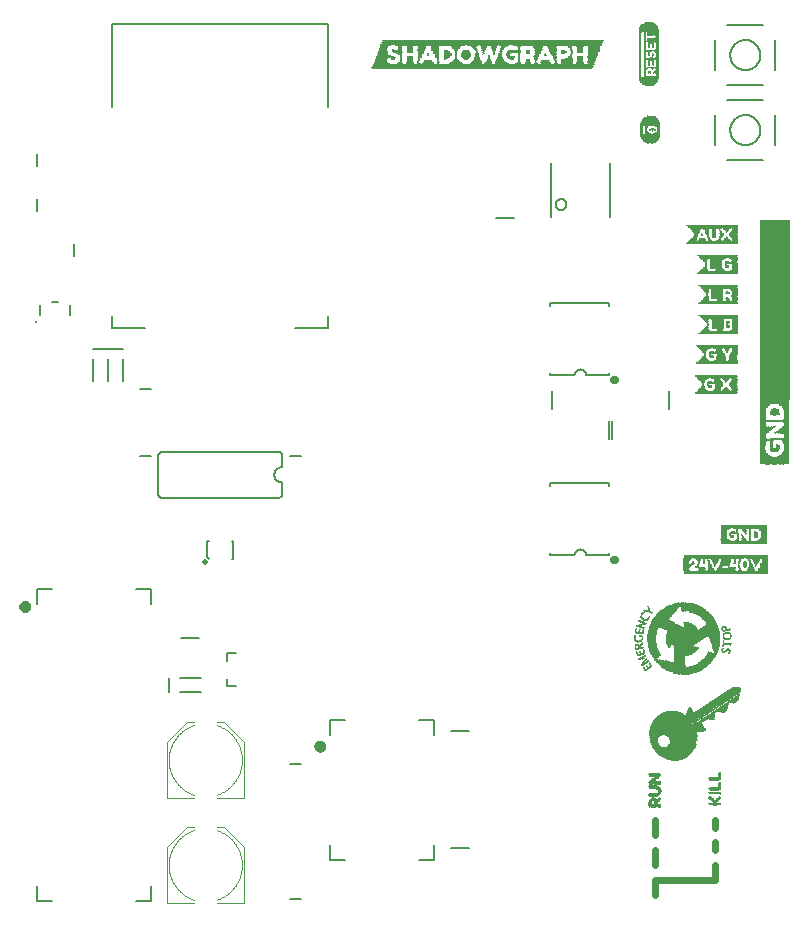
<source format=gto>
G75*
%MOIN*%
%OFA0B0*%
%FSLAX25Y25*%
%IPPOS*%
%LPD*%
%AMOC8*
5,1,8,0,0,1.08239X$1,22.5*
%
%ADD10R,0.10000X0.60000*%
%ADD11C,0.02400*%
%ADD12C,0.00400*%
%ADD13C,0.00500*%
%ADD14C,0.02000*%
%ADD15C,0.00800*%
%ADD16C,0.00010*%
%ADD17C,0.00600*%
%ADD18C,0.02000*%
%ADD19C,0.01000*%
%ADD20R,0.00079X0.01142*%
%ADD21R,0.00118X0.01850*%
%ADD22R,0.00079X0.00787*%
%ADD23R,0.00079X0.01929*%
%ADD24R,0.00079X0.00276*%
%ADD25R,0.00118X0.01575*%
%ADD26R,0.00118X0.00709*%
%ADD27R,0.00118X0.00472*%
%ADD28R,0.00118X0.00866*%
%ADD29R,0.00079X0.01654*%
%ADD30R,0.00079X0.00591*%
%ADD31R,0.00079X0.01457*%
%ADD32R,0.00079X0.00551*%
%ADD33R,0.00079X0.00709*%
%ADD34R,0.00079X0.00472*%
%ADD35R,0.00118X0.00591*%
%ADD36R,0.00118X0.00394*%
%ADD37R,0.00118X0.00512*%
%ADD38R,0.00079X0.00748*%
%ADD39R,0.00079X0.00394*%
%ADD40R,0.00079X0.00512*%
%ADD41R,0.00079X0.00197*%
%ADD42R,0.00079X0.01063*%
%ADD43R,0.00118X0.00787*%
%ADD44R,0.00118X0.00354*%
%ADD45R,0.00079X0.00354*%
%ADD46R,0.00079X0.00669*%
%ADD47R,0.00118X0.00669*%
%ADD48R,0.00118X0.00276*%
%ADD49R,0.00079X0.00984*%
%ADD50R,0.00118X0.00551*%
%ADD51R,0.00118X0.01181*%
%ADD52R,0.00118X0.01260*%
%ADD53R,0.00079X0.00118*%
%ADD54R,0.00079X0.01181*%
%ADD55R,0.00079X0.01339*%
%ADD56R,0.00079X0.00866*%
%ADD57R,0.00079X0.00079*%
%ADD58R,0.00118X0.01339*%
%ADD59R,0.00118X0.00079*%
%ADD60R,0.00079X0.01575*%
%ADD61R,0.00118X0.00984*%
%ADD62R,0.00118X0.01535*%
%ADD63R,0.00079X0.01260*%
%ADD64R,0.00118X0.01063*%
%ADD65R,0.00118X0.00315*%
%ADD66R,0.00118X0.01378*%
%ADD67R,0.00079X0.00157*%
%ADD68R,0.00079X0.00315*%
%ADD69R,0.00079X0.01378*%
%ADD70R,0.00118X0.00118*%
%ADD71R,0.00079X0.00906*%
%ADD72R,0.00118X0.00197*%
%ADD73R,0.00118X0.00945*%
%ADD74R,0.00118X0.02598*%
%ADD75R,0.00079X0.04173*%
%ADD76R,0.00118X0.04961*%
%ADD77R,0.00079X0.05748*%
%ADD78R,0.00079X0.01850*%
%ADD79R,0.00118X0.06575*%
%ADD80R,0.00118X0.01654*%
%ADD81R,0.00079X0.07205*%
%ADD82R,0.00118X0.07756*%
%ADD83R,0.00079X0.08386*%
%ADD84R,0.00079X0.08780*%
%ADD85R,0.00118X0.09409*%
%ADD86R,0.00079X0.01102*%
%ADD87R,0.00079X0.09803*%
%ADD88R,0.00118X0.10197*%
%ADD89R,0.00079X0.10787*%
%ADD90R,0.00118X0.11102*%
%ADD91R,0.00079X0.11496*%
%ADD92R,0.00118X0.11890*%
%ADD93R,0.00079X0.12323*%
%ADD94R,0.00118X0.12638*%
%ADD95R,0.00079X0.12835*%
%ADD96R,0.00118X0.13228*%
%ADD97R,0.00079X0.13386*%
%ADD98R,0.00118X0.13622*%
%ADD99R,0.00079X0.14016*%
%ADD100R,0.00079X0.14173*%
%ADD101R,0.00118X0.14488*%
%ADD102R,0.00079X0.14685*%
%ADD103R,0.00118X0.14882*%
%ADD104R,0.00079X0.06732*%
%ADD105R,0.00118X0.06102*%
%ADD106R,0.00118X0.06417*%
%ADD107R,0.00079X0.05945*%
%ADD108R,0.00118X0.05472*%
%ADD109R,0.00118X0.05433*%
%ADD110R,0.00079X0.05354*%
%ADD111R,0.00079X0.05433*%
%ADD112R,0.00118X0.03504*%
%ADD113R,0.00118X0.05276*%
%ADD114R,0.00079X0.03110*%
%ADD115R,0.00079X0.05157*%
%ADD116R,0.00118X0.02835*%
%ADD117R,0.00118X0.04843*%
%ADD118R,0.00079X0.02559*%
%ADD119R,0.00079X0.04961*%
%ADD120R,0.00118X0.02244*%
%ADD121R,0.00079X0.01969*%
%ADD122R,0.00118X0.05039*%
%ADD123R,0.00079X0.01772*%
%ADD124R,0.00079X0.05236*%
%ADD125R,0.00118X0.05354*%
%ADD126R,0.00079X0.02047*%
%ADD127R,0.00079X0.05472*%
%ADD128R,0.00118X0.02047*%
%ADD129R,0.00118X0.05630*%
%ADD130R,0.00079X0.02126*%
%ADD131R,0.00079X0.05827*%
%ADD132R,0.00118X0.02126*%
%ADD133R,0.00118X0.05827*%
%ADD134R,0.00079X0.02244*%
%ADD135R,0.00079X0.06024*%
%ADD136R,0.00118X0.02323*%
%ADD137R,0.00118X0.06142*%
%ADD138R,0.00079X0.02441*%
%ADD139R,0.00079X0.06220*%
%ADD140R,0.00118X0.02441*%
%ADD141R,0.00118X0.06299*%
%ADD142R,0.00079X0.06417*%
%ADD143R,0.00118X0.02520*%
%ADD144R,0.00079X0.02638*%
%ADD145R,0.00079X0.06614*%
%ADD146R,0.00118X0.02638*%
%ADD147R,0.00118X0.06732*%
%ADD148R,0.00079X0.02598*%
%ADD149R,0.00079X0.06811*%
%ADD150R,0.00118X0.02717*%
%ADD151R,0.00118X0.06890*%
%ADD152R,0.00079X0.02717*%
%ADD153R,0.00079X0.07008*%
%ADD154R,0.00079X0.02795*%
%ADD155R,0.00079X0.07126*%
%ADD156R,0.00118X0.02913*%
%ADD157R,0.00118X0.07205*%
%ADD158R,0.00079X0.02913*%
%ADD159R,0.00118X0.02992*%
%ADD160R,0.00118X0.07402*%
%ADD161R,0.00079X0.02992*%
%ADD162R,0.00079X0.07480*%
%ADD163R,0.00118X0.03031*%
%ADD164R,0.00118X0.07559*%
%ADD165R,0.00079X0.03031*%
%ADD166R,0.00079X0.07677*%
%ADD167R,0.00118X0.03110*%
%ADD168R,0.00118X0.07677*%
%ADD169R,0.00079X0.07874*%
%ADD170R,0.00118X0.03228*%
%ADD171R,0.00118X0.07874*%
%ADD172R,0.00079X0.03189*%
%ADD173R,0.00079X0.04094*%
%ADD174R,0.00079X0.08071*%
%ADD175R,0.00118X0.03189*%
%ADD176R,0.00118X0.13110*%
%ADD177R,0.00079X0.03307*%
%ADD178R,0.00079X0.13307*%
%ADD179R,0.00118X0.03307*%
%ADD180R,0.00118X0.13583*%
%ADD181R,0.00079X0.03386*%
%ADD182R,0.00079X0.13780*%
%ADD183R,0.00079X0.09331*%
%ADD184R,0.00079X0.04449*%
%ADD185R,0.00118X0.09213*%
%ADD186R,0.00118X0.04370*%
%ADD187R,0.00079X0.03425*%
%ADD188R,0.00079X0.09055*%
%ADD189R,0.00118X0.08937*%
%ADD190R,0.00118X0.04173*%
%ADD191R,0.00079X0.03504*%
%ADD192R,0.00079X0.04055*%
%ADD193R,0.00118X0.08661*%
%ADD194R,0.00118X0.03976*%
%ADD195R,0.00079X0.03583*%
%ADD196R,0.00079X0.08465*%
%ADD197R,0.00079X0.03898*%
%ADD198R,0.00118X0.03583*%
%ADD199R,0.00118X0.08346*%
%ADD200R,0.00118X0.03780*%
%ADD201R,0.00079X0.08189*%
%ADD202R,0.00079X0.03780*%
%ADD203R,0.00118X0.07992*%
%ADD204R,0.00118X0.03661*%
%ADD205R,0.00079X0.07756*%
%ADD206R,0.00079X0.03661*%
%ADD207R,0.00079X0.07598*%
%ADD208R,0.00118X0.07362*%
%ADD209R,0.00118X0.03425*%
%ADD210R,0.00118X0.03701*%
%ADD211R,0.00118X0.07480*%
%ADD212R,0.00079X0.03701*%
%ADD213R,0.00118X0.09016*%
%ADD214R,0.00079X0.10394*%
%ADD215R,0.00118X0.03858*%
%ADD216R,0.00118X0.11299*%
%ADD217R,0.00079X0.16811*%
%ADD218R,0.00118X0.16811*%
%ADD219R,0.00118X0.16732*%
%ADD220R,0.00118X0.16693*%
%ADD221R,0.00079X0.16693*%
%ADD222R,0.00079X0.02165*%
%ADD223R,0.00118X0.16614*%
%ADD224R,0.00079X0.16614*%
%ADD225R,0.00079X0.16535*%
%ADD226R,0.00079X0.01732*%
%ADD227R,0.00118X0.16457*%
%ADD228R,0.00079X0.16457*%
%ADD229R,0.00079X0.01535*%
%ADD230R,0.00118X0.16339*%
%ADD231R,0.00118X0.01457*%
%ADD232R,0.00079X0.16339*%
%ADD233R,0.00118X0.16417*%
%ADD234R,0.00118X0.16220*%
%ADD235R,0.00118X0.01142*%
%ADD236R,0.00079X0.16220*%
%ADD237R,0.00118X0.16142*%
%ADD238R,0.00079X0.16142*%
%ADD239R,0.00118X0.16024*%
%ADD240R,0.00118X0.02559*%
%ADD241R,0.00079X0.16024*%
%ADD242R,0.00118X0.15945*%
%ADD243R,0.00079X0.15945*%
%ADD244R,0.00118X0.15827*%
%ADD245R,0.00079X0.15748*%
%ADD246R,0.00118X0.15748*%
%ADD247R,0.00079X0.10000*%
%ADD248R,0.00079X0.00945*%
%ADD249R,0.00118X0.04764*%
%ADD250R,0.00118X0.10039*%
%ADD251R,0.00079X0.03976*%
%ADD252R,0.00079X0.11457*%
%ADD253R,0.00118X0.11457*%
%ADD254R,0.00118X0.11378*%
%ADD255R,0.00079X0.02520*%
%ADD256R,0.00079X0.11378*%
%ADD257R,0.00079X0.11299*%
%ADD258R,0.00079X0.11181*%
%ADD259R,0.00118X0.11063*%
%ADD260R,0.00079X0.10984*%
%ADD261R,0.00118X0.10906*%
%ADD262R,0.00079X0.10906*%
%ADD263R,0.00079X0.10669*%
%ADD264R,0.00118X0.10669*%
%ADD265R,0.00079X0.10591*%
%ADD266R,0.00118X0.10512*%
%ADD267R,0.00118X0.10276*%
%ADD268R,0.00079X0.10197*%
%ADD269R,0.00118X0.10118*%
%ADD270R,0.00079X0.09882*%
%ADD271R,0.00118X0.09803*%
%ADD272R,0.00079X0.09606*%
%ADD273R,0.00118X0.09528*%
%ADD274R,0.00079X0.09449*%
%ADD275R,0.00118X0.09331*%
%ADD276R,0.00118X0.06220*%
%ADD277R,0.00079X0.06102*%
%ADD278R,0.00118X0.06024*%
%ADD279R,0.00118X0.02795*%
%ADD280R,0.00118X0.05669*%
%ADD281R,0.00079X0.05551*%
%ADD282R,0.00079X0.03228*%
%ADD283R,0.00118X0.05157*%
%ADD284R,0.00079X0.04843*%
%ADD285R,0.00079X0.02835*%
%ADD286R,0.00079X0.04646*%
%ADD287R,0.00118X0.04488*%
%ADD288R,0.00079X0.04252*%
%ADD289R,0.00118X0.02953*%
%ADD290R,0.00118X0.03268*%
%ADD291R,0.00079X0.03268*%
%ADD292R,0.00118X0.03386*%
%ADD293R,0.00118X0.03898*%
%ADD294R,0.00118X0.04055*%
%ADD295R,0.00118X0.03622*%
%ADD296R,0.00118X0.04094*%
%ADD297R,0.00118X0.03819*%
%ADD298R,0.00079X0.04213*%
%ADD299R,0.00118X0.03465*%
%ADD300R,0.00118X0.04213*%
%ADD301R,0.00079X0.03819*%
%ADD302R,0.00079X0.04291*%
%ADD303R,0.00079X0.04016*%
%ADD304R,0.00079X0.08622*%
%ADD305R,0.00118X0.08465*%
%ADD306R,0.00118X0.08150*%
%ADD307R,0.00118X0.04252*%
%ADD308R,0.00118X0.07953*%
%ADD309R,0.00079X0.04370*%
%ADD310R,0.00118X0.08543*%
%ADD311R,0.00079X0.08740*%
%ADD312R,0.00079X0.09646*%
%ADD313R,0.00118X0.09843*%
%ADD314R,0.00079X0.09921*%
%ADD315R,0.00118X0.10394*%
%ADD316R,0.00118X0.01929*%
%ADD317R,0.00118X0.10709*%
%ADD318R,0.00079X0.10866*%
%ADD319R,0.00118X0.12835*%
%ADD320R,0.00079X0.12520*%
%ADD321R,0.00118X0.12244*%
%ADD322R,0.00079X0.11850*%
%ADD323R,0.00079X0.07992*%
%ADD324R,0.00118X0.04449*%
%ADD325R,0.00118X0.01772*%
%ADD326R,0.01535X0.00079*%
%ADD327R,0.02244X0.00079*%
%ADD328R,0.02795X0.00079*%
%ADD329R,0.02953X0.00079*%
%ADD330R,0.03268X0.00079*%
%ADD331R,0.03425X0.00079*%
%ADD332R,0.03583X0.00079*%
%ADD333R,0.03740X0.00079*%
%ADD334R,0.03819X0.00079*%
%ADD335R,0.03976X0.00079*%
%ADD336R,0.04016X0.00079*%
%ADD337R,0.03937X0.00079*%
%ADD338R,0.04016X0.00039*%
%ADD339R,0.00157X0.00079*%
%ADD340R,0.00315X0.00079*%
%ADD341R,0.04055X0.00079*%
%ADD342R,0.00394X0.00079*%
%ADD343R,0.00472X0.00079*%
%ADD344R,0.00354X0.00079*%
%ADD345R,0.00433X0.00079*%
%ADD346R,0.00236X0.00079*%
%ADD347R,0.04134X0.00079*%
%ADD348R,0.00512X0.00079*%
%ADD349R,0.00591X0.00079*%
%ADD350R,0.00748X0.00079*%
%ADD351R,0.00827X0.00079*%
%ADD352R,0.00984X0.00079*%
%ADD353R,0.01142X0.00079*%
%ADD354R,0.01220X0.00079*%
%ADD355R,0.01299X0.00079*%
%ADD356R,0.01378X0.00079*%
%ADD357R,0.01693X0.00079*%
%ADD358R,0.01772X0.00079*%
%ADD359R,0.01929X0.00079*%
%ADD360R,0.02087X0.00079*%
%ADD361R,0.02165X0.00079*%
%ADD362R,0.02323X0.00079*%
%ADD363R,0.02480X0.00079*%
%ADD364R,0.04055X0.00039*%
%ADD365R,0.00551X0.00039*%
%ADD366R,0.02480X0.00039*%
%ADD367R,0.02559X0.00079*%
%ADD368R,0.00551X0.00079*%
%ADD369R,0.02638X0.00079*%
%ADD370R,0.02677X0.00079*%
%ADD371R,0.02756X0.00079*%
%ADD372R,0.02717X0.00079*%
%ADD373R,0.01811X0.00079*%
%ADD374R,0.00669X0.00079*%
%ADD375R,0.00787X0.00079*%
%ADD376R,0.04094X0.00079*%
%ADD377R,0.00866X0.00079*%
%ADD378R,0.00945X0.00079*%
%ADD379R,0.01024X0.00079*%
%ADD380R,0.01102X0.00079*%
%ADD381R,0.01260X0.00079*%
%ADD382R,0.01339X0.00079*%
%ADD383R,0.01496X0.00079*%
%ADD384R,0.01575X0.00079*%
%ADD385R,0.01654X0.00079*%
%ADD386R,0.01732X0.00079*%
%ADD387R,0.01890X0.00079*%
%ADD388R,0.02047X0.00079*%
%ADD389R,0.02126X0.00079*%
%ADD390R,0.02283X0.00079*%
%ADD391R,0.02362X0.00079*%
%ADD392R,0.02520X0.00079*%
%ADD393R,0.02874X0.00079*%
%ADD394R,0.00906X0.00079*%
%ADD395R,0.03031X0.00079*%
%ADD396R,0.01063X0.00079*%
%ADD397R,0.03110X0.00079*%
%ADD398R,0.03346X0.00079*%
%ADD399R,0.01220X0.00039*%
%ADD400R,0.04094X0.00039*%
%ADD401R,0.03504X0.00039*%
%ADD402R,0.03504X0.00079*%
%ADD403R,0.01457X0.00079*%
%ADD404R,0.03661X0.00079*%
%ADD405R,0.01614X0.00079*%
%ADD406R,0.03898X0.00079*%
%ADD407R,0.01850X0.00079*%
%ADD408R,0.02008X0.00079*%
%ADD409R,0.04528X0.00079*%
%ADD410R,0.04921X0.00079*%
%ADD411R,0.05394X0.00079*%
%ADD412R,0.06614X0.00079*%
%ADD413R,0.01181X0.00079*%
%ADD414R,0.05866X0.00079*%
%ADD415R,0.06457X0.00079*%
%ADD416R,0.06142X0.00079*%
%ADD417R,0.00630X0.00079*%
%ADD418R,0.01417X0.00079*%
%ADD419R,0.06299X0.00079*%
%ADD420R,0.06811X0.00079*%
%ADD421R,0.06220X0.00079*%
%ADD422R,0.07126X0.00079*%
%ADD423R,0.07441X0.00079*%
%ADD424R,0.06063X0.00079*%
%ADD425R,0.07756X0.00079*%
%ADD426R,0.05906X0.00079*%
%ADD427R,0.07913X0.00079*%
%ADD428R,0.08228X0.00079*%
%ADD429R,0.05748X0.00079*%
%ADD430R,0.08465X0.00079*%
%ADD431R,0.05669X0.00079*%
%ADD432R,0.08780X0.00079*%
%ADD433R,0.14528X0.00079*%
%ADD434R,0.14449X0.00079*%
%ADD435R,0.14370X0.00079*%
%ADD436R,0.14409X0.00079*%
%ADD437R,0.03189X0.00079*%
%ADD438R,0.14331X0.00079*%
%ADD439R,0.14252X0.00079*%
%ADD440R,0.14173X0.00079*%
%ADD441R,0.14094X0.00079*%
%ADD442R,0.14016X0.00039*%
%ADD443R,0.00512X0.00039*%
%ADD444R,0.01732X0.00039*%
%ADD445R,0.01693X0.00039*%
%ADD446R,0.14016X0.00079*%
%ADD447R,0.13937X0.00079*%
%ADD448R,0.13780X0.00079*%
%ADD449R,0.13701X0.00079*%
%ADD450R,0.13543X0.00079*%
%ADD451R,0.13465X0.00079*%
%ADD452R,0.13386X0.00079*%
%ADD453R,0.13307X0.00079*%
%ADD454R,0.13268X0.00079*%
%ADD455R,0.13110X0.00079*%
%ADD456R,0.12953X0.00079*%
%ADD457R,0.12795X0.00079*%
%ADD458R,0.12835X0.00079*%
%ADD459R,0.12756X0.00079*%
%ADD460R,0.12677X0.00079*%
%ADD461R,0.12598X0.00079*%
%ADD462R,0.03858X0.00079*%
%ADD463R,0.17008X0.00079*%
%ADD464R,0.17165X0.00079*%
%ADD465R,0.17244X0.00079*%
%ADD466R,0.17323X0.00079*%
%ADD467R,0.17402X0.00079*%
%ADD468R,0.17480X0.00079*%
%ADD469R,0.17559X0.00079*%
%ADD470R,0.17638X0.00079*%
%ADD471R,0.17717X0.00079*%
%ADD472R,0.17795X0.00079*%
%ADD473R,0.17874X0.00079*%
%ADD474R,0.17953X0.00079*%
%ADD475R,0.18110X0.00079*%
%ADD476R,0.18189X0.00039*%
%ADD477R,0.18189X0.00079*%
%ADD478R,0.18268X0.00079*%
%ADD479R,0.18425X0.00079*%
%ADD480R,0.18504X0.00079*%
%ADD481R,0.18661X0.00079*%
%ADD482R,0.18583X0.00079*%
%ADD483R,0.18031X0.00079*%
%ADD484R,0.16417X0.00079*%
%ADD485R,0.15866X0.00079*%
%ADD486R,0.15787X0.00079*%
%ADD487R,0.04252X0.00079*%
%ADD488R,0.10669X0.00079*%
%ADD489R,0.10354X0.00079*%
%ADD490R,0.10197X0.00079*%
%ADD491R,0.10039X0.00079*%
%ADD492R,0.09961X0.00079*%
%ADD493R,0.09803X0.00079*%
%ADD494R,0.09724X0.00079*%
%ADD495R,0.09646X0.00079*%
%ADD496R,0.09567X0.00079*%
%ADD497R,0.09488X0.00079*%
%ADD498R,0.09409X0.00079*%
%ADD499R,0.02953X0.00039*%
%ADD500R,0.09331X0.00039*%
%ADD501R,0.09252X0.00079*%
%ADD502R,0.09173X0.00079*%
%ADD503R,0.09094X0.00079*%
%ADD504R,0.09016X0.00079*%
%ADD505R,0.08937X0.00079*%
%ADD506R,0.02402X0.00079*%
%ADD507R,0.08858X0.00079*%
%ADD508R,0.09331X0.00079*%
%ADD509R,0.03268X0.00039*%
%ADD510R,0.10039X0.00039*%
%ADD511R,0.13858X0.00079*%
%ADD512R,0.13622X0.00079*%
%ADD513R,0.13150X0.00079*%
%ADD514R,0.13071X0.00079*%
%ADD515R,0.12992X0.00079*%
%ADD516R,0.12520X0.00079*%
%ADD517R,0.12441X0.00079*%
%ADD518R,0.12283X0.00079*%
%ADD519R,0.12126X0.00079*%
%ADD520R,0.11969X0.00079*%
%ADD521R,0.11890X0.00079*%
%ADD522R,0.11732X0.00079*%
%ADD523R,0.11575X0.00079*%
%ADD524R,0.11417X0.00079*%
%ADD525R,0.11260X0.00079*%
%ADD526R,0.11181X0.00079*%
%ADD527R,0.10945X0.00079*%
%ADD528R,0.10866X0.00079*%
%ADD529R,0.10512X0.00079*%
%ADD530R,0.08701X0.00079*%
%ADD531R,0.08228X0.00039*%
%ADD532R,0.07953X0.00079*%
%ADD533R,0.07717X0.00079*%
%ADD534R,0.07402X0.00079*%
%ADD535R,0.07244X0.00079*%
%ADD536R,0.06850X0.00079*%
%ADD537R,0.05827X0.00079*%
%ADD538R,0.05354X0.00079*%
%ADD539R,0.05039X0.00079*%
%ADD540R,0.04370X0.00079*%
%ADD541R,0.28189X0.00157*%
%ADD542R,0.02992X0.00157*%
%ADD543R,0.16378X0.00157*%
%ADD544R,0.07402X0.00157*%
%ADD545R,0.02520X0.00157*%
%ADD546R,0.01732X0.00157*%
%ADD547R,0.00630X0.00157*%
%ADD548R,0.00472X0.00157*%
%ADD549R,0.02362X0.00157*%
%ADD550R,0.03465X0.00157*%
%ADD551R,0.01260X0.00157*%
%ADD552R,0.01890X0.00157*%
%ADD553R,0.01417X0.00157*%
%ADD554R,0.00315X0.00157*%
%ADD555R,0.03150X0.00157*%
%ADD556R,0.00945X0.00157*%
%ADD557R,0.00787X0.00157*%
%ADD558R,0.02205X0.00157*%
%ADD559R,0.02047X0.00157*%
%ADD560R,0.01102X0.00157*%
%ADD561R,0.01575X0.00157*%
%ADD562R,0.03307X0.00157*%
%ADD563R,0.03622X0.00157*%
%ADD564R,0.02677X0.00157*%
%ADD565R,0.00157X0.00157*%
%ADD566R,0.02835X0.00157*%
%ADD567R,0.06142X0.00157*%
%ADD568R,0.06299X0.00157*%
%ADD569R,0.06457X0.00157*%
%ADD570R,0.06772X0.00157*%
%ADD571R,0.00236X0.22913*%
%ADD572R,0.00236X0.04961*%
%ADD573R,0.00236X0.16535*%
%ADD574R,0.00236X0.04488*%
%ADD575R,0.00236X0.01890*%
%ADD576R,0.00236X0.02835*%
%ADD577R,0.00236X0.00945*%
%ADD578R,0.00236X0.04016*%
%ADD579R,0.00236X0.01181*%
%ADD580R,0.00236X0.02362*%
%ADD581R,0.00236X0.00709*%
%ADD582R,0.00236X0.03780*%
%ADD583R,0.00236X0.02126*%
%ADD584R,0.00236X0.03307*%
%ADD585R,0.00236X0.03543*%
%ADD586R,0.00236X0.03071*%
%ADD587R,0.00236X0.01654*%
%ADD588R,0.00236X0.01417*%
%ADD589R,0.00236X0.04252*%
%ADD590R,0.00236X0.02598*%
%ADD591R,0.00236X0.00236*%
%ADD592R,0.00236X0.00472*%
%ADD593R,0.00236X0.04724*%
%ADD594R,0.15276X0.00157*%
%ADD595R,0.11024X0.00157*%
%ADD596R,0.00157X0.00315*%
%ADD597R,0.00157X0.00472*%
%ADD598R,0.00157X0.00945*%
%ADD599R,0.00157X0.00787*%
%ADD600R,0.00157X0.01102*%
%ADD601R,0.00157X0.01260*%
%ADD602R,0.00157X0.01417*%
%ADD603R,0.00157X0.02362*%
%ADD604R,0.00157X0.02205*%
%ADD605R,0.00157X0.02047*%
%ADD606R,0.00157X0.01890*%
%ADD607R,0.00157X0.02520*%
%ADD608R,0.00157X0.02677*%
%ADD609R,0.00157X0.02992*%
%ADD610R,0.00157X0.00630*%
%ADD611R,0.00157X0.02835*%
%ADD612R,0.00157X0.03150*%
%ADD613R,0.00157X0.01575*%
%ADD614R,0.00157X0.01732*%
%ADD615R,0.00157X0.03307*%
%ADD616R,0.00157X0.16850*%
%ADD617R,0.00157X0.17795*%
%ADD618R,0.00157X0.18425*%
%ADD619R,0.00157X0.19055*%
%ADD620R,0.00157X0.20945*%
%ADD621R,0.00157X0.21260*%
%ADD622R,0.00157X0.03465*%
%ADD623R,0.00157X0.04409*%
%ADD624R,0.00157X0.04567*%
%ADD625R,0.00157X0.03937*%
%ADD626R,0.00157X0.04252*%
%ADD627R,0.00157X0.04094*%
%ADD628R,0.00157X0.03780*%
%ADD629R,0.00157X0.03622*%
%ADD630R,0.00157X0.19370*%
%ADD631R,0.00157X0.05512*%
%ADD632R,0.00157X0.06142*%
%ADD633R,0.00157X0.06772*%
%ADD634R,0.00157X0.08661*%
%ADD635R,0.00157X0.08976*%
%ADD636R,0.00157X0.07087*%
%ADD637R,0.17165X0.00157*%
%ADD638R,0.17008X0.00157*%
%ADD639R,0.16850X0.00157*%
%ADD640R,0.16693X0.00157*%
%ADD641R,0.16535X0.00157*%
%ADD642R,0.16220X0.00157*%
%ADD643R,0.10709X0.00157*%
%ADD644R,0.03780X0.00157*%
%ADD645R,0.14331X0.00157*%
%ADD646R,0.14173X0.00157*%
%ADD647R,0.14016X0.00157*%
%ADD648R,0.13858X0.00157*%
%ADD649R,0.13701X0.00157*%
%ADD650R,0.13543X0.00157*%
%ADD651R,0.13386X0.00157*%
%ADD652R,0.04724X0.00157*%
%ADD653R,0.05039X0.00157*%
%ADD654R,0.05197X0.00157*%
%ADD655R,0.13228X0.00157*%
%ADD656R,0.13071X0.00157*%
%ADD657R,0.04567X0.00157*%
%ADD658R,0.04882X0.00157*%
%ADD659R,0.03937X0.00157*%
%ADD660R,0.12913X0.00157*%
%ADD661R,0.12756X0.00157*%
%ADD662R,0.12598X0.00157*%
%ADD663R,0.12441X0.00157*%
%ADD664R,0.12283X0.00157*%
%ADD665R,0.12126X0.00157*%
%ADD666R,0.11969X0.00157*%
%ADD667R,0.08504X0.00157*%
%ADD668R,0.04409X0.00157*%
%ADD669R,0.04252X0.00157*%
%ADD670R,0.04094X0.00157*%
%ADD671R,0.73465X0.00236*%
%ADD672R,0.73701X0.00236*%
%ADD673R,0.03543X0.00236*%
%ADD674R,0.23150X0.00236*%
%ADD675R,0.03780X0.00236*%
%ADD676R,0.06142X0.00236*%
%ADD677R,0.29291X0.00236*%
%ADD678R,0.03071X0.00236*%
%ADD679R,0.01654X0.00236*%
%ADD680R,0.02598X0.00236*%
%ADD681R,0.03307X0.00236*%
%ADD682R,0.04252X0.00236*%
%ADD683R,0.02362X0.00236*%
%ADD684R,0.01890X0.00236*%
%ADD685R,0.02126X0.00236*%
%ADD686R,0.04488X0.00236*%
%ADD687R,0.02835X0.00236*%
%ADD688R,0.01417X0.00236*%
%ADD689R,0.01181X0.00236*%
%ADD690R,0.00945X0.00236*%
%ADD691R,0.00709X0.00236*%
%ADD692R,0.04016X0.00236*%
%ADD693R,0.00472X0.00236*%
%ADD694R,0.04724X0.00236*%
%ADD695R,0.05669X0.00236*%
%ADD696R,0.06378X0.00236*%
%ADD697R,0.04961X0.00236*%
%ADD698R,0.05433X0.00236*%
D10*
X0283750Y0233750D03*
D11*
X0263750Y0063750D02*
X0263750Y0061150D01*
X0263750Y0056350D02*
X0263750Y0053750D01*
X0263750Y0048750D02*
X0263750Y0043750D01*
X0243750Y0043750D01*
X0243750Y0038750D01*
X0243750Y0048750D02*
X0243750Y0053850D01*
X0243750Y0058650D02*
X0243750Y0063750D01*
D12*
X0106545Y0070955D02*
X0097490Y0070955D01*
X0090010Y0070955D02*
X0080955Y0070955D01*
X0080955Y0089852D01*
X0087648Y0096545D01*
X0090010Y0096545D01*
X0097490Y0096545D02*
X0099852Y0096545D01*
X0106545Y0089852D01*
X0106545Y0070955D01*
X0099852Y0061545D02*
X0106545Y0054852D01*
X0106545Y0035955D01*
X0097490Y0035955D01*
X0090010Y0035955D02*
X0080955Y0035955D01*
X0080955Y0054852D01*
X0087648Y0061545D01*
X0090010Y0061545D01*
X0097490Y0061545D02*
X0099852Y0061545D01*
X0090010Y0060365D02*
X0089727Y0060270D01*
X0089446Y0060168D01*
X0089169Y0060059D01*
X0088893Y0059944D01*
X0088621Y0059822D01*
X0088352Y0059693D01*
X0088086Y0059558D01*
X0087824Y0059416D01*
X0087565Y0059268D01*
X0087309Y0059114D01*
X0087058Y0058953D01*
X0086810Y0058786D01*
X0086567Y0058614D01*
X0086328Y0058435D01*
X0086093Y0058251D01*
X0085863Y0058061D01*
X0085638Y0057865D01*
X0085418Y0057664D01*
X0085202Y0057458D01*
X0084992Y0057246D01*
X0084787Y0057030D01*
X0084587Y0056808D01*
X0084393Y0056581D01*
X0084204Y0056350D01*
X0084021Y0056115D01*
X0083844Y0055875D01*
X0083673Y0055630D01*
X0083508Y0055382D01*
X0083349Y0055129D01*
X0083196Y0054873D01*
X0083049Y0054613D01*
X0082909Y0054350D01*
X0082775Y0054083D01*
X0082648Y0053813D01*
X0082528Y0053540D01*
X0082414Y0053265D01*
X0082307Y0052986D01*
X0082207Y0052705D01*
X0082114Y0052422D01*
X0082027Y0052136D01*
X0081948Y0051848D01*
X0081876Y0051559D01*
X0081811Y0051268D01*
X0081753Y0050975D01*
X0081702Y0050681D01*
X0081658Y0050386D01*
X0081622Y0050090D01*
X0081593Y0049793D01*
X0081571Y0049495D01*
X0081556Y0049197D01*
X0081549Y0048899D01*
X0081549Y0048601D01*
X0081556Y0048303D01*
X0081571Y0048005D01*
X0081593Y0047707D01*
X0081622Y0047410D01*
X0081658Y0047114D01*
X0081702Y0046819D01*
X0081753Y0046525D01*
X0081811Y0046232D01*
X0081876Y0045941D01*
X0081948Y0045652D01*
X0082027Y0045364D01*
X0082114Y0045078D01*
X0082207Y0044795D01*
X0082307Y0044514D01*
X0082414Y0044235D01*
X0082528Y0043960D01*
X0082648Y0043687D01*
X0082775Y0043417D01*
X0082909Y0043150D01*
X0083049Y0042887D01*
X0083196Y0042627D01*
X0083349Y0042371D01*
X0083508Y0042118D01*
X0083673Y0041870D01*
X0083844Y0041625D01*
X0084021Y0041385D01*
X0084204Y0041150D01*
X0084393Y0040919D01*
X0084587Y0040692D01*
X0084787Y0040470D01*
X0084992Y0040254D01*
X0085202Y0040042D01*
X0085418Y0039836D01*
X0085638Y0039635D01*
X0085863Y0039439D01*
X0086093Y0039249D01*
X0086328Y0039065D01*
X0086567Y0038886D01*
X0086810Y0038714D01*
X0087058Y0038547D01*
X0087309Y0038386D01*
X0087565Y0038232D01*
X0087824Y0038084D01*
X0088086Y0037942D01*
X0088352Y0037807D01*
X0088621Y0037678D01*
X0088893Y0037556D01*
X0089169Y0037441D01*
X0089446Y0037332D01*
X0089727Y0037230D01*
X0090010Y0037135D01*
X0097490Y0037135D02*
X0097773Y0037230D01*
X0098054Y0037332D01*
X0098331Y0037441D01*
X0098607Y0037556D01*
X0098879Y0037678D01*
X0099148Y0037807D01*
X0099414Y0037942D01*
X0099676Y0038084D01*
X0099935Y0038232D01*
X0100191Y0038386D01*
X0100442Y0038547D01*
X0100690Y0038714D01*
X0100933Y0038886D01*
X0101172Y0039065D01*
X0101407Y0039249D01*
X0101637Y0039439D01*
X0101862Y0039635D01*
X0102082Y0039836D01*
X0102298Y0040042D01*
X0102508Y0040254D01*
X0102713Y0040470D01*
X0102913Y0040692D01*
X0103107Y0040919D01*
X0103296Y0041150D01*
X0103479Y0041385D01*
X0103656Y0041625D01*
X0103827Y0041870D01*
X0103992Y0042118D01*
X0104151Y0042371D01*
X0104304Y0042627D01*
X0104451Y0042887D01*
X0104591Y0043150D01*
X0104725Y0043417D01*
X0104852Y0043687D01*
X0104972Y0043960D01*
X0105086Y0044235D01*
X0105193Y0044514D01*
X0105293Y0044795D01*
X0105386Y0045078D01*
X0105473Y0045364D01*
X0105552Y0045652D01*
X0105624Y0045941D01*
X0105689Y0046232D01*
X0105747Y0046525D01*
X0105798Y0046819D01*
X0105842Y0047114D01*
X0105878Y0047410D01*
X0105907Y0047707D01*
X0105929Y0048005D01*
X0105944Y0048303D01*
X0105951Y0048601D01*
X0105951Y0048899D01*
X0105944Y0049197D01*
X0105929Y0049495D01*
X0105907Y0049793D01*
X0105878Y0050090D01*
X0105842Y0050386D01*
X0105798Y0050681D01*
X0105747Y0050975D01*
X0105689Y0051268D01*
X0105624Y0051559D01*
X0105552Y0051848D01*
X0105473Y0052136D01*
X0105386Y0052422D01*
X0105293Y0052705D01*
X0105193Y0052986D01*
X0105086Y0053265D01*
X0104972Y0053540D01*
X0104852Y0053813D01*
X0104725Y0054083D01*
X0104591Y0054350D01*
X0104451Y0054613D01*
X0104304Y0054873D01*
X0104151Y0055129D01*
X0103992Y0055382D01*
X0103827Y0055630D01*
X0103656Y0055875D01*
X0103479Y0056115D01*
X0103296Y0056350D01*
X0103107Y0056581D01*
X0102913Y0056808D01*
X0102713Y0057030D01*
X0102508Y0057246D01*
X0102298Y0057458D01*
X0102082Y0057664D01*
X0101862Y0057865D01*
X0101637Y0058061D01*
X0101407Y0058251D01*
X0101172Y0058435D01*
X0100933Y0058614D01*
X0100690Y0058786D01*
X0100442Y0058953D01*
X0100191Y0059114D01*
X0099935Y0059268D01*
X0099676Y0059416D01*
X0099414Y0059558D01*
X0099148Y0059693D01*
X0098879Y0059822D01*
X0098607Y0059944D01*
X0098331Y0060059D01*
X0098054Y0060168D01*
X0097773Y0060270D01*
X0097490Y0060365D01*
X0097490Y0072135D02*
X0097773Y0072230D01*
X0098054Y0072332D01*
X0098331Y0072441D01*
X0098607Y0072556D01*
X0098879Y0072678D01*
X0099148Y0072807D01*
X0099414Y0072942D01*
X0099676Y0073084D01*
X0099935Y0073232D01*
X0100191Y0073386D01*
X0100442Y0073547D01*
X0100690Y0073714D01*
X0100933Y0073886D01*
X0101172Y0074065D01*
X0101407Y0074249D01*
X0101637Y0074439D01*
X0101862Y0074635D01*
X0102082Y0074836D01*
X0102298Y0075042D01*
X0102508Y0075254D01*
X0102713Y0075470D01*
X0102913Y0075692D01*
X0103107Y0075919D01*
X0103296Y0076150D01*
X0103479Y0076385D01*
X0103656Y0076625D01*
X0103827Y0076870D01*
X0103992Y0077118D01*
X0104151Y0077371D01*
X0104304Y0077627D01*
X0104451Y0077887D01*
X0104591Y0078150D01*
X0104725Y0078417D01*
X0104852Y0078687D01*
X0104972Y0078960D01*
X0105086Y0079235D01*
X0105193Y0079514D01*
X0105293Y0079795D01*
X0105386Y0080078D01*
X0105473Y0080364D01*
X0105552Y0080652D01*
X0105624Y0080941D01*
X0105689Y0081232D01*
X0105747Y0081525D01*
X0105798Y0081819D01*
X0105842Y0082114D01*
X0105878Y0082410D01*
X0105907Y0082707D01*
X0105929Y0083005D01*
X0105944Y0083303D01*
X0105951Y0083601D01*
X0105951Y0083899D01*
X0105944Y0084197D01*
X0105929Y0084495D01*
X0105907Y0084793D01*
X0105878Y0085090D01*
X0105842Y0085386D01*
X0105798Y0085681D01*
X0105747Y0085975D01*
X0105689Y0086268D01*
X0105624Y0086559D01*
X0105552Y0086848D01*
X0105473Y0087136D01*
X0105386Y0087422D01*
X0105293Y0087705D01*
X0105193Y0087986D01*
X0105086Y0088265D01*
X0104972Y0088540D01*
X0104852Y0088813D01*
X0104725Y0089083D01*
X0104591Y0089350D01*
X0104451Y0089613D01*
X0104304Y0089873D01*
X0104151Y0090129D01*
X0103992Y0090382D01*
X0103827Y0090630D01*
X0103656Y0090875D01*
X0103479Y0091115D01*
X0103296Y0091350D01*
X0103107Y0091581D01*
X0102913Y0091808D01*
X0102713Y0092030D01*
X0102508Y0092246D01*
X0102298Y0092458D01*
X0102082Y0092664D01*
X0101862Y0092865D01*
X0101637Y0093061D01*
X0101407Y0093251D01*
X0101172Y0093435D01*
X0100933Y0093614D01*
X0100690Y0093786D01*
X0100442Y0093953D01*
X0100191Y0094114D01*
X0099935Y0094268D01*
X0099676Y0094416D01*
X0099414Y0094558D01*
X0099148Y0094693D01*
X0098879Y0094822D01*
X0098607Y0094944D01*
X0098331Y0095059D01*
X0098054Y0095168D01*
X0097773Y0095270D01*
X0097490Y0095365D01*
X0090010Y0095365D02*
X0089727Y0095270D01*
X0089446Y0095168D01*
X0089169Y0095059D01*
X0088893Y0094944D01*
X0088621Y0094822D01*
X0088352Y0094693D01*
X0088086Y0094558D01*
X0087824Y0094416D01*
X0087565Y0094268D01*
X0087309Y0094114D01*
X0087058Y0093953D01*
X0086810Y0093786D01*
X0086567Y0093614D01*
X0086328Y0093435D01*
X0086093Y0093251D01*
X0085863Y0093061D01*
X0085638Y0092865D01*
X0085418Y0092664D01*
X0085202Y0092458D01*
X0084992Y0092246D01*
X0084787Y0092030D01*
X0084587Y0091808D01*
X0084393Y0091581D01*
X0084204Y0091350D01*
X0084021Y0091115D01*
X0083844Y0090875D01*
X0083673Y0090630D01*
X0083508Y0090382D01*
X0083349Y0090129D01*
X0083196Y0089873D01*
X0083049Y0089613D01*
X0082909Y0089350D01*
X0082775Y0089083D01*
X0082648Y0088813D01*
X0082528Y0088540D01*
X0082414Y0088265D01*
X0082307Y0087986D01*
X0082207Y0087705D01*
X0082114Y0087422D01*
X0082027Y0087136D01*
X0081948Y0086848D01*
X0081876Y0086559D01*
X0081811Y0086268D01*
X0081753Y0085975D01*
X0081702Y0085681D01*
X0081658Y0085386D01*
X0081622Y0085090D01*
X0081593Y0084793D01*
X0081571Y0084495D01*
X0081556Y0084197D01*
X0081549Y0083899D01*
X0081549Y0083601D01*
X0081556Y0083303D01*
X0081571Y0083005D01*
X0081593Y0082707D01*
X0081622Y0082410D01*
X0081658Y0082114D01*
X0081702Y0081819D01*
X0081753Y0081525D01*
X0081811Y0081232D01*
X0081876Y0080941D01*
X0081948Y0080652D01*
X0082027Y0080364D01*
X0082114Y0080078D01*
X0082207Y0079795D01*
X0082307Y0079514D01*
X0082414Y0079235D01*
X0082528Y0078960D01*
X0082648Y0078687D01*
X0082775Y0078417D01*
X0082909Y0078150D01*
X0083049Y0077887D01*
X0083196Y0077627D01*
X0083349Y0077371D01*
X0083508Y0077118D01*
X0083673Y0076870D01*
X0083844Y0076625D01*
X0084021Y0076385D01*
X0084204Y0076150D01*
X0084393Y0075919D01*
X0084587Y0075692D01*
X0084787Y0075470D01*
X0084992Y0075254D01*
X0085202Y0075042D01*
X0085418Y0074836D01*
X0085638Y0074635D01*
X0085863Y0074439D01*
X0086093Y0074249D01*
X0086328Y0074065D01*
X0086567Y0073886D01*
X0086810Y0073714D01*
X0087058Y0073547D01*
X0087309Y0073386D01*
X0087565Y0073232D01*
X0087824Y0073084D01*
X0088086Y0072942D01*
X0088352Y0072807D01*
X0088621Y0072678D01*
X0088893Y0072556D01*
X0089169Y0072441D01*
X0089446Y0072332D01*
X0089727Y0072230D01*
X0090010Y0072135D01*
D13*
X0121875Y0082500D02*
X0125625Y0082500D01*
X0125625Y0037500D02*
X0121875Y0037500D01*
X0121875Y0185000D02*
X0125625Y0185000D01*
X0075625Y0185000D02*
X0071875Y0185000D01*
X0071875Y0207500D02*
X0075625Y0207500D01*
X0050000Y0251875D02*
X0050000Y0255625D01*
X0037500Y0266875D02*
X0037500Y0270625D01*
X0037500Y0281875D02*
X0037500Y0285625D01*
D14*
X0093500Y0149750D03*
D15*
X0037750Y0041750D02*
X0037750Y0036750D01*
X0042750Y0036750D01*
X0070750Y0036750D02*
X0075750Y0036750D01*
X0075750Y0041750D01*
X0135191Y0050411D02*
X0135191Y0055411D01*
X0135191Y0050411D02*
X0140191Y0050411D01*
X0165041Y0050411D02*
X0170041Y0050411D01*
X0170041Y0055411D01*
X0175750Y0054250D02*
X0181750Y0054250D01*
X0170120Y0092167D02*
X0170120Y0097167D01*
X0165120Y0097167D01*
X0175750Y0093250D02*
X0181750Y0093250D01*
X0140191Y0097089D02*
X0135191Y0097089D01*
X0135191Y0092089D01*
X0104144Y0108238D02*
X0100994Y0108238D01*
X0100994Y0110600D01*
X0100994Y0116900D02*
X0100994Y0119262D01*
X0104144Y0119262D01*
X0091750Y0124250D02*
X0085750Y0124250D01*
X0085207Y0111211D02*
X0092293Y0111211D01*
X0092293Y0106289D02*
X0085207Y0106289D01*
X0081781Y0106289D02*
X0081781Y0111211D01*
X0075750Y0135750D02*
X0075750Y0140750D01*
X0070750Y0140750D01*
X0094350Y0151300D02*
X0094900Y0150800D01*
X0094350Y0151300D02*
X0094350Y0156700D01*
X0094900Y0156700D01*
X0102600Y0156700D02*
X0103150Y0156700D01*
X0103150Y0150800D01*
X0102600Y0150800D01*
X0117950Y0171087D02*
X0079550Y0171087D01*
X0079474Y0171089D01*
X0079399Y0171095D01*
X0079323Y0171104D01*
X0079248Y0171118D01*
X0079174Y0171135D01*
X0079101Y0171156D01*
X0079029Y0171180D01*
X0078959Y0171208D01*
X0078890Y0171240D01*
X0078822Y0171275D01*
X0078757Y0171314D01*
X0078693Y0171356D01*
X0078632Y0171401D01*
X0078573Y0171449D01*
X0078517Y0171500D01*
X0078463Y0171554D01*
X0078412Y0171610D01*
X0078364Y0171669D01*
X0078319Y0171730D01*
X0078277Y0171794D01*
X0078238Y0171859D01*
X0078203Y0171927D01*
X0078171Y0171996D01*
X0078143Y0172066D01*
X0078119Y0172138D01*
X0078098Y0172211D01*
X0078081Y0172285D01*
X0078067Y0172360D01*
X0078058Y0172436D01*
X0078052Y0172511D01*
X0078050Y0172587D01*
X0078050Y0184913D01*
X0078050Y0184912D02*
X0078041Y0184983D01*
X0078036Y0185054D01*
X0078035Y0185126D01*
X0078038Y0185197D01*
X0078045Y0185268D01*
X0078055Y0185339D01*
X0078069Y0185408D01*
X0078088Y0185478D01*
X0078109Y0185546D01*
X0078135Y0185612D01*
X0078164Y0185677D01*
X0078196Y0185741D01*
X0078232Y0185803D01*
X0078271Y0185862D01*
X0078314Y0185920D01*
X0078359Y0185975D01*
X0078408Y0186027D01*
X0078459Y0186077D01*
X0078512Y0186124D01*
X0078569Y0186168D01*
X0078627Y0186209D01*
X0078688Y0186247D01*
X0078750Y0186281D01*
X0078815Y0186312D01*
X0078881Y0186339D01*
X0078948Y0186363D01*
X0079016Y0186383D01*
X0079086Y0186400D01*
X0079156Y0186412D01*
X0079156Y0186413D02*
X0117950Y0186413D01*
X0117950Y0186412D02*
X0118020Y0186421D01*
X0118092Y0186426D01*
X0118163Y0186427D01*
X0118234Y0186424D01*
X0118305Y0186417D01*
X0118376Y0186407D01*
X0118446Y0186393D01*
X0118515Y0186375D01*
X0118583Y0186353D01*
X0118650Y0186327D01*
X0118715Y0186298D01*
X0118778Y0186266D01*
X0118840Y0186230D01*
X0118900Y0186191D01*
X0118957Y0186148D01*
X0119012Y0186103D01*
X0119065Y0186055D01*
X0119115Y0186003D01*
X0119162Y0185950D01*
X0119206Y0185894D01*
X0119246Y0185835D01*
X0119284Y0185774D01*
X0119318Y0185712D01*
X0119349Y0185648D01*
X0119377Y0185582D01*
X0119400Y0185514D01*
X0119420Y0185446D01*
X0119437Y0185376D01*
X0119449Y0185306D01*
X0119450Y0185306D02*
X0119450Y0181350D01*
X0119250Y0181350D02*
X0119152Y0181348D01*
X0119054Y0181342D01*
X0118956Y0181333D01*
X0118859Y0181319D01*
X0118762Y0181302D01*
X0118666Y0181281D01*
X0118571Y0181256D01*
X0118477Y0181228D01*
X0118385Y0181195D01*
X0118293Y0181160D01*
X0118203Y0181120D01*
X0118115Y0181078D01*
X0118028Y0181031D01*
X0117944Y0180982D01*
X0117861Y0180929D01*
X0117781Y0180873D01*
X0117702Y0180813D01*
X0117626Y0180751D01*
X0117553Y0180686D01*
X0117482Y0180618D01*
X0117414Y0180547D01*
X0117349Y0180474D01*
X0117287Y0180398D01*
X0117227Y0180319D01*
X0117171Y0180239D01*
X0117118Y0180156D01*
X0117069Y0180072D01*
X0117022Y0179985D01*
X0116980Y0179897D01*
X0116940Y0179807D01*
X0116905Y0179715D01*
X0116872Y0179623D01*
X0116844Y0179529D01*
X0116819Y0179434D01*
X0116798Y0179338D01*
X0116781Y0179241D01*
X0116767Y0179144D01*
X0116758Y0179046D01*
X0116752Y0178948D01*
X0116750Y0178850D01*
X0116752Y0178752D01*
X0116758Y0178654D01*
X0116767Y0178556D01*
X0116781Y0178459D01*
X0116798Y0178362D01*
X0116819Y0178266D01*
X0116844Y0178171D01*
X0116872Y0178077D01*
X0116905Y0177985D01*
X0116940Y0177893D01*
X0116980Y0177803D01*
X0117022Y0177715D01*
X0117069Y0177628D01*
X0117118Y0177544D01*
X0117171Y0177461D01*
X0117227Y0177381D01*
X0117287Y0177302D01*
X0117349Y0177226D01*
X0117414Y0177153D01*
X0117482Y0177082D01*
X0117553Y0177014D01*
X0117626Y0176949D01*
X0117702Y0176887D01*
X0117781Y0176827D01*
X0117861Y0176771D01*
X0117944Y0176718D01*
X0118028Y0176669D01*
X0118115Y0176622D01*
X0118203Y0176580D01*
X0118293Y0176540D01*
X0118385Y0176505D01*
X0118477Y0176472D01*
X0118571Y0176444D01*
X0118666Y0176419D01*
X0118762Y0176398D01*
X0118859Y0176381D01*
X0118956Y0176367D01*
X0119054Y0176358D01*
X0119152Y0176352D01*
X0119250Y0176350D01*
X0119450Y0176350D02*
X0119450Y0173031D01*
X0119451Y0172981D02*
X0119458Y0172900D01*
X0119462Y0172819D01*
X0119461Y0172738D01*
X0119457Y0172656D01*
X0119449Y0172576D01*
X0119437Y0172495D01*
X0119422Y0172415D01*
X0119402Y0172336D01*
X0119379Y0172258D01*
X0119352Y0172182D01*
X0119322Y0172106D01*
X0119288Y0172032D01*
X0119250Y0171960D01*
X0119209Y0171890D01*
X0119165Y0171822D01*
X0119118Y0171756D01*
X0119067Y0171692D01*
X0119014Y0171631D01*
X0118957Y0171572D01*
X0118898Y0171516D01*
X0118837Y0171463D01*
X0118773Y0171413D01*
X0118706Y0171366D01*
X0118638Y0171322D01*
X0118567Y0171282D01*
X0118495Y0171245D01*
X0118421Y0171211D01*
X0118345Y0171182D01*
X0118268Y0171155D01*
X0118190Y0171133D01*
X0118111Y0171114D01*
X0118031Y0171099D01*
X0117950Y0171087D01*
X0123750Y0227699D02*
X0134683Y0227699D01*
X0134683Y0231742D01*
X0190750Y0264250D02*
X0196750Y0264250D01*
X0208514Y0235955D02*
X0208514Y0235167D01*
X0208514Y0235955D02*
X0228199Y0235955D01*
X0228199Y0235167D01*
X0228199Y0212726D02*
X0228199Y0211939D01*
X0220719Y0211939D01*
X0220717Y0212026D01*
X0220711Y0212113D01*
X0220702Y0212200D01*
X0220688Y0212286D01*
X0220671Y0212371D01*
X0220650Y0212456D01*
X0220625Y0212539D01*
X0220597Y0212622D01*
X0220565Y0212703D01*
X0220529Y0212782D01*
X0220490Y0212860D01*
X0220448Y0212936D01*
X0220402Y0213010D01*
X0220353Y0213082D01*
X0220301Y0213152D01*
X0220246Y0213219D01*
X0220188Y0213284D01*
X0220127Y0213347D01*
X0220063Y0213406D01*
X0219997Y0213463D01*
X0219928Y0213516D01*
X0219857Y0213567D01*
X0219784Y0213614D01*
X0219709Y0213659D01*
X0219632Y0213699D01*
X0219554Y0213737D01*
X0219473Y0213770D01*
X0219392Y0213801D01*
X0219309Y0213827D01*
X0219224Y0213850D01*
X0219139Y0213869D01*
X0219054Y0213884D01*
X0218967Y0213896D01*
X0218881Y0213904D01*
X0218794Y0213908D01*
X0218706Y0213908D01*
X0218619Y0213904D01*
X0218533Y0213896D01*
X0218446Y0213884D01*
X0218361Y0213869D01*
X0218276Y0213850D01*
X0218191Y0213827D01*
X0218108Y0213801D01*
X0218027Y0213770D01*
X0217946Y0213737D01*
X0217868Y0213699D01*
X0217791Y0213659D01*
X0217716Y0213614D01*
X0217643Y0213567D01*
X0217572Y0213516D01*
X0217503Y0213463D01*
X0217437Y0213406D01*
X0217373Y0213347D01*
X0217312Y0213284D01*
X0217254Y0213219D01*
X0217199Y0213152D01*
X0217147Y0213082D01*
X0217098Y0213010D01*
X0217052Y0212936D01*
X0217010Y0212860D01*
X0216971Y0212782D01*
X0216935Y0212703D01*
X0216903Y0212622D01*
X0216875Y0212539D01*
X0216850Y0212456D01*
X0216829Y0212371D01*
X0216812Y0212286D01*
X0216798Y0212200D01*
X0216789Y0212113D01*
X0216783Y0212026D01*
X0216781Y0211939D01*
X0208514Y0211939D01*
X0208514Y0212726D01*
X0209250Y0206750D02*
X0209250Y0200750D01*
X0228250Y0196750D02*
X0228250Y0190750D01*
X0229250Y0190750D02*
X0229250Y0196750D01*
X0248250Y0200750D02*
X0248250Y0206750D01*
X0228199Y0175955D02*
X0208514Y0175955D01*
X0208514Y0175167D01*
X0228199Y0175167D02*
X0228199Y0175955D01*
X0228199Y0152726D02*
X0228199Y0151939D01*
X0220719Y0151939D01*
X0220717Y0152026D01*
X0220711Y0152113D01*
X0220702Y0152200D01*
X0220688Y0152286D01*
X0220671Y0152371D01*
X0220650Y0152456D01*
X0220625Y0152539D01*
X0220597Y0152622D01*
X0220565Y0152703D01*
X0220529Y0152782D01*
X0220490Y0152860D01*
X0220448Y0152936D01*
X0220402Y0153010D01*
X0220353Y0153082D01*
X0220301Y0153152D01*
X0220246Y0153219D01*
X0220188Y0153284D01*
X0220127Y0153347D01*
X0220063Y0153406D01*
X0219997Y0153463D01*
X0219928Y0153516D01*
X0219857Y0153567D01*
X0219784Y0153614D01*
X0219709Y0153659D01*
X0219632Y0153699D01*
X0219554Y0153737D01*
X0219473Y0153770D01*
X0219392Y0153801D01*
X0219309Y0153827D01*
X0219224Y0153850D01*
X0219139Y0153869D01*
X0219054Y0153884D01*
X0218967Y0153896D01*
X0218881Y0153904D01*
X0218794Y0153908D01*
X0218706Y0153908D01*
X0218619Y0153904D01*
X0218533Y0153896D01*
X0218446Y0153884D01*
X0218361Y0153869D01*
X0218276Y0153850D01*
X0218191Y0153827D01*
X0218108Y0153801D01*
X0218027Y0153770D01*
X0217946Y0153737D01*
X0217868Y0153699D01*
X0217791Y0153659D01*
X0217716Y0153614D01*
X0217643Y0153567D01*
X0217572Y0153516D01*
X0217503Y0153463D01*
X0217437Y0153406D01*
X0217373Y0153347D01*
X0217312Y0153284D01*
X0217254Y0153219D01*
X0217199Y0153152D01*
X0217147Y0153082D01*
X0217098Y0153010D01*
X0217052Y0152936D01*
X0217010Y0152860D01*
X0216971Y0152782D01*
X0216935Y0152703D01*
X0216903Y0152622D01*
X0216875Y0152539D01*
X0216850Y0152456D01*
X0216829Y0152371D01*
X0216812Y0152286D01*
X0216798Y0152200D01*
X0216789Y0152113D01*
X0216783Y0152026D01*
X0216781Y0151939D01*
X0208514Y0151939D01*
X0208514Y0152726D01*
X0267687Y0283750D02*
X0279813Y0283750D01*
X0283750Y0288868D02*
X0283750Y0298632D01*
X0279813Y0303750D02*
X0267687Y0303750D01*
X0267687Y0308750D02*
X0279813Y0308750D01*
X0283750Y0313868D02*
X0283750Y0323632D01*
X0279813Y0328750D02*
X0267687Y0328750D01*
X0263750Y0323750D02*
X0263750Y0313868D01*
X0268750Y0318750D02*
X0268752Y0318891D01*
X0268758Y0319032D01*
X0268768Y0319172D01*
X0268782Y0319312D01*
X0268800Y0319452D01*
X0268821Y0319591D01*
X0268847Y0319730D01*
X0268876Y0319868D01*
X0268910Y0320004D01*
X0268947Y0320140D01*
X0268988Y0320275D01*
X0269033Y0320409D01*
X0269082Y0320541D01*
X0269134Y0320672D01*
X0269190Y0320801D01*
X0269250Y0320928D01*
X0269313Y0321054D01*
X0269379Y0321178D01*
X0269450Y0321301D01*
X0269523Y0321421D01*
X0269600Y0321539D01*
X0269680Y0321655D01*
X0269764Y0321768D01*
X0269850Y0321879D01*
X0269940Y0321988D01*
X0270033Y0322094D01*
X0270128Y0322197D01*
X0270227Y0322298D01*
X0270328Y0322396D01*
X0270432Y0322491D01*
X0270539Y0322583D01*
X0270648Y0322672D01*
X0270760Y0322757D01*
X0270874Y0322840D01*
X0270990Y0322920D01*
X0271109Y0322996D01*
X0271230Y0323068D01*
X0271352Y0323138D01*
X0271477Y0323203D01*
X0271603Y0323266D01*
X0271731Y0323324D01*
X0271861Y0323379D01*
X0271992Y0323431D01*
X0272125Y0323478D01*
X0272259Y0323522D01*
X0272394Y0323563D01*
X0272530Y0323599D01*
X0272667Y0323631D01*
X0272805Y0323660D01*
X0272943Y0323685D01*
X0273083Y0323705D01*
X0273223Y0323722D01*
X0273363Y0323735D01*
X0273504Y0323744D01*
X0273644Y0323749D01*
X0273785Y0323750D01*
X0273926Y0323747D01*
X0274067Y0323740D01*
X0274207Y0323729D01*
X0274347Y0323714D01*
X0274487Y0323695D01*
X0274626Y0323673D01*
X0274764Y0323646D01*
X0274902Y0323616D01*
X0275038Y0323581D01*
X0275174Y0323543D01*
X0275308Y0323501D01*
X0275442Y0323455D01*
X0275574Y0323406D01*
X0275704Y0323352D01*
X0275833Y0323295D01*
X0275960Y0323235D01*
X0276086Y0323171D01*
X0276209Y0323103D01*
X0276331Y0323032D01*
X0276451Y0322958D01*
X0276568Y0322880D01*
X0276683Y0322799D01*
X0276796Y0322715D01*
X0276907Y0322628D01*
X0277015Y0322537D01*
X0277120Y0322444D01*
X0277223Y0322347D01*
X0277323Y0322248D01*
X0277420Y0322146D01*
X0277514Y0322041D01*
X0277605Y0321934D01*
X0277693Y0321824D01*
X0277778Y0321712D01*
X0277860Y0321597D01*
X0277939Y0321480D01*
X0278014Y0321361D01*
X0278086Y0321240D01*
X0278154Y0321117D01*
X0278219Y0320992D01*
X0278281Y0320865D01*
X0278338Y0320736D01*
X0278393Y0320606D01*
X0278443Y0320475D01*
X0278490Y0320342D01*
X0278533Y0320208D01*
X0278572Y0320072D01*
X0278607Y0319936D01*
X0278639Y0319799D01*
X0278666Y0319661D01*
X0278690Y0319522D01*
X0278710Y0319382D01*
X0278726Y0319242D01*
X0278738Y0319102D01*
X0278746Y0318961D01*
X0278750Y0318820D01*
X0278750Y0318680D01*
X0278746Y0318539D01*
X0278738Y0318398D01*
X0278726Y0318258D01*
X0278710Y0318118D01*
X0278690Y0317978D01*
X0278666Y0317839D01*
X0278639Y0317701D01*
X0278607Y0317564D01*
X0278572Y0317428D01*
X0278533Y0317292D01*
X0278490Y0317158D01*
X0278443Y0317025D01*
X0278393Y0316894D01*
X0278338Y0316764D01*
X0278281Y0316635D01*
X0278219Y0316508D01*
X0278154Y0316383D01*
X0278086Y0316260D01*
X0278014Y0316139D01*
X0277939Y0316020D01*
X0277860Y0315903D01*
X0277778Y0315788D01*
X0277693Y0315676D01*
X0277605Y0315566D01*
X0277514Y0315459D01*
X0277420Y0315354D01*
X0277323Y0315252D01*
X0277223Y0315153D01*
X0277120Y0315056D01*
X0277015Y0314963D01*
X0276907Y0314872D01*
X0276796Y0314785D01*
X0276683Y0314701D01*
X0276568Y0314620D01*
X0276451Y0314542D01*
X0276331Y0314468D01*
X0276209Y0314397D01*
X0276086Y0314329D01*
X0275960Y0314265D01*
X0275833Y0314205D01*
X0275704Y0314148D01*
X0275574Y0314094D01*
X0275442Y0314045D01*
X0275308Y0313999D01*
X0275174Y0313957D01*
X0275038Y0313919D01*
X0274902Y0313884D01*
X0274764Y0313854D01*
X0274626Y0313827D01*
X0274487Y0313805D01*
X0274347Y0313786D01*
X0274207Y0313771D01*
X0274067Y0313760D01*
X0273926Y0313753D01*
X0273785Y0313750D01*
X0273644Y0313751D01*
X0273504Y0313756D01*
X0273363Y0313765D01*
X0273223Y0313778D01*
X0273083Y0313795D01*
X0272943Y0313815D01*
X0272805Y0313840D01*
X0272667Y0313869D01*
X0272530Y0313901D01*
X0272394Y0313937D01*
X0272259Y0313978D01*
X0272125Y0314022D01*
X0271992Y0314069D01*
X0271861Y0314121D01*
X0271731Y0314176D01*
X0271603Y0314234D01*
X0271477Y0314297D01*
X0271352Y0314362D01*
X0271230Y0314432D01*
X0271109Y0314504D01*
X0270990Y0314580D01*
X0270874Y0314660D01*
X0270760Y0314743D01*
X0270648Y0314828D01*
X0270539Y0314917D01*
X0270432Y0315009D01*
X0270328Y0315104D01*
X0270227Y0315202D01*
X0270128Y0315303D01*
X0270033Y0315406D01*
X0269940Y0315512D01*
X0269850Y0315621D01*
X0269764Y0315732D01*
X0269680Y0315845D01*
X0269600Y0315961D01*
X0269523Y0316079D01*
X0269450Y0316199D01*
X0269379Y0316322D01*
X0269313Y0316446D01*
X0269250Y0316572D01*
X0269190Y0316699D01*
X0269134Y0316828D01*
X0269082Y0316959D01*
X0269033Y0317091D01*
X0268988Y0317225D01*
X0268947Y0317360D01*
X0268910Y0317496D01*
X0268876Y0317632D01*
X0268847Y0317770D01*
X0268821Y0317909D01*
X0268800Y0318048D01*
X0268782Y0318188D01*
X0268768Y0318328D01*
X0268758Y0318468D01*
X0268752Y0318609D01*
X0268750Y0318750D01*
X0263750Y0298750D02*
X0263750Y0288868D01*
X0268750Y0293750D02*
X0268752Y0293891D01*
X0268758Y0294032D01*
X0268768Y0294172D01*
X0268782Y0294312D01*
X0268800Y0294452D01*
X0268821Y0294591D01*
X0268847Y0294730D01*
X0268876Y0294868D01*
X0268910Y0295004D01*
X0268947Y0295140D01*
X0268988Y0295275D01*
X0269033Y0295409D01*
X0269082Y0295541D01*
X0269134Y0295672D01*
X0269190Y0295801D01*
X0269250Y0295928D01*
X0269313Y0296054D01*
X0269379Y0296178D01*
X0269450Y0296301D01*
X0269523Y0296421D01*
X0269600Y0296539D01*
X0269680Y0296655D01*
X0269764Y0296768D01*
X0269850Y0296879D01*
X0269940Y0296988D01*
X0270033Y0297094D01*
X0270128Y0297197D01*
X0270227Y0297298D01*
X0270328Y0297396D01*
X0270432Y0297491D01*
X0270539Y0297583D01*
X0270648Y0297672D01*
X0270760Y0297757D01*
X0270874Y0297840D01*
X0270990Y0297920D01*
X0271109Y0297996D01*
X0271230Y0298068D01*
X0271352Y0298138D01*
X0271477Y0298203D01*
X0271603Y0298266D01*
X0271731Y0298324D01*
X0271861Y0298379D01*
X0271992Y0298431D01*
X0272125Y0298478D01*
X0272259Y0298522D01*
X0272394Y0298563D01*
X0272530Y0298599D01*
X0272667Y0298631D01*
X0272805Y0298660D01*
X0272943Y0298685D01*
X0273083Y0298705D01*
X0273223Y0298722D01*
X0273363Y0298735D01*
X0273504Y0298744D01*
X0273644Y0298749D01*
X0273785Y0298750D01*
X0273926Y0298747D01*
X0274067Y0298740D01*
X0274207Y0298729D01*
X0274347Y0298714D01*
X0274487Y0298695D01*
X0274626Y0298673D01*
X0274764Y0298646D01*
X0274902Y0298616D01*
X0275038Y0298581D01*
X0275174Y0298543D01*
X0275308Y0298501D01*
X0275442Y0298455D01*
X0275574Y0298406D01*
X0275704Y0298352D01*
X0275833Y0298295D01*
X0275960Y0298235D01*
X0276086Y0298171D01*
X0276209Y0298103D01*
X0276331Y0298032D01*
X0276451Y0297958D01*
X0276568Y0297880D01*
X0276683Y0297799D01*
X0276796Y0297715D01*
X0276907Y0297628D01*
X0277015Y0297537D01*
X0277120Y0297444D01*
X0277223Y0297347D01*
X0277323Y0297248D01*
X0277420Y0297146D01*
X0277514Y0297041D01*
X0277605Y0296934D01*
X0277693Y0296824D01*
X0277778Y0296712D01*
X0277860Y0296597D01*
X0277939Y0296480D01*
X0278014Y0296361D01*
X0278086Y0296240D01*
X0278154Y0296117D01*
X0278219Y0295992D01*
X0278281Y0295865D01*
X0278338Y0295736D01*
X0278393Y0295606D01*
X0278443Y0295475D01*
X0278490Y0295342D01*
X0278533Y0295208D01*
X0278572Y0295072D01*
X0278607Y0294936D01*
X0278639Y0294799D01*
X0278666Y0294661D01*
X0278690Y0294522D01*
X0278710Y0294382D01*
X0278726Y0294242D01*
X0278738Y0294102D01*
X0278746Y0293961D01*
X0278750Y0293820D01*
X0278750Y0293680D01*
X0278746Y0293539D01*
X0278738Y0293398D01*
X0278726Y0293258D01*
X0278710Y0293118D01*
X0278690Y0292978D01*
X0278666Y0292839D01*
X0278639Y0292701D01*
X0278607Y0292564D01*
X0278572Y0292428D01*
X0278533Y0292292D01*
X0278490Y0292158D01*
X0278443Y0292025D01*
X0278393Y0291894D01*
X0278338Y0291764D01*
X0278281Y0291635D01*
X0278219Y0291508D01*
X0278154Y0291383D01*
X0278086Y0291260D01*
X0278014Y0291139D01*
X0277939Y0291020D01*
X0277860Y0290903D01*
X0277778Y0290788D01*
X0277693Y0290676D01*
X0277605Y0290566D01*
X0277514Y0290459D01*
X0277420Y0290354D01*
X0277323Y0290252D01*
X0277223Y0290153D01*
X0277120Y0290056D01*
X0277015Y0289963D01*
X0276907Y0289872D01*
X0276796Y0289785D01*
X0276683Y0289701D01*
X0276568Y0289620D01*
X0276451Y0289542D01*
X0276331Y0289468D01*
X0276209Y0289397D01*
X0276086Y0289329D01*
X0275960Y0289265D01*
X0275833Y0289205D01*
X0275704Y0289148D01*
X0275574Y0289094D01*
X0275442Y0289045D01*
X0275308Y0288999D01*
X0275174Y0288957D01*
X0275038Y0288919D01*
X0274902Y0288884D01*
X0274764Y0288854D01*
X0274626Y0288827D01*
X0274487Y0288805D01*
X0274347Y0288786D01*
X0274207Y0288771D01*
X0274067Y0288760D01*
X0273926Y0288753D01*
X0273785Y0288750D01*
X0273644Y0288751D01*
X0273504Y0288756D01*
X0273363Y0288765D01*
X0273223Y0288778D01*
X0273083Y0288795D01*
X0272943Y0288815D01*
X0272805Y0288840D01*
X0272667Y0288869D01*
X0272530Y0288901D01*
X0272394Y0288937D01*
X0272259Y0288978D01*
X0272125Y0289022D01*
X0271992Y0289069D01*
X0271861Y0289121D01*
X0271731Y0289176D01*
X0271603Y0289234D01*
X0271477Y0289297D01*
X0271352Y0289362D01*
X0271230Y0289432D01*
X0271109Y0289504D01*
X0270990Y0289580D01*
X0270874Y0289660D01*
X0270760Y0289743D01*
X0270648Y0289828D01*
X0270539Y0289917D01*
X0270432Y0290009D01*
X0270328Y0290104D01*
X0270227Y0290202D01*
X0270128Y0290303D01*
X0270033Y0290406D01*
X0269940Y0290512D01*
X0269850Y0290621D01*
X0269764Y0290732D01*
X0269680Y0290845D01*
X0269600Y0290961D01*
X0269523Y0291079D01*
X0269450Y0291199D01*
X0269379Y0291322D01*
X0269313Y0291446D01*
X0269250Y0291572D01*
X0269190Y0291699D01*
X0269134Y0291828D01*
X0269082Y0291959D01*
X0269033Y0292091D01*
X0268988Y0292225D01*
X0268947Y0292360D01*
X0268910Y0292496D01*
X0268876Y0292632D01*
X0268847Y0292770D01*
X0268821Y0292909D01*
X0268800Y0293048D01*
X0268782Y0293188D01*
X0268768Y0293328D01*
X0268758Y0293468D01*
X0268752Y0293609D01*
X0268750Y0293750D01*
X0134683Y0301470D02*
X0134683Y0329093D01*
X0062817Y0329093D01*
X0062817Y0301470D01*
X0044807Y0236541D02*
X0042693Y0236541D01*
X0038750Y0235441D02*
X0038750Y0232059D01*
X0048750Y0232059D02*
X0048750Y0235441D01*
X0062817Y0231742D02*
X0062817Y0227699D01*
X0073750Y0227699D01*
X0066211Y0220719D02*
X0061289Y0220719D01*
X0061211Y0220719D02*
X0056289Y0220719D01*
X0056289Y0217293D02*
X0056289Y0210207D01*
X0061211Y0210207D02*
X0061211Y0217293D01*
X0061289Y0217293D02*
X0061289Y0210207D01*
X0066211Y0210207D02*
X0066211Y0217293D01*
X0042750Y0140750D02*
X0037750Y0140750D01*
X0037750Y0135750D01*
D16*
X0228750Y0150625D02*
X0228781Y0150347D01*
X0228874Y0150083D01*
X0229023Y0149846D01*
X0229221Y0149648D01*
X0229458Y0149499D01*
X0229722Y0149406D01*
X0230000Y0149375D01*
X0230278Y0149406D01*
X0230542Y0149499D01*
X0230779Y0149648D01*
X0230977Y0149846D01*
X0231126Y0150083D01*
X0231219Y0150347D01*
X0231250Y0150625D01*
X0231219Y0150903D01*
X0231126Y0151167D01*
X0230977Y0151404D01*
X0230779Y0151602D01*
X0230542Y0151751D01*
X0230278Y0151844D01*
X0230000Y0151875D01*
X0229722Y0151844D01*
X0229458Y0151751D01*
X0229221Y0151602D01*
X0229023Y0151404D01*
X0228874Y0151167D01*
X0228781Y0150903D01*
X0228750Y0150625D01*
X0231250Y0150625D01*
X0231249Y0150633D02*
X0228751Y0150633D01*
X0228752Y0150642D02*
X0231248Y0150642D01*
X0231247Y0150650D02*
X0228753Y0150650D01*
X0228754Y0150659D02*
X0231246Y0150659D01*
X0231245Y0150667D02*
X0228755Y0150667D01*
X0228756Y0150676D02*
X0231244Y0150676D01*
X0231243Y0150684D02*
X0228757Y0150684D01*
X0228758Y0150693D02*
X0231242Y0150693D01*
X0231241Y0150701D02*
X0228759Y0150701D01*
X0228760Y0150710D02*
X0231240Y0150710D01*
X0231239Y0150718D02*
X0228761Y0150718D01*
X0228761Y0150727D02*
X0231239Y0150727D01*
X0231238Y0150735D02*
X0228762Y0150735D01*
X0228763Y0150744D02*
X0231237Y0150744D01*
X0231236Y0150752D02*
X0228764Y0150752D01*
X0228765Y0150761D02*
X0231235Y0150761D01*
X0231234Y0150769D02*
X0228766Y0150769D01*
X0228767Y0150778D02*
X0231233Y0150778D01*
X0231232Y0150787D02*
X0228768Y0150787D01*
X0228769Y0150795D02*
X0231231Y0150795D01*
X0231230Y0150804D02*
X0228770Y0150804D01*
X0228771Y0150812D02*
X0231229Y0150812D01*
X0231228Y0150821D02*
X0228772Y0150821D01*
X0228773Y0150829D02*
X0231227Y0150829D01*
X0231226Y0150838D02*
X0228774Y0150838D01*
X0228775Y0150846D02*
X0231225Y0150846D01*
X0231224Y0150855D02*
X0228776Y0150855D01*
X0228777Y0150863D02*
X0231223Y0150863D01*
X0231222Y0150872D02*
X0228778Y0150872D01*
X0228779Y0150880D02*
X0231221Y0150880D01*
X0231220Y0150889D02*
X0228780Y0150889D01*
X0228781Y0150897D02*
X0231219Y0150897D01*
X0231218Y0150906D02*
X0228782Y0150906D01*
X0228785Y0150914D02*
X0231215Y0150914D01*
X0231212Y0150923D02*
X0228788Y0150923D01*
X0228791Y0150931D02*
X0231209Y0150931D01*
X0231206Y0150940D02*
X0228794Y0150940D01*
X0228797Y0150948D02*
X0231203Y0150948D01*
X0231200Y0150957D02*
X0228800Y0150957D01*
X0228803Y0150965D02*
X0231197Y0150965D01*
X0231194Y0150974D02*
X0228806Y0150974D01*
X0228809Y0150982D02*
X0231191Y0150982D01*
X0231188Y0150991D02*
X0228812Y0150991D01*
X0228815Y0150999D02*
X0231185Y0150999D01*
X0231182Y0151008D02*
X0228818Y0151008D01*
X0228821Y0151016D02*
X0231179Y0151016D01*
X0231176Y0151025D02*
X0228824Y0151025D01*
X0228827Y0151033D02*
X0231173Y0151033D01*
X0231170Y0151042D02*
X0228830Y0151042D01*
X0228833Y0151050D02*
X0231167Y0151050D01*
X0231164Y0151059D02*
X0228836Y0151059D01*
X0228839Y0151067D02*
X0231161Y0151067D01*
X0231158Y0151076D02*
X0228842Y0151076D01*
X0228845Y0151084D02*
X0231155Y0151084D01*
X0231152Y0151093D02*
X0228848Y0151093D01*
X0228851Y0151102D02*
X0231149Y0151102D01*
X0231146Y0151110D02*
X0228854Y0151110D01*
X0228857Y0151119D02*
X0231143Y0151119D01*
X0231140Y0151127D02*
X0228860Y0151127D01*
X0228863Y0151136D02*
X0231137Y0151136D01*
X0231134Y0151144D02*
X0228866Y0151144D01*
X0228869Y0151153D02*
X0231131Y0151153D01*
X0231128Y0151161D02*
X0228872Y0151161D01*
X0228875Y0151170D02*
X0231125Y0151170D01*
X0231119Y0151178D02*
X0228881Y0151178D01*
X0228886Y0151187D02*
X0231114Y0151187D01*
X0231109Y0151195D02*
X0228891Y0151195D01*
X0228897Y0151204D02*
X0231103Y0151204D01*
X0231098Y0151212D02*
X0228902Y0151212D01*
X0228907Y0151221D02*
X0231093Y0151221D01*
X0231087Y0151229D02*
X0228913Y0151229D01*
X0228918Y0151238D02*
X0231082Y0151238D01*
X0231077Y0151246D02*
X0228923Y0151246D01*
X0228929Y0151255D02*
X0231071Y0151255D01*
X0231066Y0151263D02*
X0228934Y0151263D01*
X0228939Y0151272D02*
X0231061Y0151272D01*
X0231055Y0151280D02*
X0228945Y0151280D01*
X0228950Y0151289D02*
X0231050Y0151289D01*
X0231045Y0151297D02*
X0228955Y0151297D01*
X0228961Y0151306D02*
X0231039Y0151306D01*
X0231034Y0151314D02*
X0228966Y0151314D01*
X0228972Y0151323D02*
X0231028Y0151323D01*
X0231023Y0151331D02*
X0228977Y0151331D01*
X0228982Y0151340D02*
X0231018Y0151340D01*
X0231012Y0151348D02*
X0228988Y0151348D01*
X0228993Y0151357D02*
X0231007Y0151357D01*
X0231002Y0151365D02*
X0228998Y0151365D01*
X0229004Y0151374D02*
X0230996Y0151374D01*
X0230991Y0151382D02*
X0229009Y0151382D01*
X0229014Y0151391D02*
X0230986Y0151391D01*
X0230980Y0151400D02*
X0229020Y0151400D01*
X0229026Y0151408D02*
X0230974Y0151408D01*
X0230965Y0151417D02*
X0229035Y0151417D01*
X0229043Y0151425D02*
X0230957Y0151425D01*
X0230948Y0151434D02*
X0229052Y0151434D01*
X0229060Y0151442D02*
X0230940Y0151442D01*
X0230931Y0151451D02*
X0229069Y0151451D01*
X0229077Y0151459D02*
X0230923Y0151459D01*
X0230914Y0151468D02*
X0229086Y0151468D01*
X0229094Y0151476D02*
X0230906Y0151476D01*
X0230897Y0151485D02*
X0229103Y0151485D01*
X0229112Y0151493D02*
X0230888Y0151493D01*
X0230880Y0151502D02*
X0229120Y0151502D01*
X0229129Y0151510D02*
X0230871Y0151510D01*
X0230863Y0151519D02*
X0229137Y0151519D01*
X0229146Y0151527D02*
X0230854Y0151527D01*
X0230846Y0151536D02*
X0229154Y0151536D01*
X0229163Y0151544D02*
X0230837Y0151544D01*
X0230829Y0151553D02*
X0229171Y0151553D01*
X0229180Y0151561D02*
X0230820Y0151561D01*
X0230812Y0151570D02*
X0229188Y0151570D01*
X0229197Y0151578D02*
X0230803Y0151578D01*
X0230795Y0151587D02*
X0229205Y0151587D01*
X0229214Y0151595D02*
X0230786Y0151595D01*
X0230777Y0151604D02*
X0229223Y0151604D01*
X0229237Y0151612D02*
X0230763Y0151612D01*
X0230750Y0151621D02*
X0229250Y0151621D01*
X0229264Y0151629D02*
X0230736Y0151629D01*
X0230723Y0151638D02*
X0229277Y0151638D01*
X0229291Y0151646D02*
X0230709Y0151646D01*
X0230696Y0151655D02*
X0229304Y0151655D01*
X0229318Y0151663D02*
X0230682Y0151663D01*
X0230669Y0151672D02*
X0229332Y0151672D01*
X0229345Y0151680D02*
X0230655Y0151680D01*
X0230641Y0151689D02*
X0229359Y0151689D01*
X0229372Y0151697D02*
X0230628Y0151697D01*
X0230614Y0151706D02*
X0229386Y0151706D01*
X0229399Y0151715D02*
X0230601Y0151715D01*
X0230587Y0151723D02*
X0229413Y0151723D01*
X0229426Y0151732D02*
X0230574Y0151732D01*
X0230560Y0151740D02*
X0229440Y0151740D01*
X0229453Y0151749D02*
X0230547Y0151749D01*
X0230526Y0151757D02*
X0229474Y0151757D01*
X0229499Y0151766D02*
X0230501Y0151766D01*
X0230477Y0151774D02*
X0229523Y0151774D01*
X0229547Y0151783D02*
X0230453Y0151783D01*
X0230428Y0151791D02*
X0229572Y0151791D01*
X0229596Y0151800D02*
X0230404Y0151800D01*
X0230380Y0151808D02*
X0229620Y0151808D01*
X0229645Y0151817D02*
X0230355Y0151817D01*
X0230331Y0151825D02*
X0229669Y0151825D01*
X0229693Y0151834D02*
X0230307Y0151834D01*
X0230282Y0151842D02*
X0229718Y0151842D01*
X0229785Y0151851D02*
X0230215Y0151851D01*
X0230140Y0151859D02*
X0229860Y0151859D01*
X0229936Y0151868D02*
X0230064Y0151868D01*
X0231249Y0150616D02*
X0228751Y0150616D01*
X0228752Y0150608D02*
X0231248Y0150608D01*
X0231247Y0150599D02*
X0228753Y0150599D01*
X0228754Y0150591D02*
X0231246Y0150591D01*
X0231245Y0150582D02*
X0228755Y0150582D01*
X0228756Y0150574D02*
X0231244Y0150574D01*
X0231243Y0150565D02*
X0228757Y0150565D01*
X0228758Y0150557D02*
X0231242Y0150557D01*
X0231241Y0150548D02*
X0228759Y0150548D01*
X0228760Y0150540D02*
X0231240Y0150540D01*
X0231239Y0150531D02*
X0228761Y0150531D01*
X0228762Y0150523D02*
X0231238Y0150523D01*
X0231237Y0150514D02*
X0228762Y0150514D01*
X0228763Y0150506D02*
X0231237Y0150506D01*
X0231236Y0150497D02*
X0228764Y0150497D01*
X0228765Y0150489D02*
X0231235Y0150489D01*
X0231234Y0150480D02*
X0228766Y0150480D01*
X0228767Y0150472D02*
X0231233Y0150472D01*
X0231232Y0150463D02*
X0228768Y0150463D01*
X0228769Y0150454D02*
X0231231Y0150454D01*
X0231230Y0150446D02*
X0228770Y0150446D01*
X0228771Y0150437D02*
X0231229Y0150437D01*
X0231228Y0150429D02*
X0228772Y0150429D01*
X0228773Y0150420D02*
X0231227Y0150420D01*
X0231226Y0150412D02*
X0228774Y0150412D01*
X0228775Y0150403D02*
X0231225Y0150403D01*
X0231224Y0150395D02*
X0228776Y0150395D01*
X0228777Y0150386D02*
X0231223Y0150386D01*
X0231222Y0150378D02*
X0228778Y0150378D01*
X0228779Y0150369D02*
X0231221Y0150369D01*
X0231220Y0150361D02*
X0228780Y0150361D01*
X0228781Y0150352D02*
X0231219Y0150352D01*
X0231218Y0150344D02*
X0228782Y0150344D01*
X0228785Y0150335D02*
X0231215Y0150335D01*
X0231212Y0150327D02*
X0228788Y0150327D01*
X0228791Y0150318D02*
X0231209Y0150318D01*
X0231206Y0150310D02*
X0228794Y0150310D01*
X0228797Y0150301D02*
X0231203Y0150301D01*
X0231200Y0150293D02*
X0228800Y0150293D01*
X0228803Y0150284D02*
X0231197Y0150284D01*
X0231194Y0150276D02*
X0228806Y0150276D01*
X0228809Y0150267D02*
X0231191Y0150267D01*
X0231188Y0150259D02*
X0228812Y0150259D01*
X0228815Y0150250D02*
X0231185Y0150250D01*
X0231182Y0150242D02*
X0228818Y0150242D01*
X0228821Y0150233D02*
X0231179Y0150233D01*
X0231176Y0150225D02*
X0228824Y0150225D01*
X0228827Y0150216D02*
X0231173Y0150216D01*
X0231170Y0150208D02*
X0228830Y0150208D01*
X0228833Y0150199D02*
X0231167Y0150199D01*
X0231164Y0150191D02*
X0228836Y0150191D01*
X0228839Y0150182D02*
X0231161Y0150182D01*
X0231158Y0150174D02*
X0228842Y0150174D01*
X0228845Y0150165D02*
X0231155Y0150165D01*
X0231152Y0150156D02*
X0228848Y0150156D01*
X0228851Y0150148D02*
X0231149Y0150148D01*
X0231146Y0150139D02*
X0228854Y0150139D01*
X0228857Y0150131D02*
X0231143Y0150131D01*
X0231140Y0150122D02*
X0228860Y0150122D01*
X0228863Y0150114D02*
X0231137Y0150114D01*
X0231134Y0150105D02*
X0228866Y0150105D01*
X0228869Y0150097D02*
X0231131Y0150097D01*
X0231128Y0150088D02*
X0228872Y0150088D01*
X0228876Y0150080D02*
X0231124Y0150080D01*
X0231119Y0150071D02*
X0228881Y0150071D01*
X0228886Y0150063D02*
X0231114Y0150063D01*
X0231108Y0150054D02*
X0228892Y0150054D01*
X0228897Y0150046D02*
X0231103Y0150046D01*
X0231098Y0150037D02*
X0228902Y0150037D01*
X0228908Y0150029D02*
X0231092Y0150029D01*
X0231087Y0150020D02*
X0228913Y0150020D01*
X0228918Y0150012D02*
X0231082Y0150012D01*
X0231076Y0150003D02*
X0228924Y0150003D01*
X0228929Y0149995D02*
X0231071Y0149995D01*
X0231066Y0149986D02*
X0228934Y0149986D01*
X0228940Y0149978D02*
X0231060Y0149978D01*
X0231055Y0149969D02*
X0228945Y0149969D01*
X0228950Y0149961D02*
X0231050Y0149961D01*
X0231044Y0149952D02*
X0228956Y0149952D01*
X0228961Y0149944D02*
X0231039Y0149944D01*
X0231034Y0149935D02*
X0228966Y0149935D01*
X0228972Y0149927D02*
X0231028Y0149927D01*
X0231023Y0149918D02*
X0228977Y0149918D01*
X0228983Y0149910D02*
X0231017Y0149910D01*
X0231012Y0149901D02*
X0228988Y0149901D01*
X0228993Y0149893D02*
X0231007Y0149893D01*
X0231001Y0149884D02*
X0228999Y0149884D01*
X0229004Y0149876D02*
X0230996Y0149876D01*
X0230991Y0149867D02*
X0229009Y0149867D01*
X0229015Y0149859D02*
X0230985Y0149859D01*
X0230980Y0149850D02*
X0229020Y0149850D01*
X0229027Y0149841D02*
X0230973Y0149841D01*
X0230965Y0149833D02*
X0229035Y0149833D01*
X0229044Y0149824D02*
X0230956Y0149824D01*
X0230948Y0149816D02*
X0229052Y0149816D01*
X0229061Y0149807D02*
X0230939Y0149807D01*
X0230931Y0149799D02*
X0229069Y0149799D01*
X0229078Y0149790D02*
X0230922Y0149790D01*
X0230914Y0149782D02*
X0229086Y0149782D01*
X0229095Y0149773D02*
X0230905Y0149773D01*
X0230897Y0149765D02*
X0229103Y0149765D01*
X0229112Y0149756D02*
X0230888Y0149756D01*
X0230879Y0149748D02*
X0229121Y0149748D01*
X0229129Y0149739D02*
X0230871Y0149739D01*
X0230862Y0149731D02*
X0229138Y0149731D01*
X0229146Y0149722D02*
X0230854Y0149722D01*
X0230845Y0149714D02*
X0229155Y0149714D01*
X0229163Y0149705D02*
X0230837Y0149705D01*
X0230828Y0149697D02*
X0229172Y0149697D01*
X0229180Y0149688D02*
X0230820Y0149688D01*
X0230811Y0149680D02*
X0229189Y0149680D01*
X0229197Y0149671D02*
X0230803Y0149671D01*
X0230794Y0149663D02*
X0229206Y0149663D01*
X0229214Y0149654D02*
X0230786Y0149654D01*
X0230776Y0149646D02*
X0229224Y0149646D01*
X0229237Y0149637D02*
X0230763Y0149637D01*
X0230749Y0149629D02*
X0229251Y0149629D01*
X0229265Y0149620D02*
X0230735Y0149620D01*
X0230722Y0149612D02*
X0229278Y0149612D01*
X0229292Y0149603D02*
X0230708Y0149603D01*
X0230695Y0149595D02*
X0229305Y0149595D01*
X0229319Y0149586D02*
X0230681Y0149586D01*
X0230668Y0149578D02*
X0229332Y0149578D01*
X0229346Y0149569D02*
X0230654Y0149569D01*
X0230641Y0149561D02*
X0229359Y0149561D01*
X0229373Y0149552D02*
X0230627Y0149552D01*
X0230614Y0149544D02*
X0229386Y0149544D01*
X0229400Y0149535D02*
X0230600Y0149535D01*
X0230586Y0149526D02*
X0229414Y0149526D01*
X0229427Y0149518D02*
X0230573Y0149518D01*
X0230559Y0149509D02*
X0229441Y0149509D01*
X0229454Y0149501D02*
X0230546Y0149501D01*
X0230524Y0149492D02*
X0229476Y0149492D01*
X0229500Y0149484D02*
X0230500Y0149484D01*
X0230475Y0149475D02*
X0229525Y0149475D01*
X0229549Y0149467D02*
X0230451Y0149467D01*
X0230427Y0149458D02*
X0229573Y0149458D01*
X0229597Y0149450D02*
X0230402Y0149450D01*
X0230378Y0149441D02*
X0229622Y0149441D01*
X0229646Y0149433D02*
X0230354Y0149433D01*
X0230330Y0149424D02*
X0229670Y0149424D01*
X0229695Y0149416D02*
X0230305Y0149416D01*
X0230281Y0149407D02*
X0229719Y0149407D01*
X0229789Y0149399D02*
X0230211Y0149399D01*
X0230135Y0149390D02*
X0229865Y0149390D01*
X0229940Y0149382D02*
X0230060Y0149382D01*
X0230000Y0209375D02*
X0230278Y0209406D01*
X0230542Y0209499D01*
X0230779Y0209648D01*
X0230977Y0209846D01*
X0231126Y0210083D01*
X0231219Y0210347D01*
X0231250Y0210625D01*
X0231219Y0210903D01*
X0231126Y0211167D01*
X0230977Y0211404D01*
X0230779Y0211602D01*
X0230542Y0211751D01*
X0230278Y0211844D01*
X0230000Y0211875D01*
X0229722Y0211844D01*
X0229458Y0211751D01*
X0229221Y0211602D01*
X0229023Y0211404D01*
X0228874Y0211167D01*
X0228781Y0210903D01*
X0228750Y0210625D01*
X0228781Y0210347D01*
X0228874Y0210083D01*
X0229023Y0209846D01*
X0229221Y0209648D01*
X0229458Y0209499D01*
X0229722Y0209406D01*
X0230000Y0209375D01*
X0229970Y0209378D02*
X0230030Y0209378D01*
X0230105Y0209387D02*
X0229895Y0209387D01*
X0229819Y0209395D02*
X0230181Y0209395D01*
X0230256Y0209404D02*
X0229744Y0209404D01*
X0229705Y0209412D02*
X0230295Y0209412D01*
X0230320Y0209421D02*
X0229680Y0209421D01*
X0229656Y0209429D02*
X0230344Y0209429D01*
X0230368Y0209438D02*
X0229632Y0209438D01*
X0229607Y0209446D02*
X0230393Y0209446D01*
X0230417Y0209455D02*
X0229583Y0209455D01*
X0229559Y0209463D02*
X0230441Y0209463D01*
X0230466Y0209472D02*
X0229534Y0209472D01*
X0229510Y0209481D02*
X0230490Y0209481D01*
X0230514Y0209489D02*
X0229486Y0209489D01*
X0229461Y0209498D02*
X0230539Y0209498D01*
X0230554Y0209506D02*
X0229446Y0209506D01*
X0229433Y0209515D02*
X0230567Y0209515D01*
X0230581Y0209523D02*
X0229419Y0209523D01*
X0229405Y0209532D02*
X0230595Y0209532D01*
X0230608Y0209540D02*
X0229392Y0209540D01*
X0229378Y0209549D02*
X0230622Y0209549D01*
X0230635Y0209557D02*
X0229365Y0209557D01*
X0229351Y0209566D02*
X0230649Y0209566D01*
X0230662Y0209574D02*
X0229338Y0209574D01*
X0229324Y0209583D02*
X0230676Y0209583D01*
X0230689Y0209591D02*
X0229311Y0209591D01*
X0229297Y0209600D02*
X0230703Y0209600D01*
X0230717Y0209608D02*
X0229283Y0209608D01*
X0229270Y0209617D02*
X0230730Y0209617D01*
X0230744Y0209625D02*
X0229256Y0209625D01*
X0229243Y0209634D02*
X0230757Y0209634D01*
X0230771Y0209642D02*
X0229229Y0209642D01*
X0229218Y0209651D02*
X0230782Y0209651D01*
X0230791Y0209659D02*
X0229209Y0209659D01*
X0229201Y0209668D02*
X0230799Y0209668D01*
X0230808Y0209676D02*
X0229192Y0209676D01*
X0229184Y0209685D02*
X0230816Y0209685D01*
X0230825Y0209693D02*
X0229175Y0209693D01*
X0229166Y0209702D02*
X0230834Y0209702D01*
X0230842Y0209710D02*
X0229158Y0209710D01*
X0229149Y0209719D02*
X0230851Y0209719D01*
X0230859Y0209727D02*
X0229141Y0209727D01*
X0229132Y0209736D02*
X0230868Y0209736D01*
X0230876Y0209744D02*
X0229124Y0209744D01*
X0229115Y0209753D02*
X0230885Y0209753D01*
X0230893Y0209761D02*
X0229107Y0209761D01*
X0229098Y0209770D02*
X0230902Y0209770D01*
X0230910Y0209778D02*
X0229090Y0209778D01*
X0229081Y0209787D02*
X0230919Y0209787D01*
X0230927Y0209796D02*
X0229073Y0209796D01*
X0229064Y0209804D02*
X0230936Y0209804D01*
X0230944Y0209813D02*
X0229056Y0209813D01*
X0229047Y0209821D02*
X0230953Y0209821D01*
X0230961Y0209830D02*
X0229039Y0209830D01*
X0229030Y0209838D02*
X0230970Y0209838D01*
X0230978Y0209847D02*
X0229022Y0209847D01*
X0229017Y0209855D02*
X0230983Y0209855D01*
X0230989Y0209864D02*
X0229011Y0209864D01*
X0229006Y0209872D02*
X0230994Y0209872D01*
X0230999Y0209881D02*
X0229001Y0209881D01*
X0228995Y0209889D02*
X0231005Y0209889D01*
X0231010Y0209898D02*
X0228990Y0209898D01*
X0228985Y0209906D02*
X0231015Y0209906D01*
X0231021Y0209915D02*
X0228979Y0209915D01*
X0228974Y0209923D02*
X0231026Y0209923D01*
X0231031Y0209932D02*
X0228969Y0209932D01*
X0228963Y0209940D02*
X0231037Y0209940D01*
X0231042Y0209949D02*
X0228958Y0209949D01*
X0228953Y0209957D02*
X0231047Y0209957D01*
X0231053Y0209966D02*
X0228947Y0209966D01*
X0228942Y0209974D02*
X0231058Y0209974D01*
X0231063Y0209983D02*
X0228937Y0209983D01*
X0228931Y0209991D02*
X0231069Y0209991D01*
X0231074Y0210000D02*
X0228926Y0210000D01*
X0228920Y0210008D02*
X0231080Y0210008D01*
X0231085Y0210017D02*
X0228915Y0210017D01*
X0228910Y0210025D02*
X0231090Y0210025D01*
X0231096Y0210034D02*
X0228904Y0210034D01*
X0228899Y0210042D02*
X0231101Y0210042D01*
X0231106Y0210051D02*
X0228894Y0210051D01*
X0228888Y0210059D02*
X0231112Y0210059D01*
X0231117Y0210068D02*
X0228883Y0210068D01*
X0228878Y0210076D02*
X0231122Y0210076D01*
X0231127Y0210085D02*
X0228873Y0210085D01*
X0228870Y0210094D02*
X0231130Y0210094D01*
X0231133Y0210102D02*
X0228867Y0210102D01*
X0228864Y0210111D02*
X0231136Y0210111D01*
X0231139Y0210119D02*
X0228861Y0210119D01*
X0228858Y0210128D02*
X0231142Y0210128D01*
X0231145Y0210136D02*
X0228855Y0210136D01*
X0228852Y0210145D02*
X0231148Y0210145D01*
X0231151Y0210153D02*
X0228849Y0210153D01*
X0228846Y0210162D02*
X0231154Y0210162D01*
X0231157Y0210170D02*
X0228843Y0210170D01*
X0228840Y0210179D02*
X0231160Y0210179D01*
X0231163Y0210187D02*
X0228837Y0210187D01*
X0228834Y0210196D02*
X0231166Y0210196D01*
X0231169Y0210204D02*
X0228831Y0210204D01*
X0228828Y0210213D02*
X0231172Y0210213D01*
X0231175Y0210221D02*
X0228825Y0210221D01*
X0228822Y0210230D02*
X0231178Y0210230D01*
X0231181Y0210238D02*
X0228819Y0210238D01*
X0228816Y0210247D02*
X0231184Y0210247D01*
X0231187Y0210255D02*
X0228813Y0210255D01*
X0228810Y0210264D02*
X0231190Y0210264D01*
X0231193Y0210272D02*
X0228807Y0210272D01*
X0228804Y0210281D02*
X0231196Y0210281D01*
X0231199Y0210289D02*
X0228801Y0210289D01*
X0228798Y0210298D02*
X0231202Y0210298D01*
X0231204Y0210306D02*
X0228796Y0210306D01*
X0228793Y0210315D02*
X0231207Y0210315D01*
X0231210Y0210323D02*
X0228790Y0210323D01*
X0228787Y0210332D02*
X0231213Y0210332D01*
X0231216Y0210340D02*
X0228784Y0210340D01*
X0228781Y0210349D02*
X0231219Y0210349D01*
X0231220Y0210357D02*
X0228780Y0210357D01*
X0228779Y0210366D02*
X0231221Y0210366D01*
X0231222Y0210374D02*
X0228778Y0210374D01*
X0228777Y0210383D02*
X0231223Y0210383D01*
X0231224Y0210391D02*
X0228776Y0210391D01*
X0228775Y0210400D02*
X0231225Y0210400D01*
X0231226Y0210409D02*
X0228774Y0210409D01*
X0228773Y0210417D02*
X0231227Y0210417D01*
X0231228Y0210426D02*
X0228772Y0210426D01*
X0228772Y0210434D02*
X0231228Y0210434D01*
X0231229Y0210443D02*
X0228771Y0210443D01*
X0228770Y0210451D02*
X0231230Y0210451D01*
X0231231Y0210460D02*
X0228769Y0210460D01*
X0228768Y0210468D02*
X0231232Y0210468D01*
X0231233Y0210477D02*
X0228767Y0210477D01*
X0228766Y0210485D02*
X0231234Y0210485D01*
X0231235Y0210494D02*
X0228765Y0210494D01*
X0228764Y0210502D02*
X0231236Y0210502D01*
X0231237Y0210511D02*
X0228763Y0210511D01*
X0228762Y0210519D02*
X0231238Y0210519D01*
X0231239Y0210528D02*
X0228761Y0210528D01*
X0228760Y0210536D02*
X0231240Y0210536D01*
X0231241Y0210545D02*
X0228759Y0210545D01*
X0228758Y0210553D02*
X0231242Y0210553D01*
X0231243Y0210562D02*
X0228757Y0210562D01*
X0228756Y0210570D02*
X0231244Y0210570D01*
X0231245Y0210579D02*
X0228755Y0210579D01*
X0228754Y0210587D02*
X0231246Y0210587D01*
X0231247Y0210596D02*
X0228753Y0210596D01*
X0228752Y0210604D02*
X0231248Y0210604D01*
X0231249Y0210613D02*
X0228751Y0210613D01*
X0228750Y0210621D02*
X0231250Y0210621D01*
X0231249Y0210630D02*
X0228751Y0210630D01*
X0228752Y0210638D02*
X0231248Y0210638D01*
X0231248Y0210647D02*
X0228752Y0210647D01*
X0228753Y0210655D02*
X0231247Y0210655D01*
X0231246Y0210664D02*
X0228754Y0210664D01*
X0228755Y0210672D02*
X0231245Y0210672D01*
X0231244Y0210681D02*
X0228756Y0210681D01*
X0228757Y0210689D02*
X0231243Y0210689D01*
X0231242Y0210698D02*
X0228758Y0210698D01*
X0228759Y0210706D02*
X0231241Y0210706D01*
X0231240Y0210715D02*
X0228760Y0210715D01*
X0228761Y0210724D02*
X0231239Y0210724D01*
X0231238Y0210732D02*
X0228762Y0210732D01*
X0228763Y0210741D02*
X0231237Y0210741D01*
X0231236Y0210749D02*
X0228764Y0210749D01*
X0228765Y0210758D02*
X0231235Y0210758D01*
X0231234Y0210766D02*
X0228766Y0210766D01*
X0228767Y0210775D02*
X0231233Y0210775D01*
X0231232Y0210783D02*
X0228768Y0210783D01*
X0228769Y0210792D02*
X0231231Y0210792D01*
X0231230Y0210800D02*
X0228770Y0210800D01*
X0228771Y0210809D02*
X0231229Y0210809D01*
X0231228Y0210817D02*
X0228772Y0210817D01*
X0228773Y0210826D02*
X0231227Y0210826D01*
X0231226Y0210834D02*
X0228774Y0210834D01*
X0228775Y0210843D02*
X0231225Y0210843D01*
X0231225Y0210851D02*
X0228775Y0210851D01*
X0228776Y0210860D02*
X0231224Y0210860D01*
X0231223Y0210868D02*
X0228777Y0210868D01*
X0228778Y0210877D02*
X0231222Y0210877D01*
X0231221Y0210885D02*
X0228779Y0210885D01*
X0228780Y0210894D02*
X0231220Y0210894D01*
X0231219Y0210902D02*
X0228781Y0210902D01*
X0228784Y0210911D02*
X0231216Y0210911D01*
X0231213Y0210919D02*
X0228787Y0210919D01*
X0228790Y0210928D02*
X0231210Y0210928D01*
X0231207Y0210936D02*
X0228793Y0210936D01*
X0228796Y0210945D02*
X0231204Y0210945D01*
X0231201Y0210953D02*
X0228799Y0210953D01*
X0228802Y0210962D02*
X0231198Y0210962D01*
X0231195Y0210970D02*
X0228805Y0210970D01*
X0228808Y0210979D02*
X0231192Y0210979D01*
X0231189Y0210987D02*
X0228811Y0210987D01*
X0228814Y0210996D02*
X0231186Y0210996D01*
X0231183Y0211004D02*
X0228817Y0211004D01*
X0228820Y0211013D02*
X0231180Y0211013D01*
X0231177Y0211022D02*
X0228823Y0211022D01*
X0228826Y0211030D02*
X0231174Y0211030D01*
X0231171Y0211039D02*
X0228829Y0211039D01*
X0228832Y0211047D02*
X0231168Y0211047D01*
X0231165Y0211056D02*
X0228835Y0211056D01*
X0228838Y0211064D02*
X0231162Y0211064D01*
X0231159Y0211073D02*
X0228841Y0211073D01*
X0228844Y0211081D02*
X0231156Y0211081D01*
X0231153Y0211090D02*
X0228847Y0211090D01*
X0228850Y0211098D02*
X0231150Y0211098D01*
X0231147Y0211107D02*
X0228853Y0211107D01*
X0228856Y0211115D02*
X0231144Y0211115D01*
X0231141Y0211124D02*
X0228859Y0211124D01*
X0228861Y0211132D02*
X0231139Y0211132D01*
X0231136Y0211141D02*
X0228864Y0211141D01*
X0228867Y0211149D02*
X0231133Y0211149D01*
X0231130Y0211158D02*
X0228870Y0211158D01*
X0228873Y0211166D02*
X0231127Y0211166D01*
X0231122Y0211175D02*
X0228878Y0211175D01*
X0228884Y0211183D02*
X0231116Y0211183D01*
X0231111Y0211192D02*
X0228889Y0211192D01*
X0228895Y0211200D02*
X0231106Y0211200D01*
X0231100Y0211209D02*
X0228900Y0211209D01*
X0228905Y0211217D02*
X0231095Y0211217D01*
X0231089Y0211226D02*
X0228911Y0211226D01*
X0228916Y0211234D02*
X0231084Y0211234D01*
X0231079Y0211243D02*
X0228921Y0211243D01*
X0228927Y0211251D02*
X0231073Y0211251D01*
X0231068Y0211260D02*
X0228932Y0211260D01*
X0228937Y0211268D02*
X0231063Y0211268D01*
X0231057Y0211277D02*
X0228943Y0211277D01*
X0228948Y0211285D02*
X0231052Y0211285D01*
X0231047Y0211294D02*
X0228953Y0211294D01*
X0228959Y0211302D02*
X0231041Y0211302D01*
X0231036Y0211311D02*
X0228964Y0211311D01*
X0228969Y0211319D02*
X0231031Y0211319D01*
X0231025Y0211328D02*
X0228975Y0211328D01*
X0228980Y0211337D02*
X0231020Y0211337D01*
X0231015Y0211345D02*
X0228985Y0211345D01*
X0228991Y0211354D02*
X0231009Y0211354D01*
X0231004Y0211362D02*
X0228996Y0211362D01*
X0229001Y0211371D02*
X0230999Y0211371D01*
X0230993Y0211379D02*
X0229007Y0211379D01*
X0229012Y0211388D02*
X0230988Y0211388D01*
X0230982Y0211396D02*
X0229018Y0211396D01*
X0229023Y0211405D02*
X0230977Y0211405D01*
X0230969Y0211413D02*
X0229031Y0211413D01*
X0229040Y0211422D02*
X0230960Y0211422D01*
X0230951Y0211430D02*
X0229049Y0211430D01*
X0229057Y0211439D02*
X0230943Y0211439D01*
X0230934Y0211447D02*
X0229066Y0211447D01*
X0229074Y0211456D02*
X0230926Y0211456D01*
X0230917Y0211464D02*
X0229083Y0211464D01*
X0229091Y0211473D02*
X0230909Y0211473D01*
X0230900Y0211481D02*
X0229100Y0211481D01*
X0229108Y0211490D02*
X0230892Y0211490D01*
X0230883Y0211498D02*
X0229117Y0211498D01*
X0229125Y0211507D02*
X0230875Y0211507D01*
X0230866Y0211515D02*
X0229134Y0211515D01*
X0229142Y0211524D02*
X0230858Y0211524D01*
X0230849Y0211532D02*
X0229151Y0211532D01*
X0229159Y0211541D02*
X0230841Y0211541D01*
X0230832Y0211549D02*
X0229168Y0211549D01*
X0229176Y0211558D02*
X0230824Y0211558D01*
X0230815Y0211566D02*
X0229185Y0211566D01*
X0229193Y0211575D02*
X0230807Y0211575D01*
X0230798Y0211583D02*
X0229202Y0211583D01*
X0229210Y0211592D02*
X0230790Y0211592D01*
X0230781Y0211600D02*
X0229219Y0211600D01*
X0229231Y0211609D02*
X0230769Y0211609D01*
X0230755Y0211617D02*
X0229245Y0211617D01*
X0229258Y0211626D02*
X0230742Y0211626D01*
X0230728Y0211634D02*
X0229272Y0211634D01*
X0229285Y0211643D02*
X0230715Y0211643D01*
X0230701Y0211652D02*
X0229299Y0211652D01*
X0229313Y0211660D02*
X0230687Y0211660D01*
X0230674Y0211669D02*
X0229326Y0211669D01*
X0229340Y0211677D02*
X0230660Y0211677D01*
X0230647Y0211686D02*
X0229353Y0211686D01*
X0229367Y0211694D02*
X0230633Y0211694D01*
X0230620Y0211703D02*
X0229380Y0211703D01*
X0229394Y0211711D02*
X0230606Y0211711D01*
X0230593Y0211720D02*
X0229407Y0211720D01*
X0229421Y0211728D02*
X0230579Y0211728D01*
X0230566Y0211737D02*
X0229434Y0211737D01*
X0229448Y0211745D02*
X0230552Y0211745D01*
X0230535Y0211754D02*
X0229465Y0211754D01*
X0229489Y0211762D02*
X0230511Y0211762D01*
X0230487Y0211771D02*
X0229513Y0211771D01*
X0229538Y0211779D02*
X0230462Y0211779D01*
X0230438Y0211788D02*
X0229562Y0211788D01*
X0229586Y0211796D02*
X0230414Y0211796D01*
X0230389Y0211805D02*
X0229611Y0211805D01*
X0229635Y0211813D02*
X0230365Y0211813D01*
X0230341Y0211822D02*
X0229659Y0211822D01*
X0229684Y0211830D02*
X0230316Y0211830D01*
X0230292Y0211839D02*
X0229708Y0211839D01*
X0229755Y0211847D02*
X0230245Y0211847D01*
X0230170Y0211856D02*
X0229830Y0211856D01*
X0229906Y0211864D02*
X0230094Y0211864D01*
X0230019Y0211873D02*
X0229981Y0211873D01*
D17*
X0228650Y0264763D02*
X0228650Y0282737D01*
X0210550Y0268950D02*
X0210552Y0269034D01*
X0210558Y0269119D01*
X0210568Y0269202D01*
X0210582Y0269286D01*
X0210599Y0269368D01*
X0210621Y0269450D01*
X0210646Y0269530D01*
X0210675Y0269609D01*
X0210708Y0269687D01*
X0210744Y0269763D01*
X0210784Y0269838D01*
X0210828Y0269910D01*
X0210874Y0269981D01*
X0210924Y0270049D01*
X0210977Y0270114D01*
X0211033Y0270177D01*
X0211092Y0270238D01*
X0211154Y0270295D01*
X0211218Y0270350D01*
X0211285Y0270401D01*
X0211354Y0270450D01*
X0211426Y0270495D01*
X0211499Y0270536D01*
X0211574Y0270574D01*
X0211651Y0270609D01*
X0211730Y0270640D01*
X0211810Y0270667D01*
X0211891Y0270690D01*
X0211973Y0270710D01*
X0212056Y0270726D01*
X0212139Y0270738D01*
X0212224Y0270746D01*
X0212308Y0270750D01*
X0212392Y0270750D01*
X0212476Y0270746D01*
X0212561Y0270738D01*
X0212644Y0270726D01*
X0212727Y0270710D01*
X0212809Y0270690D01*
X0212890Y0270667D01*
X0212970Y0270640D01*
X0213049Y0270609D01*
X0213126Y0270574D01*
X0213201Y0270536D01*
X0213274Y0270495D01*
X0213346Y0270450D01*
X0213415Y0270401D01*
X0213482Y0270350D01*
X0213546Y0270295D01*
X0213608Y0270238D01*
X0213667Y0270177D01*
X0213723Y0270114D01*
X0213776Y0270049D01*
X0213826Y0269981D01*
X0213872Y0269910D01*
X0213916Y0269838D01*
X0213956Y0269763D01*
X0213992Y0269687D01*
X0214025Y0269609D01*
X0214054Y0269530D01*
X0214079Y0269450D01*
X0214101Y0269368D01*
X0214118Y0269286D01*
X0214132Y0269202D01*
X0214142Y0269119D01*
X0214148Y0269034D01*
X0214150Y0268950D01*
X0214148Y0268866D01*
X0214142Y0268781D01*
X0214132Y0268698D01*
X0214118Y0268614D01*
X0214101Y0268532D01*
X0214079Y0268450D01*
X0214054Y0268370D01*
X0214025Y0268291D01*
X0213992Y0268213D01*
X0213956Y0268137D01*
X0213916Y0268062D01*
X0213872Y0267990D01*
X0213826Y0267919D01*
X0213776Y0267851D01*
X0213723Y0267786D01*
X0213667Y0267723D01*
X0213608Y0267662D01*
X0213546Y0267605D01*
X0213482Y0267550D01*
X0213415Y0267499D01*
X0213346Y0267450D01*
X0213274Y0267405D01*
X0213201Y0267364D01*
X0213126Y0267326D01*
X0213049Y0267291D01*
X0212970Y0267260D01*
X0212890Y0267233D01*
X0212809Y0267210D01*
X0212727Y0267190D01*
X0212644Y0267174D01*
X0212561Y0267162D01*
X0212476Y0267154D01*
X0212392Y0267150D01*
X0212308Y0267150D01*
X0212224Y0267154D01*
X0212139Y0267162D01*
X0212056Y0267174D01*
X0211973Y0267190D01*
X0211891Y0267210D01*
X0211810Y0267233D01*
X0211730Y0267260D01*
X0211651Y0267291D01*
X0211574Y0267326D01*
X0211499Y0267364D01*
X0211426Y0267405D01*
X0211354Y0267450D01*
X0211285Y0267499D01*
X0211218Y0267550D01*
X0211154Y0267605D01*
X0211092Y0267662D01*
X0211033Y0267723D01*
X0210977Y0267786D01*
X0210924Y0267851D01*
X0210874Y0267919D01*
X0210828Y0267990D01*
X0210784Y0268062D01*
X0210744Y0268137D01*
X0210708Y0268213D01*
X0210675Y0268291D01*
X0210646Y0268370D01*
X0210621Y0268450D01*
X0210599Y0268532D01*
X0210582Y0268614D01*
X0210568Y0268698D01*
X0210558Y0268781D01*
X0210552Y0268866D01*
X0210550Y0268950D01*
X0208850Y0264763D02*
X0208850Y0282737D01*
D18*
X0032750Y0134750D02*
X0032752Y0134813D01*
X0032758Y0134875D01*
X0032768Y0134937D01*
X0032781Y0134999D01*
X0032799Y0135059D01*
X0032820Y0135118D01*
X0032845Y0135176D01*
X0032874Y0135232D01*
X0032906Y0135286D01*
X0032941Y0135338D01*
X0032979Y0135387D01*
X0033021Y0135435D01*
X0033065Y0135479D01*
X0033113Y0135521D01*
X0033162Y0135559D01*
X0033214Y0135594D01*
X0033268Y0135626D01*
X0033324Y0135655D01*
X0033382Y0135680D01*
X0033441Y0135701D01*
X0033501Y0135719D01*
X0033563Y0135732D01*
X0033625Y0135742D01*
X0033687Y0135748D01*
X0033750Y0135750D01*
X0033813Y0135748D01*
X0033875Y0135742D01*
X0033937Y0135732D01*
X0033999Y0135719D01*
X0034059Y0135701D01*
X0034118Y0135680D01*
X0034176Y0135655D01*
X0034232Y0135626D01*
X0034286Y0135594D01*
X0034338Y0135559D01*
X0034387Y0135521D01*
X0034435Y0135479D01*
X0034479Y0135435D01*
X0034521Y0135387D01*
X0034559Y0135338D01*
X0034594Y0135286D01*
X0034626Y0135232D01*
X0034655Y0135176D01*
X0034680Y0135118D01*
X0034701Y0135059D01*
X0034719Y0134999D01*
X0034732Y0134937D01*
X0034742Y0134875D01*
X0034748Y0134813D01*
X0034750Y0134750D01*
X0034748Y0134687D01*
X0034742Y0134625D01*
X0034732Y0134563D01*
X0034719Y0134501D01*
X0034701Y0134441D01*
X0034680Y0134382D01*
X0034655Y0134324D01*
X0034626Y0134268D01*
X0034594Y0134214D01*
X0034559Y0134162D01*
X0034521Y0134113D01*
X0034479Y0134065D01*
X0034435Y0134021D01*
X0034387Y0133979D01*
X0034338Y0133941D01*
X0034286Y0133906D01*
X0034232Y0133874D01*
X0034176Y0133845D01*
X0034118Y0133820D01*
X0034059Y0133799D01*
X0033999Y0133781D01*
X0033937Y0133768D01*
X0033875Y0133758D01*
X0033813Y0133752D01*
X0033750Y0133750D01*
X0033687Y0133752D01*
X0033625Y0133758D01*
X0033563Y0133768D01*
X0033501Y0133781D01*
X0033441Y0133799D01*
X0033382Y0133820D01*
X0033324Y0133845D01*
X0033268Y0133874D01*
X0033214Y0133906D01*
X0033162Y0133941D01*
X0033113Y0133979D01*
X0033065Y0134021D01*
X0033021Y0134065D01*
X0032979Y0134113D01*
X0032941Y0134162D01*
X0032906Y0134214D01*
X0032874Y0134268D01*
X0032845Y0134324D01*
X0032820Y0134382D01*
X0032799Y0134441D01*
X0032781Y0134501D01*
X0032768Y0134563D01*
X0032758Y0134625D01*
X0032752Y0134687D01*
X0032750Y0134750D01*
X0131136Y0088175D02*
X0131138Y0088238D01*
X0131144Y0088300D01*
X0131154Y0088362D01*
X0131167Y0088424D01*
X0131185Y0088484D01*
X0131206Y0088543D01*
X0131231Y0088601D01*
X0131260Y0088657D01*
X0131292Y0088711D01*
X0131327Y0088763D01*
X0131365Y0088812D01*
X0131407Y0088860D01*
X0131451Y0088904D01*
X0131499Y0088946D01*
X0131548Y0088984D01*
X0131600Y0089019D01*
X0131654Y0089051D01*
X0131710Y0089080D01*
X0131768Y0089105D01*
X0131827Y0089126D01*
X0131887Y0089144D01*
X0131949Y0089157D01*
X0132011Y0089167D01*
X0132073Y0089173D01*
X0132136Y0089175D01*
X0132199Y0089173D01*
X0132261Y0089167D01*
X0132323Y0089157D01*
X0132385Y0089144D01*
X0132445Y0089126D01*
X0132504Y0089105D01*
X0132562Y0089080D01*
X0132618Y0089051D01*
X0132672Y0089019D01*
X0132724Y0088984D01*
X0132773Y0088946D01*
X0132821Y0088904D01*
X0132865Y0088860D01*
X0132907Y0088812D01*
X0132945Y0088763D01*
X0132980Y0088711D01*
X0133012Y0088657D01*
X0133041Y0088601D01*
X0133066Y0088543D01*
X0133087Y0088484D01*
X0133105Y0088424D01*
X0133118Y0088362D01*
X0133128Y0088300D01*
X0133134Y0088238D01*
X0133136Y0088175D01*
X0133134Y0088112D01*
X0133128Y0088050D01*
X0133118Y0087988D01*
X0133105Y0087926D01*
X0133087Y0087866D01*
X0133066Y0087807D01*
X0133041Y0087749D01*
X0133012Y0087693D01*
X0132980Y0087639D01*
X0132945Y0087587D01*
X0132907Y0087538D01*
X0132865Y0087490D01*
X0132821Y0087446D01*
X0132773Y0087404D01*
X0132724Y0087366D01*
X0132672Y0087331D01*
X0132618Y0087299D01*
X0132562Y0087270D01*
X0132504Y0087245D01*
X0132445Y0087224D01*
X0132385Y0087206D01*
X0132323Y0087193D01*
X0132261Y0087183D01*
X0132199Y0087177D01*
X0132136Y0087175D01*
X0132073Y0087177D01*
X0132011Y0087183D01*
X0131949Y0087193D01*
X0131887Y0087206D01*
X0131827Y0087224D01*
X0131768Y0087245D01*
X0131710Y0087270D01*
X0131654Y0087299D01*
X0131600Y0087331D01*
X0131548Y0087366D01*
X0131499Y0087404D01*
X0131451Y0087446D01*
X0131407Y0087490D01*
X0131365Y0087538D01*
X0131327Y0087587D01*
X0131292Y0087639D01*
X0131260Y0087693D01*
X0131231Y0087749D01*
X0131206Y0087807D01*
X0131185Y0087866D01*
X0131167Y0087926D01*
X0131154Y0087988D01*
X0131144Y0088050D01*
X0131138Y0088112D01*
X0131136Y0088175D01*
D19*
X0037450Y0229750D03*
D20*
X0236978Y0124360D03*
X0252136Y0135541D03*
X0252333Y0135541D03*
D21*
X0251368Y0135108D03*
X0239400Y0131604D03*
X0237077Y0124400D03*
X0245423Y0116250D03*
X0257195Y0120620D03*
D22*
X0257963Y0120955D03*
X0266427Y0121821D03*
X0242136Y0133199D03*
X0241545Y0134656D03*
X0240285Y0129222D03*
X0238435Y0128435D03*
X0239695Y0126112D03*
X0237175Y0121624D03*
D23*
X0237175Y0124360D03*
X0263317Y0118337D03*
D24*
X0267687Y0122352D03*
X0269144Y0122274D03*
X0268868Y0127234D03*
X0267018Y0128100D03*
X0266821Y0126841D03*
X0253396Y0129557D03*
X0245719Y0118770D03*
X0241939Y0116053D03*
X0240955Y0116250D03*
X0239498Y0117313D03*
X0239301Y0117313D03*
X0239104Y0117313D03*
X0240089Y0118179D03*
X0240561Y0118376D03*
X0238632Y0124990D03*
X0237372Y0125187D03*
X0237175Y0126250D03*
X0240089Y0127707D03*
D25*
X0237274Y0121348D03*
X0266329Y0127372D03*
X0266526Y0122215D03*
D26*
X0267392Y0120128D03*
X0242313Y0132963D03*
X0237274Y0123632D03*
X0239400Y0115561D03*
D27*
X0240384Y0114104D03*
X0240659Y0113711D03*
X0242037Y0114577D03*
X0242313Y0114774D03*
X0242313Y0115561D03*
X0242037Y0115955D03*
X0240384Y0119459D03*
X0239400Y0119065D03*
X0238337Y0118671D03*
X0238337Y0117411D03*
X0239203Y0122175D03*
X0239400Y0122372D03*
X0239596Y0122451D03*
X0238730Y0123238D03*
X0238533Y0123238D03*
X0237943Y0123238D03*
X0237746Y0123238D03*
X0237274Y0125089D03*
X0237943Y0126152D03*
X0238337Y0126152D03*
X0239203Y0125955D03*
X0239596Y0125955D03*
X0238730Y0127018D03*
X0238533Y0128671D03*
X0238927Y0128789D03*
X0239203Y0128868D03*
X0239400Y0128868D03*
X0239793Y0128986D03*
X0240187Y0130443D03*
X0240384Y0130443D03*
X0240384Y0133435D03*
X0240659Y0133435D03*
X0241250Y0133356D03*
X0241447Y0133356D03*
X0266526Y0128002D03*
X0267785Y0127136D03*
X0268573Y0127215D03*
X0268770Y0124222D03*
X0268376Y0124026D03*
X0266919Y0124301D03*
D28*
X0266132Y0127530D03*
X0241841Y0131309D03*
X0240187Y0129262D03*
X0239990Y0126821D03*
X0237549Y0127333D03*
X0237274Y0126545D03*
X0237746Y0119262D03*
X0242510Y0115167D03*
D29*
X0237372Y0121388D03*
X0239498Y0124301D03*
X0237451Y0126821D03*
D30*
X0237844Y0128455D03*
X0240482Y0129203D03*
X0240561Y0129203D03*
X0241348Y0130581D03*
X0241939Y0131368D03*
X0242608Y0132707D03*
X0242411Y0132904D03*
X0242215Y0133022D03*
X0239695Y0130778D03*
X0239301Y0123573D03*
X0237372Y0123494D03*
X0240285Y0116565D03*
X0242608Y0115108D03*
X0266427Y0119872D03*
X0267687Y0120384D03*
X0266821Y0122510D03*
X0266821Y0125620D03*
D31*
X0268671Y0119951D03*
X0257490Y0120699D03*
X0245246Y0118967D03*
X0244852Y0116526D03*
X0240089Y0119833D03*
X0237372Y0126722D03*
X0252530Y0135502D03*
D32*
X0266427Y0120758D03*
X0268474Y0119301D03*
X0268868Y0124262D03*
X0240089Y0116388D03*
X0239892Y0116191D03*
X0238632Y0117451D03*
X0237451Y0120758D03*
D33*
X0237451Y0121978D03*
X0240758Y0117215D03*
X0245522Y0118868D03*
X0239498Y0130915D03*
D34*
X0240089Y0130522D03*
X0240285Y0130443D03*
X0241152Y0130443D03*
X0239892Y0128986D03*
X0239695Y0128986D03*
X0239301Y0128868D03*
X0238829Y0128789D03*
X0239301Y0129852D03*
X0238632Y0130128D03*
X0239498Y0132372D03*
X0239695Y0132569D03*
X0239892Y0132766D03*
X0240482Y0133435D03*
X0240561Y0133435D03*
X0241152Y0133356D03*
X0241348Y0133356D03*
X0240089Y0126939D03*
X0239301Y0125955D03*
X0238041Y0126152D03*
X0237451Y0123435D03*
X0237844Y0123238D03*
X0238632Y0123238D03*
X0239498Y0122451D03*
X0239695Y0122569D03*
X0239301Y0122254D03*
X0239026Y0121978D03*
X0238238Y0121978D03*
X0238829Y0120994D03*
X0237844Y0120797D03*
X0239892Y0120325D03*
X0238829Y0118868D03*
X0238435Y0117411D03*
X0239301Y0115561D03*
X0239892Y0115561D03*
X0241152Y0114970D03*
X0241348Y0114695D03*
X0241939Y0114498D03*
X0242136Y0114695D03*
X0242215Y0114774D03*
X0240955Y0113711D03*
X0240482Y0116821D03*
X0247569Y0124222D03*
X0258159Y0120994D03*
X0267215Y0119931D03*
X0267884Y0120522D03*
X0268474Y0120522D03*
X0268868Y0122254D03*
X0268947Y0122254D03*
X0268671Y0124104D03*
X0268947Y0125679D03*
X0268671Y0125955D03*
X0268671Y0127215D03*
X0268474Y0127215D03*
X0268081Y0127136D03*
X0267293Y0128002D03*
X0267215Y0128002D03*
X0267293Y0125955D03*
X0267018Y0125758D03*
D35*
X0267392Y0127864D03*
X0267785Y0120463D03*
X0267589Y0120266D03*
X0268573Y0120463D03*
X0241841Y0114439D03*
X0241644Y0114242D03*
X0241250Y0113967D03*
X0241053Y0113770D03*
X0239990Y0116289D03*
X0240187Y0116486D03*
X0240384Y0116683D03*
X0237549Y0119675D03*
X0238730Y0121053D03*
X0238730Y0121722D03*
X0239203Y0123494D03*
X0239400Y0123691D03*
X0239793Y0124360D03*
X0237943Y0128455D03*
X0239793Y0130659D03*
X0239990Y0130581D03*
X0241447Y0130659D03*
X0242510Y0132825D03*
X0241644Y0133297D03*
X0239793Y0132707D03*
X0239596Y0132431D03*
D36*
X0239990Y0132805D03*
X0240856Y0133396D03*
X0241053Y0133396D03*
X0239400Y0129813D03*
X0239203Y0129892D03*
X0238927Y0130010D03*
X0238730Y0130089D03*
X0239596Y0129695D03*
X0239793Y0129616D03*
X0239400Y0127963D03*
X0239203Y0127963D03*
X0239596Y0127844D03*
X0239793Y0127844D03*
X0239990Y0127766D03*
X0238730Y0128159D03*
X0238533Y0128159D03*
X0238140Y0126112D03*
X0237746Y0126191D03*
X0238927Y0125994D03*
X0239400Y0125915D03*
X0239400Y0124931D03*
X0239203Y0124931D03*
X0238927Y0124931D03*
X0238730Y0125049D03*
X0238927Y0123278D03*
X0238337Y0123199D03*
X0238140Y0123199D03*
X0237943Y0122136D03*
X0237746Y0122136D03*
X0238140Y0122018D03*
X0238927Y0121939D03*
X0239596Y0121152D03*
X0239793Y0121152D03*
X0239990Y0119301D03*
X0239596Y0119104D03*
X0238730Y0118829D03*
X0238140Y0118632D03*
X0239203Y0117844D03*
X0239400Y0117844D03*
X0239596Y0117923D03*
X0239793Y0118041D03*
X0239990Y0118120D03*
X0240187Y0118238D03*
X0240384Y0118317D03*
X0240659Y0118435D03*
X0241447Y0116585D03*
X0241250Y0116388D03*
X0240856Y0116191D03*
X0240384Y0115915D03*
X0239990Y0115600D03*
X0239990Y0114537D03*
X0240187Y0114341D03*
X0241053Y0115010D03*
X0241250Y0114813D03*
X0242707Y0115128D03*
X0237746Y0120758D03*
X0237549Y0120758D03*
X0265463Y0124065D03*
X0267392Y0124065D03*
X0268573Y0124065D03*
X0268770Y0125915D03*
X0268573Y0125994D03*
X0268376Y0126112D03*
X0268179Y0126112D03*
X0267982Y0126112D03*
X0267785Y0126112D03*
X0267589Y0126112D03*
X0267392Y0125994D03*
X0267116Y0126900D03*
X0266919Y0126900D03*
X0266526Y0126781D03*
X0267392Y0126978D03*
X0268179Y0127175D03*
X0268376Y0127175D03*
X0267116Y0128041D03*
X0266919Y0128159D03*
X0266722Y0128041D03*
X0266919Y0122411D03*
X0267116Y0122411D03*
X0267392Y0122411D03*
X0269045Y0122215D03*
X0268179Y0120679D03*
X0266919Y0119774D03*
X0266526Y0119774D03*
D37*
X0267116Y0119833D03*
X0267982Y0120620D03*
X0268376Y0120620D03*
X0267116Y0125856D03*
X0245620Y0118770D03*
X0240856Y0117313D03*
X0239203Y0118967D03*
X0238533Y0118770D03*
X0238730Y0119833D03*
X0238337Y0121880D03*
X0237549Y0122077D03*
X0237549Y0123337D03*
X0237549Y0126250D03*
X0238730Y0126053D03*
X0237746Y0128494D03*
X0240659Y0129163D03*
X0242707Y0132667D03*
X0240856Y0113612D03*
D38*
X0239026Y0117549D03*
X0237648Y0119596D03*
X0267687Y0127274D03*
D39*
X0267293Y0126978D03*
X0267018Y0126900D03*
X0266624Y0126781D03*
X0267215Y0125915D03*
X0267687Y0126112D03*
X0267884Y0126112D03*
X0268081Y0126112D03*
X0268278Y0126112D03*
X0268868Y0125797D03*
X0268278Y0127175D03*
X0266821Y0128159D03*
X0266624Y0128041D03*
X0267215Y0124065D03*
X0267293Y0124065D03*
X0266821Y0123278D03*
X0267018Y0122411D03*
X0267215Y0122411D03*
X0267293Y0122411D03*
X0267490Y0122411D03*
X0268278Y0120679D03*
X0267018Y0119774D03*
X0266624Y0119774D03*
X0268474Y0124065D03*
X0242805Y0132608D03*
X0240955Y0133396D03*
X0240758Y0133396D03*
X0240285Y0133396D03*
X0238829Y0130089D03*
X0239104Y0129892D03*
X0239695Y0129695D03*
X0239892Y0129616D03*
X0240758Y0129222D03*
X0239104Y0128829D03*
X0239026Y0128829D03*
X0238829Y0128159D03*
X0238632Y0128159D03*
X0239026Y0128041D03*
X0239104Y0128041D03*
X0239301Y0127963D03*
X0239498Y0127844D03*
X0239695Y0127844D03*
X0239498Y0125915D03*
X0239104Y0125994D03*
X0239026Y0125994D03*
X0238829Y0125994D03*
X0238238Y0126112D03*
X0237844Y0126191D03*
X0237648Y0126191D03*
X0238829Y0124931D03*
X0239026Y0124931D03*
X0239104Y0124931D03*
X0239301Y0124931D03*
X0239104Y0123396D03*
X0238829Y0123278D03*
X0238435Y0123199D03*
X0238238Y0123199D03*
X0238041Y0123199D03*
X0238041Y0122136D03*
X0237844Y0122136D03*
X0238435Y0120955D03*
X0237648Y0120758D03*
X0239498Y0121152D03*
X0239695Y0121152D03*
X0239695Y0119104D03*
X0239498Y0119104D03*
X0239301Y0119026D03*
X0238632Y0118829D03*
X0238435Y0118711D03*
X0238238Y0118632D03*
X0239301Y0117844D03*
X0239498Y0117923D03*
X0239695Y0118041D03*
X0239892Y0118120D03*
X0240482Y0118317D03*
X0240955Y0117372D03*
X0241545Y0116585D03*
X0241348Y0116467D03*
X0241152Y0116388D03*
X0240561Y0115994D03*
X0240482Y0115915D03*
X0240285Y0115797D03*
X0240089Y0115719D03*
X0239695Y0117372D03*
X0242215Y0115719D03*
X0241742Y0114341D03*
X0240482Y0113868D03*
D40*
X0240561Y0113809D03*
X0240758Y0113612D03*
X0241152Y0113809D03*
X0241348Y0114006D03*
X0240285Y0114203D03*
X0242136Y0115856D03*
X0238041Y0118573D03*
X0238829Y0121880D03*
X0239104Y0122077D03*
X0239026Y0123337D03*
X0237648Y0123337D03*
X0237648Y0122077D03*
X0237648Y0127510D03*
X0239026Y0129951D03*
X0239498Y0129754D03*
X0239892Y0130620D03*
X0266427Y0127904D03*
X0267490Y0126053D03*
X0268474Y0126053D03*
X0266821Y0124400D03*
X0268081Y0120620D03*
X0267293Y0120030D03*
D41*
X0258356Y0121132D03*
X0240758Y0118415D03*
X0240955Y0115030D03*
X0240285Y0127667D03*
X0237648Y0128455D03*
D42*
X0237844Y0118967D03*
D43*
X0237943Y0118711D03*
X0239990Y0120285D03*
X0240659Y0117175D03*
X0238337Y0128435D03*
X0240384Y0129222D03*
X0241644Y0130955D03*
X0266132Y0120285D03*
X0266526Y0124931D03*
D44*
X0267116Y0124163D03*
X0267589Y0123967D03*
X0267785Y0123967D03*
X0267982Y0123967D03*
X0268179Y0123967D03*
X0268179Y0122313D03*
X0267982Y0122313D03*
X0267785Y0122313D03*
X0268376Y0122313D03*
X0268573Y0122313D03*
X0268770Y0122313D03*
X0267982Y0127077D03*
X0268770Y0127274D03*
X0241053Y0130384D03*
X0240856Y0130384D03*
X0240659Y0130384D03*
X0239596Y0128927D03*
X0238730Y0128730D03*
X0238533Y0130187D03*
X0238927Y0121053D03*
X0239203Y0121053D03*
X0238337Y0120856D03*
X0238140Y0120856D03*
X0237943Y0120856D03*
X0239793Y0119203D03*
X0241053Y0116289D03*
D45*
X0240758Y0116093D03*
X0240089Y0114439D03*
X0239104Y0117746D03*
X0239892Y0119203D03*
X0239301Y0121053D03*
X0239104Y0121053D03*
X0239026Y0121053D03*
X0238238Y0120856D03*
X0238041Y0120856D03*
X0238632Y0128730D03*
X0239498Y0128927D03*
X0238435Y0130187D03*
X0240482Y0130384D03*
X0240561Y0130384D03*
X0240758Y0130384D03*
X0240955Y0130384D03*
X0241545Y0133297D03*
X0267018Y0124163D03*
X0267490Y0123967D03*
X0267687Y0123967D03*
X0267884Y0123967D03*
X0268081Y0123967D03*
X0268278Y0123967D03*
X0268278Y0122313D03*
X0268474Y0122313D03*
X0268671Y0122313D03*
X0268081Y0122313D03*
X0267884Y0122313D03*
X0267884Y0127077D03*
D46*
X0266427Y0126919D03*
X0268947Y0124400D03*
X0268868Y0120030D03*
X0267490Y0120226D03*
X0241545Y0114281D03*
X0238829Y0117510D03*
X0239104Y0119045D03*
X0238435Y0121683D03*
X0238238Y0128494D03*
X0238041Y0128494D03*
X0241545Y0130817D03*
D47*
X0239596Y0130817D03*
X0238140Y0128494D03*
X0238730Y0117510D03*
X0238927Y0117510D03*
X0253494Y0129360D03*
X0258061Y0121014D03*
X0268573Y0119360D03*
D48*
X0268376Y0119163D03*
X0266526Y0120896D03*
X0267589Y0122352D03*
X0266722Y0126841D03*
X0258258Y0121093D03*
X0240659Y0116053D03*
X0239596Y0117313D03*
X0239400Y0117313D03*
X0239203Y0117313D03*
X0239400Y0121093D03*
X0240187Y0127707D03*
X0238927Y0128100D03*
X0238337Y0130226D03*
X0240187Y0133337D03*
D49*
X0241742Y0131171D03*
X0238435Y0126407D03*
X0239695Y0115699D03*
X0257884Y0120856D03*
D50*
X0266919Y0125719D03*
X0241250Y0130482D03*
X0238533Y0117451D03*
D51*
X0240187Y0119695D03*
X0238533Y0121348D03*
X0241644Y0134459D03*
X0268770Y0119970D03*
D52*
X0253691Y0129065D03*
X0252037Y0135482D03*
X0239203Y0131506D03*
X0238533Y0126545D03*
D53*
X0238632Y0119833D03*
X0242805Y0115069D03*
X0268278Y0119163D03*
D54*
X0245325Y0118907D03*
X0238632Y0121348D03*
D55*
X0238632Y0126585D03*
X0251939Y0135443D03*
X0266230Y0127372D03*
D56*
X0240089Y0129262D03*
X0239104Y0131506D03*
X0238829Y0119656D03*
X0239026Y0119144D03*
X0240285Y0119537D03*
X0239498Y0115561D03*
D57*
X0238829Y0127136D03*
X0240089Y0133356D03*
X0243002Y0132569D03*
X0255246Y0101033D03*
X0255915Y0095758D03*
X0271860Y0105482D03*
X0272175Y0106585D03*
D58*
X0266329Y0120364D03*
X0257589Y0120758D03*
X0244754Y0116585D03*
X0244557Y0116781D03*
X0238927Y0119301D03*
D59*
X0239203Y0115561D03*
D60*
X0245049Y0116388D03*
X0239301Y0131545D03*
D61*
X0239990Y0129321D03*
X0239596Y0115620D03*
X0269242Y0125030D03*
D62*
X0257392Y0120659D03*
X0244951Y0116486D03*
X0239596Y0124360D03*
D63*
X0239695Y0124419D03*
X0241939Y0133632D03*
X0257687Y0120797D03*
X0266624Y0124970D03*
X0267490Y0127411D03*
D64*
X0257785Y0120817D03*
X0239793Y0115856D03*
D65*
X0240187Y0115758D03*
X0240187Y0117411D03*
X0239990Y0117411D03*
X0239793Y0117411D03*
X0240384Y0117411D03*
X0241644Y0116624D03*
X0242037Y0131506D03*
X0242904Y0132569D03*
X0241447Y0134813D03*
X0266722Y0119734D03*
D66*
X0239793Y0126407D03*
D67*
X0239892Y0114537D03*
D68*
X0239892Y0117411D03*
X0240089Y0117411D03*
X0240285Y0117411D03*
X0240482Y0117411D03*
X0240285Y0118278D03*
X0239892Y0121191D03*
X0239892Y0127805D03*
X0240089Y0132766D03*
X0267215Y0126939D03*
X0266821Y0119734D03*
D69*
X0269144Y0125030D03*
X0244656Y0116683D03*
X0239892Y0126486D03*
D70*
X0240187Y0132864D03*
D71*
X0240561Y0117116D03*
D72*
X0241053Y0117352D03*
X0241841Y0116014D03*
X0240856Y0129203D03*
X0269242Y0122313D03*
D73*
X0267589Y0127372D03*
X0245423Y0118907D03*
X0241447Y0114341D03*
X0242037Y0133396D03*
D74*
X0241447Y0124301D03*
X0254085Y0113514D03*
X0254951Y0113514D03*
X0255738Y0113711D03*
X0255935Y0113711D03*
D75*
X0261467Y0117293D03*
X0260797Y0126742D03*
X0248632Y0133159D03*
X0241545Y0124222D03*
D76*
X0241644Y0124222D03*
X0244951Y0130443D03*
D77*
X0241742Y0124222D03*
X0244262Y0119341D03*
D78*
X0245325Y0116250D03*
X0241742Y0134045D03*
X0263514Y0118573D03*
D79*
X0241841Y0124163D03*
D80*
X0245148Y0119065D03*
X0245148Y0116348D03*
X0247667Y0124222D03*
X0241841Y0133829D03*
X0251644Y0135285D03*
X0266722Y0124970D03*
X0269045Y0124970D03*
D81*
X0247175Y0130856D03*
X0241939Y0124163D03*
D82*
X0242037Y0124163D03*
X0249518Y0126014D03*
D83*
X0242136Y0124163D03*
X0261270Y0129124D03*
D84*
X0248829Y0125817D03*
X0242215Y0124163D03*
D85*
X0242313Y0124203D03*
D86*
X0242411Y0115167D03*
X0266230Y0120325D03*
D87*
X0242411Y0124203D03*
D88*
X0242510Y0124203D03*
D89*
X0242608Y0124222D03*
D90*
X0242707Y0124262D03*
D91*
X0242805Y0124262D03*
D92*
X0242904Y0124262D03*
D93*
X0243002Y0124203D03*
D94*
X0243100Y0124242D03*
D95*
X0243199Y0124262D03*
D96*
X0243297Y0124262D03*
D97*
X0243396Y0124262D03*
D98*
X0243494Y0124262D03*
D99*
X0243593Y0124262D03*
D100*
X0243671Y0124262D03*
D101*
X0243770Y0124222D03*
D102*
X0243868Y0124203D03*
D103*
X0243967Y0124222D03*
D104*
X0244065Y0120030D03*
X0244065Y0128494D03*
D105*
X0244163Y0119636D03*
D106*
X0244163Y0128809D03*
X0246407Y0130778D03*
D107*
X0244262Y0129163D03*
D108*
X0244360Y0119006D03*
D109*
X0244360Y0129498D03*
D110*
X0244459Y0118868D03*
X0253593Y0114892D03*
D111*
X0244459Y0129695D03*
D112*
X0249518Y0133770D03*
X0259045Y0133100D03*
X0247864Y0124242D03*
X0244557Y0119400D03*
X0248533Y0114911D03*
X0248730Y0114833D03*
X0248927Y0114833D03*
X0260108Y0115896D03*
X0260305Y0116093D03*
D113*
X0244557Y0129892D03*
D114*
X0250010Y0134163D03*
X0256506Y0134281D03*
X0256703Y0134163D03*
X0256900Y0134085D03*
X0257096Y0134085D03*
X0262648Y0118022D03*
X0259144Y0115108D03*
X0258947Y0115030D03*
X0247766Y0115226D03*
X0244656Y0119400D03*
D115*
X0244656Y0130030D03*
X0245246Y0130541D03*
X0265167Y0124203D03*
D116*
X0262825Y0118081D03*
X0257589Y0114301D03*
X0244754Y0119262D03*
X0250384Y0134419D03*
D117*
X0244754Y0130187D03*
D118*
X0244852Y0119203D03*
D119*
X0244852Y0130325D03*
X0245049Y0130443D03*
D120*
X0250974Y0134911D03*
X0244951Y0119163D03*
D121*
X0245049Y0119104D03*
X0257096Y0120561D03*
X0251270Y0135049D03*
D122*
X0245148Y0130482D03*
D123*
X0251467Y0135148D03*
X0257293Y0120659D03*
X0245246Y0116289D03*
D124*
X0257687Y0125226D03*
X0245325Y0130581D03*
D125*
X0245423Y0130522D03*
X0257589Y0125285D03*
D126*
X0245522Y0116152D03*
D127*
X0245522Y0130581D03*
D128*
X0251171Y0135010D03*
X0263219Y0118278D03*
X0245620Y0116033D03*
D129*
X0245620Y0130659D03*
D130*
X0256900Y0120561D03*
X0245719Y0115994D03*
D131*
X0257293Y0125325D03*
X0245719Y0130679D03*
D132*
X0256998Y0120561D03*
X0245817Y0115994D03*
D133*
X0245817Y0130679D03*
D134*
X0245915Y0115935D03*
X0263120Y0118179D03*
D135*
X0245915Y0130659D03*
D136*
X0246014Y0115896D03*
D137*
X0246014Y0130719D03*
D138*
X0250876Y0134813D03*
X0246112Y0115837D03*
X0246309Y0115758D03*
D139*
X0246112Y0130758D03*
D140*
X0250778Y0134695D03*
X0246211Y0115758D03*
D141*
X0246211Y0130719D03*
D142*
X0246309Y0130778D03*
X0256900Y0125344D03*
D143*
X0263022Y0118120D03*
X0255148Y0113553D03*
X0254675Y0113474D03*
X0254478Y0113474D03*
X0254281Y0113474D03*
X0246407Y0115719D03*
D144*
X0246506Y0115659D03*
X0255443Y0113612D03*
X0255640Y0113612D03*
X0256230Y0113809D03*
X0256309Y0113809D03*
D145*
X0246506Y0130758D03*
D146*
X0246604Y0115659D03*
X0255344Y0113612D03*
X0255541Y0113612D03*
D147*
X0246604Y0130817D03*
D148*
X0250679Y0134616D03*
X0262923Y0118081D03*
X0256506Y0113907D03*
X0255837Y0113711D03*
X0254852Y0113514D03*
X0254774Y0113514D03*
X0246703Y0115561D03*
D149*
X0246703Y0130778D03*
X0264970Y0124163D03*
D150*
X0257195Y0114163D03*
X0256998Y0114045D03*
X0256801Y0113967D03*
X0256604Y0113967D03*
X0256407Y0113848D03*
X0256132Y0113770D03*
X0246801Y0115502D03*
X0250581Y0134557D03*
D151*
X0246801Y0130817D03*
D152*
X0246900Y0115502D03*
X0253986Y0113573D03*
X0256033Y0113770D03*
X0256703Y0113967D03*
X0256900Y0114045D03*
X0257096Y0114045D03*
D153*
X0246900Y0130876D03*
D154*
X0250482Y0134518D03*
X0246978Y0115463D03*
X0257293Y0114203D03*
X0257490Y0114203D03*
X0257687Y0114400D03*
D155*
X0246978Y0130817D03*
D156*
X0253494Y0134774D03*
X0253691Y0134774D03*
X0254281Y0134656D03*
X0254478Y0134656D03*
X0258455Y0114734D03*
X0258061Y0114537D03*
X0247077Y0115404D03*
D157*
X0247077Y0130856D03*
D158*
X0250285Y0134380D03*
X0252726Y0134774D03*
X0253396Y0134774D03*
X0253593Y0134774D03*
X0253789Y0134774D03*
X0254183Y0134656D03*
X0254380Y0134656D03*
X0254577Y0134656D03*
X0262726Y0118041D03*
X0258159Y0114537D03*
X0257884Y0114459D03*
X0247175Y0115404D03*
D159*
X0247274Y0115364D03*
X0258848Y0114970D03*
X0255935Y0134419D03*
X0255148Y0134616D03*
X0254951Y0134616D03*
X0254675Y0134616D03*
D160*
X0247274Y0130876D03*
D161*
X0250089Y0134222D03*
X0254774Y0134616D03*
X0254852Y0134616D03*
X0255049Y0134616D03*
X0255246Y0134616D03*
X0255837Y0134419D03*
X0256033Y0134419D03*
X0258553Y0114774D03*
X0247372Y0115364D03*
D162*
X0250010Y0125876D03*
X0249813Y0125955D03*
X0247372Y0130915D03*
D163*
X0250187Y0134321D03*
X0252825Y0134715D03*
X0253022Y0134715D03*
X0253297Y0134715D03*
X0253888Y0134715D03*
X0254085Y0134715D03*
X0255541Y0134518D03*
X0255738Y0134518D03*
X0258652Y0114872D03*
X0247470Y0115266D03*
D164*
X0247470Y0130876D03*
D165*
X0252923Y0134715D03*
X0253120Y0134715D03*
X0253199Y0134715D03*
X0253986Y0134715D03*
X0255443Y0134518D03*
X0255640Y0134518D03*
X0256230Y0134321D03*
X0256309Y0134321D03*
X0247766Y0124203D03*
X0247569Y0115266D03*
X0258356Y0114675D03*
X0258750Y0114872D03*
D166*
X0247569Y0130935D03*
D167*
X0255344Y0134557D03*
X0256132Y0134360D03*
X0256407Y0134281D03*
X0256801Y0134163D03*
X0256998Y0134085D03*
X0259242Y0115226D03*
X0259045Y0115030D03*
X0253888Y0113770D03*
X0247667Y0115226D03*
D168*
X0247667Y0130935D03*
D169*
X0247766Y0130915D03*
X0261663Y0128986D03*
D170*
X0258061Y0133632D03*
X0257589Y0133829D03*
X0257195Y0134026D03*
X0256604Y0134222D03*
X0259715Y0115561D03*
X0247864Y0115167D03*
D171*
X0247864Y0130915D03*
X0261762Y0128868D03*
D172*
X0257884Y0133730D03*
X0257490Y0133927D03*
X0257293Y0133927D03*
X0259616Y0115463D03*
X0259341Y0115266D03*
X0247963Y0115069D03*
D173*
X0247963Y0124262D03*
X0258356Y0125128D03*
X0259616Y0125915D03*
X0259813Y0126112D03*
X0260010Y0126191D03*
X0260207Y0126309D03*
X0260600Y0126585D03*
X0262057Y0117844D03*
X0261270Y0117057D03*
D174*
X0261860Y0128691D03*
X0261467Y0129085D03*
X0250089Y0125581D03*
X0247963Y0130935D03*
D175*
X0249911Y0134124D03*
X0257392Y0133927D03*
X0257785Y0133730D03*
X0248061Y0115069D03*
D176*
X0248061Y0128494D03*
D177*
X0249813Y0133986D03*
X0257963Y0133671D03*
X0258159Y0133593D03*
X0265364Y0124144D03*
X0248159Y0115010D03*
D178*
X0248159Y0128396D03*
D179*
X0248258Y0115010D03*
X0259518Y0115404D03*
X0259911Y0115719D03*
X0262549Y0117923D03*
D180*
X0248258Y0128337D03*
D181*
X0258553Y0133356D03*
X0258947Y0133159D03*
X0260207Y0115955D03*
X0248435Y0114970D03*
X0248356Y0114970D03*
D182*
X0248356Y0128238D03*
D183*
X0248435Y0125896D03*
D184*
X0248435Y0132904D03*
D185*
X0248533Y0125758D03*
D186*
X0248533Y0133061D03*
X0261762Y0117707D03*
D187*
X0260010Y0115856D03*
X0259813Y0115659D03*
X0248632Y0114872D03*
X0258750Y0133258D03*
D188*
X0262451Y0127608D03*
X0264577Y0124104D03*
X0248632Y0125758D03*
D189*
X0248730Y0125817D03*
X0262352Y0127746D03*
D190*
X0260896Y0126821D03*
X0260502Y0126545D03*
X0258258Y0125089D03*
X0261959Y0117805D03*
X0248730Y0133238D03*
D191*
X0249616Y0133888D03*
X0259144Y0133022D03*
X0259419Y0132825D03*
X0262451Y0117943D03*
X0260404Y0116093D03*
X0248829Y0114833D03*
D192*
X0260797Y0131644D03*
X0248829Y0133297D03*
D193*
X0248927Y0125876D03*
D194*
X0248927Y0133337D03*
X0258455Y0125187D03*
X0259045Y0125463D03*
X0259518Y0125856D03*
X0260699Y0131683D03*
X0261171Y0116919D03*
D195*
X0260600Y0116329D03*
X0249813Y0114596D03*
X0249419Y0114675D03*
X0249222Y0114793D03*
X0249026Y0114793D03*
X0259616Y0132667D03*
X0259341Y0132864D03*
X0249419Y0133730D03*
D196*
X0249026Y0125856D03*
X0262057Y0128297D03*
D197*
X0260404Y0132037D03*
X0258947Y0125423D03*
X0249026Y0133494D03*
D198*
X0262352Y0117904D03*
X0249715Y0114596D03*
X0249321Y0114675D03*
X0249124Y0114793D03*
D199*
X0249124Y0125915D03*
D200*
X0249124Y0133553D03*
X0250187Y0114498D03*
X0260896Y0116624D03*
D201*
X0249222Y0125915D03*
D202*
X0249222Y0133553D03*
X0260010Y0132372D03*
X0260207Y0132175D03*
X0262254Y0117884D03*
X0250285Y0114498D03*
D203*
X0249321Y0126014D03*
D204*
X0249321Y0133691D03*
X0249518Y0114636D03*
D205*
X0249419Y0126014D03*
D206*
X0249616Y0114636D03*
D207*
X0249616Y0126014D03*
D208*
X0249715Y0126014D03*
X0264872Y0124163D03*
D209*
X0258848Y0133258D03*
X0249715Y0133927D03*
D210*
X0259715Y0132608D03*
X0260699Y0116388D03*
X0249911Y0114537D03*
D211*
X0249911Y0125955D03*
D212*
X0250010Y0114537D03*
X0250089Y0114537D03*
X0259813Y0132530D03*
D213*
X0250187Y0124990D03*
D214*
X0250285Y0124222D03*
X0255837Y0124026D03*
X0263120Y0126152D03*
D215*
X0258848Y0125325D03*
X0260502Y0131939D03*
X0260305Y0132136D03*
X0262156Y0117844D03*
X0250384Y0114537D03*
D216*
X0250384Y0123770D03*
X0254281Y0123967D03*
X0254478Y0123967D03*
X0254675Y0123967D03*
D217*
X0250876Y0120817D03*
X0250679Y0120896D03*
X0250482Y0121014D03*
D218*
X0250581Y0120896D03*
D219*
X0250778Y0120856D03*
D220*
X0250974Y0120758D03*
D221*
X0251073Y0120758D03*
D222*
X0251073Y0134951D03*
X0266624Y0122510D03*
D223*
X0251368Y0120600D03*
X0251171Y0120719D03*
D224*
X0251270Y0120600D03*
X0251467Y0120600D03*
D225*
X0251545Y0120561D03*
D226*
X0251545Y0135246D03*
D227*
X0251644Y0120522D03*
D228*
X0251742Y0120522D03*
D229*
X0251742Y0135344D03*
D230*
X0251841Y0120463D03*
D231*
X0251841Y0135384D03*
D232*
X0251939Y0120463D03*
X0252136Y0120384D03*
D233*
X0252037Y0120423D03*
D234*
X0252234Y0120325D03*
D235*
X0252234Y0135541D03*
X0252431Y0135541D03*
D236*
X0252333Y0120325D03*
D237*
X0252431Y0120285D03*
D238*
X0252530Y0120285D03*
D239*
X0252628Y0120226D03*
D240*
X0252628Y0134951D03*
D241*
X0252726Y0120226D03*
D242*
X0252825Y0120187D03*
D243*
X0252923Y0120187D03*
D244*
X0253022Y0120128D03*
D245*
X0253120Y0120089D03*
X0253199Y0120089D03*
X0253396Y0120089D03*
D246*
X0253494Y0120089D03*
X0253297Y0120089D03*
D247*
X0253593Y0123041D03*
X0256230Y0124026D03*
D248*
X0253593Y0129222D03*
D249*
X0253691Y0114596D03*
D250*
X0253691Y0123140D03*
D251*
X0258553Y0125187D03*
X0258750Y0125266D03*
X0259144Y0125581D03*
X0259341Y0125659D03*
X0259419Y0125778D03*
X0260600Y0131801D03*
X0253789Y0114203D03*
D252*
X0253789Y0123967D03*
X0253986Y0123967D03*
D253*
X0253888Y0123967D03*
X0264006Y0124163D03*
D254*
X0254085Y0124006D03*
D255*
X0255049Y0113553D03*
X0255246Y0113553D03*
X0254577Y0113474D03*
X0254380Y0113474D03*
X0254183Y0113474D03*
D256*
X0254183Y0124006D03*
D257*
X0254380Y0123967D03*
X0254577Y0123967D03*
X0254774Y0123967D03*
X0264104Y0124163D03*
D258*
X0254852Y0124026D03*
D259*
X0254951Y0123967D03*
D260*
X0255049Y0124006D03*
D261*
X0255148Y0123967D03*
X0255344Y0123967D03*
D262*
X0255246Y0123967D03*
D263*
X0255443Y0123967D03*
X0264183Y0124163D03*
D264*
X0255541Y0123967D03*
D265*
X0255640Y0124006D03*
X0263317Y0125778D03*
D266*
X0255738Y0123967D03*
D267*
X0255935Y0123967D03*
X0264281Y0124163D03*
D268*
X0256033Y0124006D03*
D269*
X0256132Y0123967D03*
X0263022Y0126407D03*
D270*
X0264380Y0124163D03*
X0256309Y0123967D03*
D271*
X0256407Y0124006D03*
D272*
X0256506Y0124026D03*
D273*
X0256604Y0123986D03*
X0264478Y0124144D03*
D274*
X0262648Y0127215D03*
X0256703Y0124026D03*
D275*
X0256801Y0123967D03*
X0262549Y0127352D03*
D276*
X0256998Y0125325D03*
D277*
X0257096Y0125384D03*
D278*
X0257195Y0125344D03*
X0265069Y0124163D03*
D279*
X0257785Y0114400D03*
X0257392Y0114203D03*
D280*
X0257392Y0125325D03*
D281*
X0257490Y0125266D03*
D282*
X0257687Y0133829D03*
X0259419Y0115364D03*
D283*
X0257785Y0125266D03*
D284*
X0257884Y0125226D03*
D285*
X0257963Y0114498D03*
D286*
X0257963Y0125128D03*
D287*
X0258061Y0125128D03*
D288*
X0258159Y0125128D03*
D289*
X0258258Y0114636D03*
D290*
X0258258Y0133494D03*
D291*
X0258356Y0133494D03*
D292*
X0258455Y0133435D03*
X0258652Y0133356D03*
D293*
X0258652Y0125226D03*
D294*
X0259242Y0125620D03*
X0259715Y0126014D03*
D295*
X0259518Y0132766D03*
X0259242Y0132963D03*
D296*
X0260896Y0131545D03*
X0260305Y0126388D03*
X0260108Y0126309D03*
X0259911Y0126112D03*
X0261368Y0117175D03*
D297*
X0260108Y0132274D03*
X0259911Y0132470D03*
D298*
X0260404Y0126447D03*
D299*
X0260502Y0116191D03*
D300*
X0260699Y0126644D03*
D301*
X0260994Y0116722D03*
X0260797Y0116526D03*
D302*
X0261860Y0117746D03*
X0260994Y0126880D03*
X0260994Y0131447D03*
D303*
X0261073Y0116821D03*
D304*
X0261073Y0129163D03*
D305*
X0261171Y0129163D03*
D306*
X0261368Y0129124D03*
X0261959Y0128533D03*
D307*
X0261565Y0117451D03*
D308*
X0261565Y0129026D03*
D309*
X0261663Y0117589D03*
D310*
X0264675Y0124163D03*
X0262156Y0128140D03*
D311*
X0262254Y0127963D03*
D312*
X0262726Y0127037D03*
D313*
X0262825Y0126742D03*
D314*
X0262923Y0126585D03*
D315*
X0263219Y0125955D03*
D316*
X0263415Y0118415D03*
D317*
X0263415Y0125522D03*
D318*
X0263514Y0125325D03*
D319*
X0263612Y0124144D03*
D320*
X0263711Y0124104D03*
D321*
X0263809Y0124163D03*
D322*
X0263907Y0124163D03*
D323*
X0264774Y0124163D03*
D324*
X0265266Y0124163D03*
D325*
X0266722Y0122707D03*
D326*
X0270738Y0107805D03*
X0270817Y0104301D03*
X0258533Y0096073D03*
D327*
X0255463Y0099498D03*
X0262470Y0098474D03*
X0270620Y0107726D03*
D328*
X0270659Y0107648D03*
X0269203Y0102844D03*
X0265778Y0099734D03*
X0243297Y0090719D03*
X0243297Y0090640D03*
X0244242Y0088041D03*
D329*
X0243376Y0090994D03*
X0257746Y0095600D03*
X0262037Y0097923D03*
X0270659Y0107569D03*
D330*
X0270659Y0107490D03*
X0266093Y0100561D03*
X0261801Y0097687D03*
X0257667Y0095522D03*
X0249281Y0099656D03*
X0243455Y0091230D03*
D331*
X0243533Y0091388D03*
X0270659Y0107411D03*
D332*
X0270581Y0107333D03*
X0270502Y0107254D03*
X0257510Y0095443D03*
X0243612Y0091545D03*
D333*
X0243691Y0091624D03*
X0261486Y0097293D03*
X0265778Y0100207D03*
X0270423Y0107175D03*
D334*
X0270384Y0107096D03*
X0265659Y0100128D03*
D335*
X0265423Y0099892D03*
X0267667Y0105246D03*
X0267904Y0105404D03*
X0268140Y0105561D03*
X0268376Y0105719D03*
X0268612Y0105876D03*
X0268848Y0106033D03*
X0269085Y0106191D03*
X0270226Y0106939D03*
X0270305Y0107018D03*
X0250187Y0083711D03*
D336*
X0262963Y0102136D03*
X0263199Y0102293D03*
X0263356Y0102372D03*
X0263435Y0102451D03*
X0263671Y0102608D03*
X0263829Y0102687D03*
X0266152Y0104222D03*
X0266230Y0104301D03*
X0266388Y0104380D03*
X0266467Y0104459D03*
X0266624Y0104537D03*
X0266703Y0104616D03*
X0266860Y0104695D03*
X0266939Y0104774D03*
X0269419Y0106427D03*
X0269656Y0106585D03*
X0270128Y0106860D03*
D337*
X0270010Y0106781D03*
X0269774Y0106663D03*
X0269537Y0106506D03*
X0269301Y0106348D03*
D338*
X0269892Y0106722D03*
D339*
X0272057Y0106506D03*
X0271742Y0105404D03*
X0266545Y0099341D03*
X0256112Y0095837D03*
D340*
X0271900Y0106348D03*
X0271978Y0106427D03*
D341*
X0269203Y0106270D03*
X0268967Y0106112D03*
X0268730Y0105955D03*
X0268494Y0105797D03*
X0268258Y0105640D03*
X0268022Y0105482D03*
X0267785Y0105325D03*
X0267549Y0105167D03*
X0267313Y0105010D03*
X0267156Y0104931D03*
X0267077Y0104852D03*
X0266014Y0104144D03*
X0265935Y0104065D03*
X0265778Y0103986D03*
X0265699Y0103907D03*
X0265541Y0103829D03*
X0265463Y0103750D03*
X0265305Y0103671D03*
X0265226Y0103593D03*
X0264990Y0103474D03*
X0264833Y0103396D03*
X0264754Y0103317D03*
X0264596Y0103238D03*
X0264518Y0103159D03*
X0264360Y0103081D03*
X0264281Y0103002D03*
X0264124Y0102923D03*
X0264045Y0102844D03*
X0263888Y0102766D03*
X0265541Y0099970D03*
X0265305Y0099813D03*
X0243848Y0091781D03*
D342*
X0256309Y0095915D03*
X0271545Y0105167D03*
X0271624Y0105246D03*
X0271860Y0106270D03*
D343*
X0271742Y0106191D03*
X0271585Y0106112D03*
X0271506Y0106033D03*
X0270994Y0105640D03*
X0270837Y0105561D03*
X0270758Y0105482D03*
X0270600Y0105404D03*
X0270522Y0105325D03*
X0270364Y0105246D03*
X0270285Y0105167D03*
X0270128Y0105089D03*
X0270049Y0105010D03*
X0269892Y0104931D03*
X0269813Y0104852D03*
X0269656Y0104774D03*
X0269577Y0104695D03*
X0269419Y0104616D03*
X0269341Y0104537D03*
X0269183Y0104459D03*
X0269104Y0104380D03*
X0268947Y0104301D03*
X0268868Y0104222D03*
X0268711Y0104144D03*
X0268632Y0104065D03*
X0268474Y0103986D03*
X0268396Y0103907D03*
X0267726Y0103474D03*
X0267490Y0103317D03*
X0267254Y0103159D03*
X0267018Y0103002D03*
X0266781Y0102844D03*
X0266545Y0102687D03*
X0266309Y0102530D03*
X0266073Y0102372D03*
X0265837Y0102215D03*
X0265600Y0102057D03*
X0265364Y0101900D03*
X0264695Y0101427D03*
X0256506Y0095994D03*
D344*
X0271171Y0105797D03*
X0271407Y0105955D03*
D345*
X0271289Y0105876D03*
X0271053Y0105719D03*
X0268258Y0103829D03*
X0268179Y0103750D03*
X0268022Y0103671D03*
X0267943Y0103593D03*
X0265148Y0101742D03*
X0264911Y0101585D03*
D346*
X0263159Y0097018D03*
X0270010Y0102530D03*
X0271703Y0105325D03*
D347*
X0267431Y0105089D03*
X0262864Y0102057D03*
X0262785Y0101978D03*
X0262628Y0101900D03*
X0262549Y0101821D03*
X0262392Y0101742D03*
X0262313Y0101663D03*
X0262156Y0101585D03*
X0262077Y0101506D03*
X0261919Y0101427D03*
X0261841Y0101348D03*
X0261683Y0101270D03*
X0261604Y0101191D03*
X0261447Y0101112D03*
X0261368Y0101033D03*
X0261211Y0100955D03*
X0261132Y0100876D03*
X0260974Y0100797D03*
X0260896Y0100719D03*
X0260738Y0100640D03*
X0259754Y0099970D03*
X0259596Y0099892D03*
X0259518Y0099813D03*
X0259360Y0099734D03*
X0259281Y0099656D03*
X0259124Y0099577D03*
X0259045Y0099498D03*
X0258888Y0099419D03*
D348*
X0258888Y0097530D03*
X0258652Y0097372D03*
X0261683Y0099419D03*
X0261762Y0099498D03*
X0261919Y0099577D03*
X0261998Y0099656D03*
X0264793Y0101506D03*
X0265030Y0101663D03*
X0271486Y0105089D03*
D349*
X0271447Y0105010D03*
X0267943Y0102687D03*
X0261565Y0099341D03*
X0258770Y0097451D03*
X0258533Y0097293D03*
D350*
X0255187Y0100876D03*
X0271368Y0104931D03*
D351*
X0271329Y0104852D03*
X0255226Y0100797D03*
D352*
X0271171Y0104695D03*
X0271250Y0104774D03*
D353*
X0271093Y0104616D03*
X0255226Y0100561D03*
X0255226Y0100482D03*
D354*
X0271053Y0104537D03*
D355*
X0270935Y0104459D03*
D356*
X0270896Y0104380D03*
X0255266Y0100364D03*
D357*
X0255344Y0100049D03*
X0258297Y0095915D03*
X0270738Y0104222D03*
D358*
X0270699Y0104144D03*
X0270620Y0104065D03*
X0255384Y0099970D03*
D359*
X0255384Y0099813D03*
X0258179Y0095837D03*
X0262707Y0098711D03*
X0270541Y0103986D03*
D360*
X0270463Y0103907D03*
X0270384Y0103829D03*
X0262628Y0098632D03*
D361*
X0262589Y0098553D03*
X0270344Y0103750D03*
X0255423Y0099656D03*
X0255423Y0099577D03*
D362*
X0257982Y0095758D03*
X0262431Y0098396D03*
X0265935Y0099656D03*
X0270266Y0103671D03*
X0249281Y0099734D03*
X0243376Y0089616D03*
X0243376Y0089537D03*
X0243455Y0089380D03*
X0243455Y0089301D03*
X0243455Y0089222D03*
X0243533Y0089144D03*
X0243533Y0089065D03*
X0243612Y0088907D03*
X0243691Y0088750D03*
D363*
X0243848Y0088514D03*
X0243848Y0088435D03*
X0243927Y0088356D03*
X0243297Y0089931D03*
X0243297Y0090010D03*
X0243297Y0090089D03*
X0243297Y0090167D03*
X0255502Y0099419D03*
X0262352Y0098317D03*
X0270187Y0103593D03*
D364*
X0265069Y0103533D03*
D365*
X0267844Y0103533D03*
X0263159Y0100423D03*
D366*
X0270108Y0103533D03*
D367*
X0270069Y0103474D03*
X0262313Y0098238D03*
X0257864Y0095679D03*
X0243258Y0090246D03*
X0243967Y0088278D03*
D368*
X0257411Y0096545D03*
X0257963Y0096939D03*
X0259104Y0097687D03*
X0259341Y0097844D03*
X0259498Y0097923D03*
X0259577Y0098002D03*
X0259813Y0098159D03*
X0260049Y0098317D03*
X0260285Y0098474D03*
X0260522Y0098632D03*
X0260758Y0098789D03*
X0260994Y0098947D03*
X0261230Y0099104D03*
X0261467Y0099262D03*
X0262136Y0099734D03*
X0262215Y0099813D03*
X0262372Y0099892D03*
X0262451Y0099970D03*
X0262608Y0100049D03*
X0262687Y0100128D03*
X0262844Y0100207D03*
X0262923Y0100285D03*
X0263081Y0100364D03*
X0263317Y0100482D03*
X0263396Y0100561D03*
X0263553Y0100640D03*
X0263632Y0100719D03*
X0263789Y0100797D03*
X0263868Y0100876D03*
X0264026Y0100955D03*
X0264104Y0101033D03*
X0264262Y0101112D03*
X0264341Y0101191D03*
X0264498Y0101270D03*
X0264577Y0101348D03*
X0265246Y0101821D03*
X0265482Y0101978D03*
X0265719Y0102136D03*
X0265955Y0102293D03*
X0266191Y0102451D03*
X0266427Y0102608D03*
X0266663Y0102766D03*
X0266900Y0102923D03*
X0267136Y0103081D03*
X0267372Y0103238D03*
X0267608Y0103396D03*
X0266427Y0099419D03*
X0255246Y0100955D03*
D369*
X0262195Y0098159D03*
X0269439Y0103002D03*
X0269951Y0103396D03*
X0243297Y0090561D03*
X0243297Y0090482D03*
X0243297Y0090404D03*
X0243297Y0090325D03*
X0244085Y0088199D03*
D370*
X0266467Y0101033D03*
X0269734Y0103238D03*
X0269892Y0103317D03*
D371*
X0269616Y0103159D03*
X0269537Y0103081D03*
X0266427Y0100955D03*
D372*
X0269085Y0102766D03*
X0269321Y0102923D03*
X0262156Y0098081D03*
X0244124Y0088120D03*
D373*
X0269459Y0102687D03*
D374*
X0267825Y0102608D03*
D375*
X0267726Y0102530D03*
X0269813Y0102608D03*
X0263593Y0099734D03*
D376*
X0263081Y0102215D03*
X0263553Y0102530D03*
X0260679Y0100561D03*
X0260522Y0100482D03*
X0260285Y0100364D03*
X0260207Y0100285D03*
X0260049Y0100207D03*
X0259970Y0100128D03*
X0259813Y0100049D03*
D377*
X0263396Y0099577D03*
X0263474Y0099656D03*
X0262923Y0097096D03*
X0267687Y0102451D03*
D378*
X0267648Y0102372D03*
D379*
X0267530Y0102293D03*
X0263317Y0099498D03*
D380*
X0263278Y0099419D03*
X0267490Y0102215D03*
D381*
X0267411Y0102136D03*
X0266230Y0099498D03*
X0263120Y0099262D03*
X0262726Y0097175D03*
D382*
X0267372Y0102057D03*
D383*
X0267293Y0101978D03*
X0263002Y0099104D03*
D384*
X0262963Y0099026D03*
X0267254Y0101900D03*
D385*
X0267136Y0101821D03*
X0262844Y0098947D03*
X0259734Y0096860D03*
X0259498Y0096703D03*
D386*
X0259616Y0096781D03*
X0259852Y0096939D03*
X0260010Y0097018D03*
X0260089Y0097096D03*
X0260246Y0097175D03*
X0262805Y0098868D03*
X0266073Y0099577D03*
X0267096Y0101742D03*
D387*
X0267018Y0101663D03*
X0266939Y0101585D03*
D388*
X0266860Y0101506D03*
D389*
X0266821Y0101427D03*
D390*
X0266742Y0101348D03*
D391*
X0266703Y0101270D03*
D392*
X0266624Y0101191D03*
X0266545Y0101112D03*
D393*
X0266368Y0100876D03*
X0266289Y0100797D03*
X0262077Y0098002D03*
X0243337Y0090876D03*
X0243337Y0090797D03*
X0244360Y0087963D03*
D394*
X0255187Y0100719D03*
D395*
X0266211Y0100719D03*
X0250187Y0083632D03*
X0244439Y0087884D03*
D396*
X0249281Y0099813D03*
X0255187Y0100640D03*
D397*
X0261959Y0097844D03*
X0266171Y0100640D03*
X0243376Y0091073D03*
D398*
X0243494Y0091309D03*
X0261762Y0097608D03*
X0266053Y0100482D03*
D399*
X0255266Y0100423D03*
D400*
X0260443Y0100423D03*
D401*
X0265974Y0100423D03*
D402*
X0265896Y0100364D03*
X0261683Y0097530D03*
X0261604Y0097451D03*
X0243573Y0091467D03*
D403*
X0255305Y0100207D03*
X0255305Y0100285D03*
D404*
X0261526Y0097372D03*
X0265817Y0100285D03*
D405*
X0259360Y0096624D03*
X0259281Y0096545D03*
X0259124Y0096467D03*
X0259045Y0096388D03*
X0258888Y0096309D03*
X0258809Y0096230D03*
X0258652Y0096152D03*
X0258415Y0095994D03*
X0255305Y0100128D03*
D406*
X0249281Y0099577D03*
X0243770Y0091703D03*
X0265620Y0100049D03*
D407*
X0262746Y0098789D03*
X0255344Y0099892D03*
D408*
X0255423Y0099734D03*
D409*
X0249281Y0099498D03*
D410*
X0249321Y0099419D03*
D411*
X0249321Y0099341D03*
D412*
X0257569Y0099341D03*
X0250167Y0084183D03*
D413*
X0263238Y0099341D03*
D414*
X0249321Y0099262D03*
D415*
X0249301Y0099104D03*
X0257411Y0099183D03*
X0257490Y0099262D03*
D416*
X0257175Y0098947D03*
X0249301Y0099183D03*
X0250167Y0084104D03*
D417*
X0256663Y0096073D03*
X0256821Y0096152D03*
X0256900Y0096230D03*
X0257057Y0096309D03*
X0257136Y0096388D03*
X0257293Y0096467D03*
X0257530Y0096624D03*
X0257608Y0096703D03*
X0257766Y0096781D03*
X0257844Y0096860D03*
X0258081Y0097018D03*
X0258238Y0097096D03*
X0258317Y0097175D03*
X0258986Y0097608D03*
X0259222Y0097766D03*
X0259695Y0098081D03*
X0259931Y0098238D03*
X0260167Y0098396D03*
X0260404Y0098553D03*
X0260640Y0098711D03*
X0260876Y0098868D03*
X0261112Y0099026D03*
X0261348Y0099183D03*
D418*
X0263041Y0099183D03*
D419*
X0257333Y0099104D03*
D420*
X0249360Y0099026D03*
D421*
X0257293Y0099026D03*
D422*
X0249360Y0098947D03*
D423*
X0249360Y0098868D03*
D424*
X0257136Y0098868D03*
D425*
X0249360Y0098789D03*
D426*
X0256978Y0098711D03*
X0257057Y0098789D03*
D427*
X0249360Y0098711D03*
D428*
X0249360Y0098632D03*
D429*
X0256900Y0098632D03*
D430*
X0249400Y0098553D03*
X0250187Y0084695D03*
D431*
X0256703Y0098474D03*
X0256860Y0098553D03*
D432*
X0249400Y0098474D03*
D433*
X0251959Y0098238D03*
X0252195Y0098396D03*
D434*
X0252077Y0098317D03*
X0251841Y0098159D03*
X0251762Y0098081D03*
D435*
X0251644Y0098002D03*
X0251565Y0097923D03*
D436*
X0251427Y0097844D03*
X0251348Y0097766D03*
D437*
X0243415Y0091152D03*
X0261919Y0097766D03*
D438*
X0251230Y0097687D03*
X0251152Y0097608D03*
D439*
X0251033Y0097530D03*
D440*
X0250994Y0097451D03*
D441*
X0250876Y0097372D03*
X0250797Y0097293D03*
D442*
X0250679Y0097234D03*
D443*
X0258415Y0097234D03*
D444*
X0260325Y0097234D03*
D445*
X0262510Y0097234D03*
D446*
X0250600Y0097175D03*
X0249970Y0087766D03*
D447*
X0250404Y0097018D03*
X0250482Y0097096D03*
D448*
X0250325Y0096939D03*
X0250246Y0096860D03*
X0250010Y0087530D03*
D449*
X0250049Y0096703D03*
X0250128Y0096781D03*
D450*
X0249970Y0096624D03*
X0249892Y0096545D03*
X0249970Y0087372D03*
D451*
X0250010Y0087293D03*
X0249774Y0096467D03*
D452*
X0249734Y0096388D03*
D453*
X0249616Y0096309D03*
X0250010Y0087215D03*
X0250010Y0087136D03*
D454*
X0249557Y0096230D03*
D455*
X0249478Y0096152D03*
X0249400Y0096073D03*
D456*
X0249321Y0095994D03*
X0249242Y0095915D03*
D457*
X0249163Y0095837D03*
D458*
X0249104Y0095758D03*
X0250010Y0086821D03*
D459*
X0250049Y0086742D03*
X0248986Y0095679D03*
D460*
X0248947Y0095600D03*
D461*
X0248907Y0095522D03*
X0248829Y0095443D03*
X0248829Y0095364D03*
X0250049Y0086663D03*
D462*
X0257451Y0095364D03*
D463*
X0250955Y0095285D03*
X0250955Y0095207D03*
D464*
X0250955Y0095128D03*
D465*
X0250994Y0095049D03*
D466*
X0250955Y0094970D03*
D467*
X0250994Y0094892D03*
D468*
X0251033Y0094813D03*
D469*
X0250994Y0094734D03*
D470*
X0251033Y0094656D03*
D471*
X0251073Y0094577D03*
D472*
X0251033Y0094498D03*
D473*
X0251073Y0094419D03*
D474*
X0251112Y0094341D03*
X0251112Y0094262D03*
D475*
X0251112Y0094183D03*
D476*
X0251152Y0094124D03*
D477*
X0251152Y0094065D03*
D478*
X0251191Y0093986D03*
D479*
X0251191Y0093907D03*
X0251191Y0093829D03*
D480*
X0251230Y0093750D03*
X0251230Y0093671D03*
X0251230Y0093593D03*
X0251152Y0093278D03*
D481*
X0251230Y0093435D03*
X0251230Y0093514D03*
D482*
X0251191Y0093356D03*
D483*
X0250915Y0093199D03*
D484*
X0250108Y0093120D03*
D485*
X0249754Y0093041D03*
X0249754Y0092411D03*
X0249754Y0092333D03*
X0249754Y0092254D03*
X0249754Y0092175D03*
X0249754Y0092096D03*
X0249754Y0092018D03*
X0249754Y0091939D03*
D486*
X0249715Y0092490D03*
X0249715Y0092569D03*
X0249715Y0092648D03*
X0249715Y0092726D03*
X0249715Y0092805D03*
X0249715Y0092884D03*
X0249715Y0092963D03*
D487*
X0243947Y0091860D03*
D488*
X0250108Y0085561D03*
X0252352Y0091860D03*
D489*
X0252510Y0091781D03*
X0250108Y0085404D03*
D490*
X0250108Y0085325D03*
X0252589Y0091703D03*
D491*
X0252667Y0091624D03*
D492*
X0252707Y0091545D03*
X0250148Y0085246D03*
D493*
X0250148Y0085167D03*
X0252156Y0087884D03*
X0252785Y0091467D03*
D494*
X0252825Y0091388D03*
D495*
X0252864Y0091309D03*
D496*
X0252904Y0091230D03*
X0252274Y0087963D03*
X0250108Y0085089D03*
D497*
X0252392Y0088041D03*
X0252943Y0091152D03*
D498*
X0252982Y0091073D03*
X0252982Y0090994D03*
X0252431Y0088120D03*
D499*
X0243376Y0090935D03*
D500*
X0253022Y0090935D03*
D501*
X0253061Y0090876D03*
X0253061Y0090797D03*
X0252589Y0088278D03*
D502*
X0252628Y0088356D03*
X0253100Y0090561D03*
X0253100Y0090640D03*
X0253100Y0090719D03*
X0250148Y0084931D03*
D503*
X0252667Y0088435D03*
X0252746Y0088514D03*
X0252825Y0088671D03*
X0253140Y0090246D03*
X0253140Y0090325D03*
X0253140Y0090404D03*
X0253140Y0090482D03*
D504*
X0253179Y0090167D03*
X0253179Y0090089D03*
X0253179Y0090010D03*
X0252864Y0088750D03*
X0252785Y0088593D03*
D505*
X0252904Y0088829D03*
X0252904Y0088907D03*
X0252982Y0088986D03*
X0252982Y0089065D03*
X0252982Y0089144D03*
X0253061Y0089222D03*
X0253061Y0089301D03*
X0253061Y0089380D03*
X0253061Y0089459D03*
X0253140Y0089695D03*
X0253140Y0089774D03*
X0253140Y0089852D03*
X0253140Y0089931D03*
X0250187Y0084852D03*
D506*
X0250187Y0083553D03*
X0243809Y0088593D03*
X0243730Y0088671D03*
X0243652Y0088829D03*
X0243573Y0088986D03*
X0243415Y0089459D03*
X0243337Y0089695D03*
X0243337Y0089774D03*
X0243337Y0089852D03*
D507*
X0253100Y0089616D03*
X0253100Y0089537D03*
D508*
X0252549Y0088199D03*
X0250148Y0085010D03*
D509*
X0244596Y0087825D03*
D510*
X0252037Y0087825D03*
D511*
X0249970Y0087687D03*
X0249970Y0087608D03*
D512*
X0250010Y0087451D03*
D513*
X0250010Y0087057D03*
D514*
X0250049Y0086978D03*
D515*
X0250010Y0086900D03*
D516*
X0250089Y0086585D03*
D517*
X0250049Y0086506D03*
D518*
X0250049Y0086427D03*
D519*
X0250049Y0086348D03*
D520*
X0250049Y0086270D03*
D521*
X0250089Y0086191D03*
D522*
X0250089Y0086112D03*
D523*
X0250089Y0086033D03*
D524*
X0250089Y0085955D03*
D525*
X0250089Y0085876D03*
D526*
X0250128Y0085797D03*
D527*
X0250089Y0085719D03*
D528*
X0250128Y0085640D03*
D529*
X0250108Y0085482D03*
D530*
X0250148Y0084774D03*
D531*
X0250148Y0084636D03*
D532*
X0250128Y0084577D03*
D533*
X0250167Y0084498D03*
D534*
X0250167Y0084419D03*
D535*
X0250167Y0084341D03*
D536*
X0250128Y0084262D03*
D537*
X0250167Y0084026D03*
D538*
X0250167Y0083947D03*
D539*
X0250167Y0083868D03*
D540*
X0250148Y0083789D03*
D541*
X0267234Y0145600D03*
X0267234Y0145758D03*
X0267234Y0145915D03*
X0267234Y0146073D03*
X0267234Y0146230D03*
X0267234Y0146388D03*
X0267234Y0146545D03*
X0267234Y0150955D03*
X0267234Y0151112D03*
X0267234Y0151270D03*
X0267234Y0151427D03*
X0267234Y0151585D03*
X0267234Y0151742D03*
X0267234Y0151900D03*
D542*
X0269970Y0159222D03*
X0269970Y0159380D03*
X0267136Y0160640D03*
X0279419Y0160640D03*
X0279833Y0147805D03*
X0279833Y0147648D03*
X0275738Y0146703D03*
X0254636Y0148435D03*
X0254636Y0150797D03*
X0259478Y0206860D03*
X0265148Y0208593D03*
X0265148Y0208750D03*
X0265148Y0208907D03*
X0264990Y0209065D03*
X0269557Y0208750D03*
X0269742Y0216860D03*
X0269742Y0217018D03*
X0269742Y0217175D03*
X0269742Y0217333D03*
X0269742Y0217490D03*
X0269742Y0217648D03*
X0269742Y0217805D03*
X0269742Y0217963D03*
X0269742Y0218120D03*
X0269742Y0218278D03*
X0265648Y0218278D03*
X0265648Y0218435D03*
X0259978Y0216860D03*
X0269734Y0258593D03*
X0269734Y0258750D03*
X0257293Y0260167D03*
D543*
X0263041Y0261112D03*
X0263041Y0256388D03*
X0264951Y0150797D03*
D544*
X0277628Y0150797D03*
D545*
X0280069Y0148750D03*
X0280069Y0148593D03*
X0279656Y0157018D03*
X0279656Y0160325D03*
X0266900Y0160325D03*
X0266900Y0157018D03*
X0259281Y0146703D03*
X0254400Y0148120D03*
X0254400Y0150640D03*
X0264911Y0208120D03*
X0264596Y0209695D03*
X0264281Y0210640D03*
X0267431Y0210797D03*
X0269793Y0209222D03*
X0269793Y0208278D03*
X0269978Y0218907D03*
X0264781Y0220640D03*
X0270033Y0226703D03*
X0270033Y0230640D03*
X0269876Y0240640D03*
X0269848Y0246703D03*
X0265281Y0247018D03*
X0259419Y0256703D03*
X0256427Y0256703D03*
X0257372Y0259852D03*
X0269970Y0259380D03*
X0269970Y0258120D03*
D546*
X0270364Y0257333D03*
X0270364Y0257175D03*
X0270364Y0257018D03*
X0267530Y0257018D03*
X0265010Y0256703D03*
X0260758Y0260325D03*
X0260758Y0260482D03*
X0256663Y0257333D03*
X0256506Y0257175D03*
X0260163Y0250325D03*
X0260163Y0247175D03*
X0260663Y0240167D03*
X0260663Y0237333D03*
X0260663Y0230325D03*
X0260663Y0227175D03*
X0259978Y0220010D03*
X0259978Y0217490D03*
X0259478Y0210010D03*
X0259478Y0207490D03*
X0264518Y0207175D03*
X0270187Y0207018D03*
X0270187Y0206860D03*
X0270187Y0207333D03*
X0270187Y0210167D03*
X0270187Y0210482D03*
X0270372Y0220010D03*
X0270372Y0220167D03*
X0270372Y0220482D03*
X0270427Y0227490D03*
X0270427Y0227648D03*
X0270427Y0227805D03*
X0270427Y0227963D03*
X0270427Y0228120D03*
X0270427Y0228278D03*
X0270427Y0228435D03*
X0270427Y0229537D03*
X0270270Y0236860D03*
X0270270Y0237018D03*
X0270270Y0237175D03*
X0270270Y0237333D03*
X0270270Y0238750D03*
X0270270Y0238907D03*
X0270270Y0239065D03*
X0270270Y0239222D03*
X0270270Y0239380D03*
X0270270Y0239537D03*
X0270270Y0239695D03*
X0270242Y0247175D03*
X0270242Y0247333D03*
X0270242Y0247490D03*
X0270242Y0247648D03*
X0270242Y0247805D03*
X0270242Y0247963D03*
X0270242Y0248120D03*
X0270242Y0248278D03*
X0270242Y0248435D03*
X0270242Y0248593D03*
X0270242Y0248750D03*
X0270242Y0248907D03*
X0270364Y0260167D03*
X0270364Y0260325D03*
X0270364Y0260482D03*
X0266506Y0159222D03*
X0266506Y0159065D03*
X0266506Y0158907D03*
X0266506Y0158750D03*
X0266506Y0158593D03*
X0266506Y0158435D03*
X0266506Y0158278D03*
X0273278Y0156860D03*
X0277470Y0149852D03*
X0275738Y0147648D03*
X0280463Y0150167D03*
X0280463Y0150325D03*
X0280463Y0150482D03*
X0280049Y0158120D03*
X0280049Y0158278D03*
X0280049Y0158435D03*
X0280049Y0158593D03*
X0280049Y0158750D03*
X0280049Y0158907D03*
X0280049Y0159065D03*
X0280049Y0159222D03*
X0280049Y0159380D03*
X0263770Y0149852D03*
X0262195Y0147490D03*
X0262195Y0147333D03*
X0258100Y0150640D03*
X0254006Y0149537D03*
X0254006Y0149380D03*
X0254006Y0149222D03*
X0254006Y0149065D03*
X0254006Y0147333D03*
X0254006Y0147175D03*
X0254006Y0147018D03*
D547*
X0256447Y0149695D03*
X0258179Y0149065D03*
X0258179Y0148907D03*
X0258022Y0148593D03*
X0258022Y0148435D03*
X0260069Y0149852D03*
X0260069Y0150010D03*
X0260069Y0150167D03*
X0260069Y0150325D03*
X0260069Y0150482D03*
X0260069Y0150640D03*
X0261644Y0149695D03*
X0261644Y0149537D03*
X0270305Y0149852D03*
X0270305Y0150010D03*
X0270305Y0150167D03*
X0270305Y0150325D03*
X0270305Y0150482D03*
X0270305Y0150640D03*
X0271880Y0150010D03*
X0271880Y0149852D03*
X0271880Y0147490D03*
X0271880Y0147333D03*
X0275344Y0149537D03*
X0275187Y0149852D03*
X0275187Y0150010D03*
X0275030Y0150167D03*
X0275030Y0150325D03*
X0275404Y0156860D03*
X0276978Y0157648D03*
X0275404Y0160640D03*
X0273829Y0159222D03*
X0272884Y0158120D03*
X0271152Y0159065D03*
X0271152Y0159852D03*
X0271152Y0160010D03*
X0271152Y0160167D03*
X0271152Y0160325D03*
X0271152Y0157018D03*
X0267431Y0207648D03*
X0259715Y0208278D03*
X0259715Y0208435D03*
X0259715Y0208593D03*
X0259715Y0208750D03*
X0259715Y0208907D03*
X0259715Y0209065D03*
X0259715Y0209222D03*
X0260215Y0218278D03*
X0260215Y0218435D03*
X0260215Y0218593D03*
X0260215Y0218750D03*
X0260215Y0218907D03*
X0260215Y0219065D03*
X0260215Y0219222D03*
X0267774Y0219695D03*
X0267671Y0228435D03*
X0261215Y0228435D03*
X0261215Y0228278D03*
X0261215Y0228593D03*
X0261215Y0228750D03*
X0261215Y0228907D03*
X0261215Y0229065D03*
X0261215Y0229222D03*
X0260715Y0248278D03*
X0260715Y0248435D03*
X0260715Y0248593D03*
X0260715Y0248750D03*
X0260715Y0248907D03*
X0260715Y0249065D03*
X0260715Y0249222D03*
X0261781Y0257175D03*
X0261309Y0258120D03*
X0261309Y0258278D03*
X0259419Y0258435D03*
X0259419Y0258593D03*
X0265561Y0259852D03*
X0265404Y0260640D03*
D548*
X0265482Y0260010D03*
X0267530Y0259695D03*
X0267530Y0257805D03*
X0261703Y0257333D03*
X0261545Y0257490D03*
X0261545Y0257648D03*
X0261388Y0257805D03*
X0261388Y0257963D03*
X0267593Y0229065D03*
X0267593Y0228907D03*
X0267593Y0228750D03*
X0267593Y0228593D03*
X0267695Y0219537D03*
X0267352Y0209695D03*
X0275325Y0160482D03*
X0275325Y0160325D03*
X0275325Y0160167D03*
X0275325Y0160010D03*
X0275325Y0159852D03*
X0275325Y0159695D03*
X0275325Y0159537D03*
X0275325Y0159380D03*
X0275325Y0159222D03*
X0275325Y0159065D03*
X0275325Y0158907D03*
X0275325Y0158750D03*
X0275325Y0158593D03*
X0275325Y0158435D03*
X0275325Y0158278D03*
X0275325Y0158120D03*
X0275325Y0157963D03*
X0275325Y0157805D03*
X0275325Y0157648D03*
X0275325Y0157490D03*
X0275325Y0157333D03*
X0275325Y0157175D03*
X0275325Y0157018D03*
X0273907Y0158907D03*
X0273907Y0159065D03*
X0272805Y0158278D03*
X0271230Y0158278D03*
X0271230Y0158435D03*
X0271230Y0158593D03*
X0271230Y0158750D03*
X0271230Y0158907D03*
X0271230Y0158120D03*
X0271230Y0157963D03*
X0271230Y0157805D03*
X0271230Y0157648D03*
X0271230Y0157490D03*
X0271230Y0157333D03*
X0271230Y0157175D03*
X0271801Y0149695D03*
X0271801Y0149537D03*
X0271801Y0149380D03*
X0271801Y0149222D03*
X0271801Y0149065D03*
X0271801Y0148907D03*
X0271801Y0148435D03*
X0271801Y0148278D03*
X0271801Y0148120D03*
X0271801Y0147963D03*
X0271801Y0147805D03*
X0271801Y0147648D03*
X0273533Y0147648D03*
X0277470Y0148435D03*
X0277470Y0148593D03*
X0268337Y0148278D03*
X0263770Y0148435D03*
X0263770Y0148593D03*
X0261565Y0149852D03*
X0261565Y0150010D03*
X0261565Y0150640D03*
X0258258Y0149380D03*
X0258258Y0149222D03*
X0258100Y0148750D03*
D549*
X0259203Y0147490D03*
X0259203Y0146860D03*
X0262352Y0146703D03*
X0263770Y0150482D03*
X0263770Y0150640D03*
X0269439Y0147805D03*
X0269439Y0147648D03*
X0269439Y0147490D03*
X0275738Y0147018D03*
X0277470Y0150482D03*
X0277470Y0150640D03*
X0280148Y0149065D03*
X0280148Y0148907D03*
X0279734Y0157175D03*
X0279734Y0160167D03*
X0266821Y0157175D03*
X0254321Y0150482D03*
X0259478Y0207175D03*
X0259478Y0210325D03*
X0264518Y0209852D03*
X0264833Y0207963D03*
X0264360Y0206860D03*
X0267352Y0206703D03*
X0269872Y0208120D03*
X0269872Y0209380D03*
X0270057Y0219065D03*
X0270057Y0219222D03*
X0265018Y0219695D03*
X0265018Y0219852D03*
X0259978Y0220325D03*
X0259978Y0217175D03*
X0260506Y0226703D03*
X0260348Y0236703D03*
X0269955Y0240482D03*
X0265203Y0247175D03*
X0265045Y0247333D03*
X0260006Y0246703D03*
X0269927Y0250640D03*
X0267530Y0256703D03*
X0270049Y0257963D03*
X0270049Y0259537D03*
X0267530Y0260797D03*
X0257451Y0259695D03*
D550*
X0257215Y0260482D03*
X0260057Y0216703D03*
X0259557Y0206703D03*
X0267470Y0150640D03*
X0266998Y0149065D03*
X0266998Y0148907D03*
X0266841Y0148750D03*
X0266841Y0148593D03*
X0258652Y0147805D03*
X0254872Y0148750D03*
X0279596Y0146860D03*
D551*
X0277549Y0149380D03*
X0275659Y0148435D03*
X0275659Y0148278D03*
X0274872Y0150640D03*
X0272195Y0150640D03*
X0270994Y0156703D03*
X0269419Y0157805D03*
X0270994Y0160640D03*
X0273514Y0160010D03*
X0273199Y0157333D03*
X0273199Y0157175D03*
X0277293Y0157963D03*
X0277293Y0159380D03*
X0263848Y0149380D03*
X0261959Y0148435D03*
X0261959Y0148278D03*
X0258179Y0150325D03*
X0259557Y0207805D03*
X0259557Y0209695D03*
X0262077Y0209695D03*
X0262077Y0207805D03*
X0267431Y0207333D03*
X0267431Y0210167D03*
X0262577Y0217805D03*
X0262577Y0219695D03*
X0260057Y0219695D03*
X0260057Y0217805D03*
X0267774Y0220167D03*
X0267986Y0227805D03*
X0267986Y0227963D03*
X0267986Y0228120D03*
X0267986Y0228278D03*
X0260900Y0227648D03*
X0260900Y0229852D03*
X0260900Y0237805D03*
X0260900Y0239695D03*
X0267829Y0239537D03*
X0267829Y0239380D03*
X0267829Y0239222D03*
X0267829Y0239065D03*
X0267829Y0237175D03*
X0267829Y0237018D03*
X0267829Y0236860D03*
X0267801Y0247805D03*
X0267801Y0249695D03*
X0267451Y0257333D03*
X0265876Y0258278D03*
X0265876Y0258435D03*
X0265719Y0258120D03*
X0265876Y0259065D03*
X0264931Y0256860D03*
X0263356Y0257805D03*
X0263356Y0257963D03*
X0260994Y0259380D03*
X0260994Y0259537D03*
X0257372Y0258593D03*
X0257372Y0258435D03*
X0257372Y0258278D03*
X0257215Y0258120D03*
X0260400Y0249852D03*
X0260400Y0247648D03*
D552*
X0260085Y0247018D03*
X0260085Y0250482D03*
X0259419Y0257175D03*
X0259419Y0257333D03*
X0257530Y0259380D03*
X0256427Y0257018D03*
X0260679Y0260640D03*
X0263356Y0260640D03*
X0267451Y0260482D03*
X0270285Y0260640D03*
X0270285Y0260010D03*
X0270285Y0257490D03*
X0270285Y0256860D03*
X0270163Y0250325D03*
X0270163Y0250167D03*
X0270163Y0250010D03*
X0270163Y0249065D03*
X0270163Y0247018D03*
X0270191Y0240010D03*
X0270191Y0239852D03*
X0270191Y0238593D03*
X0270191Y0238435D03*
X0270191Y0237805D03*
X0270191Y0237648D03*
X0270191Y0237490D03*
X0270191Y0236703D03*
X0265309Y0236860D03*
X0265309Y0237018D03*
X0265309Y0237175D03*
X0265309Y0237333D03*
X0260585Y0237175D03*
X0260585Y0240325D03*
X0260585Y0230482D03*
X0260585Y0227018D03*
X0265467Y0227018D03*
X0265467Y0227175D03*
X0265467Y0227333D03*
X0265467Y0226860D03*
X0270348Y0227175D03*
X0270348Y0227333D03*
X0270348Y0228593D03*
X0270348Y0228750D03*
X0270348Y0229065D03*
X0270348Y0229222D03*
X0270348Y0229380D03*
X0270348Y0229695D03*
X0270348Y0229852D03*
X0270348Y0230010D03*
X0270293Y0220640D03*
X0270293Y0219852D03*
X0267774Y0220640D03*
X0264939Y0220325D03*
X0264939Y0220167D03*
X0264439Y0210325D03*
X0264439Y0210167D03*
X0264596Y0207490D03*
X0264596Y0207333D03*
X0264439Y0207018D03*
X0267431Y0207018D03*
X0270108Y0206703D03*
X0270108Y0207490D03*
X0270108Y0209852D03*
X0270108Y0210010D03*
X0270108Y0210640D03*
X0267431Y0210482D03*
X0273356Y0160640D03*
X0273356Y0156703D03*
X0266585Y0157805D03*
X0266585Y0157963D03*
X0266585Y0158120D03*
X0266585Y0159380D03*
X0266585Y0159537D03*
X0266585Y0159695D03*
X0263848Y0150010D03*
X0265423Y0147490D03*
X0262274Y0147175D03*
X0262274Y0147018D03*
X0254085Y0146860D03*
X0254085Y0147490D03*
X0254085Y0147648D03*
X0254085Y0148907D03*
X0254085Y0149695D03*
X0254085Y0149852D03*
X0254085Y0150010D03*
X0275817Y0147490D03*
X0275817Y0147333D03*
X0277549Y0150010D03*
X0280384Y0150010D03*
X0280384Y0149852D03*
X0280384Y0150640D03*
X0279970Y0157805D03*
X0279970Y0157963D03*
X0279970Y0159537D03*
X0279970Y0159695D03*
D553*
X0277372Y0159222D03*
X0277372Y0158278D03*
X0277372Y0158120D03*
X0273278Y0157018D03*
X0273435Y0160167D03*
X0273435Y0160325D03*
X0269341Y0157963D03*
X0263770Y0149537D03*
X0265502Y0148120D03*
X0265502Y0147963D03*
X0265659Y0148278D03*
X0262037Y0148120D03*
X0262037Y0147963D03*
X0258100Y0150482D03*
X0272116Y0146703D03*
X0275738Y0147963D03*
X0275738Y0148120D03*
X0277470Y0149537D03*
X0261998Y0207963D03*
X0261841Y0208278D03*
X0262498Y0217963D03*
X0262341Y0218278D03*
X0260821Y0227490D03*
X0260821Y0230010D03*
X0260821Y0237648D03*
X0260821Y0239852D03*
X0260321Y0247490D03*
X0260321Y0250010D03*
X0262018Y0256703D03*
X0260915Y0259695D03*
X0260915Y0259852D03*
X0257451Y0258907D03*
X0257451Y0258750D03*
X0257136Y0257963D03*
X0256978Y0257805D03*
X0265955Y0258593D03*
X0265955Y0258907D03*
X0267530Y0260167D03*
X0267530Y0257175D03*
X0267565Y0248278D03*
X0267722Y0247963D03*
D554*
X0265404Y0260167D03*
X0265404Y0260325D03*
X0265404Y0260482D03*
X0259419Y0258907D03*
X0259419Y0258750D03*
X0267774Y0219380D03*
X0267431Y0209537D03*
X0267431Y0207805D03*
X0273986Y0158750D03*
X0272726Y0158593D03*
X0272726Y0158435D03*
X0271722Y0148750D03*
X0271722Y0148593D03*
X0268415Y0148120D03*
X0268415Y0147963D03*
X0261486Y0150167D03*
X0261486Y0150325D03*
X0261486Y0150482D03*
D555*
X0267313Y0150010D03*
X0267313Y0149852D03*
X0267470Y0150167D03*
X0267470Y0150325D03*
X0267470Y0150482D03*
X0267215Y0156703D03*
X0279754Y0147490D03*
X0279754Y0147333D03*
X0264124Y0210797D03*
X0259557Y0210640D03*
X0265726Y0217175D03*
X0265726Y0217333D03*
X0265726Y0217490D03*
X0265726Y0217648D03*
X0265726Y0217805D03*
X0265726Y0217963D03*
X0265726Y0218120D03*
X0269663Y0216703D03*
X0260057Y0220640D03*
X0265439Y0246703D03*
D556*
X0267171Y0248435D03*
X0267171Y0248593D03*
X0267171Y0248750D03*
X0267171Y0248907D03*
X0267171Y0249065D03*
X0260557Y0249537D03*
X0260557Y0247963D03*
X0261057Y0239380D03*
X0261057Y0238120D03*
X0267671Y0237648D03*
X0267671Y0239695D03*
X0261057Y0229537D03*
X0261057Y0227963D03*
X0267829Y0229222D03*
X0267774Y0219852D03*
X0261947Y0219065D03*
X0261947Y0218907D03*
X0261947Y0218750D03*
X0261947Y0218593D03*
X0261947Y0218435D03*
X0267431Y0210010D03*
X0267431Y0207490D03*
X0261447Y0208435D03*
X0261447Y0208593D03*
X0261447Y0208750D03*
X0261447Y0208907D03*
X0261447Y0209065D03*
X0261939Y0256860D03*
X0261152Y0258750D03*
X0261152Y0258907D03*
X0265089Y0257018D03*
X0265404Y0257648D03*
X0265561Y0257805D03*
X0265719Y0259380D03*
X0267451Y0257490D03*
X0273671Y0159695D03*
X0273671Y0159537D03*
X0273041Y0157648D03*
X0271152Y0156860D03*
X0268789Y0158435D03*
X0268789Y0158593D03*
X0268789Y0158750D03*
X0268789Y0158907D03*
X0277136Y0159695D03*
X0272037Y0150482D03*
X0270148Y0149065D03*
X0270148Y0148907D03*
X0272037Y0147018D03*
X0275502Y0148907D03*
X0275502Y0149065D03*
X0261801Y0149065D03*
X0261801Y0148907D03*
X0259911Y0148907D03*
X0259911Y0149065D03*
X0258179Y0150010D03*
X0256447Y0149537D03*
X0256447Y0149380D03*
X0256447Y0149222D03*
X0256289Y0148907D03*
X0257864Y0148120D03*
D557*
X0257943Y0148278D03*
X0258258Y0149537D03*
X0258258Y0149695D03*
X0258258Y0149852D03*
X0259990Y0149695D03*
X0259990Y0149537D03*
X0259990Y0149380D03*
X0259990Y0149222D03*
X0261722Y0149222D03*
X0261722Y0149380D03*
X0263770Y0148907D03*
X0263770Y0148750D03*
X0270226Y0149222D03*
X0270226Y0149380D03*
X0270226Y0149537D03*
X0270226Y0149695D03*
X0271959Y0150167D03*
X0271959Y0150325D03*
X0273533Y0149695D03*
X0273533Y0149537D03*
X0274951Y0150482D03*
X0275266Y0149695D03*
X0275423Y0149380D03*
X0275423Y0149222D03*
X0277470Y0148907D03*
X0277470Y0148750D03*
X0273533Y0147805D03*
X0271959Y0147175D03*
X0275325Y0156703D03*
X0272963Y0157805D03*
X0272963Y0157963D03*
X0273750Y0159380D03*
X0271073Y0159695D03*
X0271073Y0160482D03*
X0269498Y0157648D03*
X0262156Y0207648D03*
X0259636Y0208120D03*
X0259636Y0209380D03*
X0267352Y0209852D03*
X0262656Y0217648D03*
X0260136Y0218120D03*
X0260136Y0219380D03*
X0261136Y0228120D03*
X0261136Y0229380D03*
X0261136Y0238278D03*
X0261136Y0238435D03*
X0261136Y0238593D03*
X0261136Y0238750D03*
X0261136Y0238907D03*
X0261136Y0239065D03*
X0261136Y0239222D03*
X0260636Y0248120D03*
X0260636Y0249380D03*
X0267880Y0247648D03*
X0265167Y0257175D03*
X0265167Y0257333D03*
X0265325Y0257490D03*
X0263435Y0257648D03*
X0261860Y0257018D03*
X0261230Y0258435D03*
X0261230Y0258593D03*
X0265640Y0259537D03*
X0265640Y0259695D03*
X0267530Y0259852D03*
X0267530Y0257648D03*
D558*
X0270128Y0257805D03*
X0270128Y0259695D03*
X0259419Y0256860D03*
X0270006Y0246860D03*
X0270033Y0240325D03*
X0265309Y0236703D03*
X0260427Y0236860D03*
X0260427Y0240640D03*
X0260585Y0230640D03*
X0260585Y0226860D03*
X0265467Y0226703D03*
X0270191Y0226860D03*
X0270191Y0230482D03*
X0267774Y0220797D03*
X0270136Y0219380D03*
X0267431Y0210640D03*
X0269951Y0209537D03*
X0269951Y0207963D03*
X0269951Y0207805D03*
X0264754Y0207805D03*
X0266742Y0160167D03*
X0266742Y0160010D03*
X0266742Y0157333D03*
X0259281Y0147333D03*
X0259281Y0147175D03*
X0259281Y0147018D03*
X0254242Y0147963D03*
X0254242Y0150325D03*
X0275817Y0147175D03*
X0280226Y0149222D03*
X0280226Y0149380D03*
X0279813Y0157333D03*
X0279813Y0160010D03*
D559*
X0279892Y0159852D03*
X0279892Y0157648D03*
X0279892Y0157490D03*
X0277470Y0150325D03*
X0277470Y0150167D03*
X0280305Y0149695D03*
X0280305Y0149537D03*
X0266663Y0157490D03*
X0266663Y0157648D03*
X0266663Y0159852D03*
X0263770Y0150325D03*
X0263770Y0150167D03*
X0262352Y0146860D03*
X0254163Y0146703D03*
X0254163Y0147805D03*
X0254163Y0150167D03*
X0259478Y0207333D03*
X0259478Y0210167D03*
X0264360Y0210482D03*
X0264518Y0210010D03*
X0264675Y0207648D03*
X0267352Y0206860D03*
X0270030Y0207648D03*
X0270030Y0209695D03*
X0270030Y0210797D03*
X0270215Y0219537D03*
X0270215Y0219695D03*
X0270215Y0220797D03*
X0265018Y0220010D03*
X0264860Y0220482D03*
X0259978Y0220167D03*
X0259978Y0217333D03*
X0270270Y0227018D03*
X0270270Y0228907D03*
X0270270Y0230167D03*
X0270270Y0230325D03*
X0270112Y0237963D03*
X0270112Y0238120D03*
X0270112Y0238278D03*
X0270112Y0240167D03*
X0260506Y0240482D03*
X0260506Y0237018D03*
X0260006Y0246860D03*
X0260006Y0250640D03*
X0259498Y0257018D03*
X0256348Y0256860D03*
X0257451Y0259537D03*
X0267530Y0260640D03*
X0270207Y0260797D03*
X0270207Y0259852D03*
X0270207Y0257648D03*
X0270207Y0256703D03*
X0267530Y0256860D03*
X0270085Y0250482D03*
X0270085Y0249852D03*
X0270085Y0249695D03*
D560*
X0265640Y0257963D03*
X0265797Y0259222D03*
X0267530Y0260010D03*
X0261073Y0259222D03*
X0261073Y0259065D03*
X0260478Y0249695D03*
X0260478Y0247805D03*
X0260978Y0239537D03*
X0260978Y0237963D03*
X0267750Y0237490D03*
X0267750Y0237333D03*
X0267750Y0238907D03*
X0267907Y0229695D03*
X0267907Y0229537D03*
X0267907Y0229380D03*
X0267907Y0227648D03*
X0260978Y0227805D03*
X0260978Y0229695D03*
X0260136Y0219537D03*
X0260136Y0217963D03*
X0267695Y0220010D03*
X0259636Y0209537D03*
X0259636Y0207963D03*
X0269498Y0159695D03*
X0268868Y0159065D03*
X0273120Y0157490D03*
X0273593Y0159852D03*
X0277215Y0159537D03*
X0277215Y0157805D03*
X0277470Y0149222D03*
X0277470Y0149065D03*
X0275581Y0148750D03*
X0275581Y0148593D03*
X0273533Y0148593D03*
X0273533Y0148750D03*
X0273533Y0148907D03*
X0273533Y0149065D03*
X0273533Y0149222D03*
X0273533Y0149380D03*
X0273533Y0148435D03*
X0273533Y0148278D03*
X0273533Y0148120D03*
X0273533Y0147963D03*
X0272116Y0146860D03*
X0263770Y0149065D03*
X0263770Y0149222D03*
X0261880Y0148750D03*
X0261880Y0148593D03*
X0258258Y0150167D03*
X0256368Y0149065D03*
X0257785Y0147963D03*
D561*
X0262116Y0147805D03*
X0262116Y0147648D03*
X0263848Y0149695D03*
X0265423Y0147805D03*
X0265423Y0147648D03*
X0275817Y0147805D03*
X0277549Y0149695D03*
X0277451Y0158435D03*
X0277451Y0158593D03*
X0277451Y0158750D03*
X0277451Y0158907D03*
X0277451Y0159065D03*
X0273356Y0160482D03*
X0269262Y0158278D03*
X0269262Y0158120D03*
X0270266Y0207175D03*
X0267431Y0207175D03*
X0267431Y0210325D03*
X0270266Y0210325D03*
X0261919Y0208120D03*
X0259557Y0207648D03*
X0259557Y0209852D03*
X0260057Y0217648D03*
X0260057Y0219852D03*
X0262419Y0218120D03*
X0267774Y0220325D03*
X0267774Y0220482D03*
X0270451Y0220325D03*
X0260742Y0227333D03*
X0260742Y0230167D03*
X0260742Y0237490D03*
X0260742Y0240010D03*
X0260242Y0247333D03*
X0260242Y0250167D03*
X0259419Y0257490D03*
X0257530Y0259065D03*
X0257530Y0259222D03*
X0256900Y0257648D03*
X0256742Y0257490D03*
X0260837Y0260010D03*
X0260837Y0260167D03*
X0263356Y0260167D03*
X0263356Y0260010D03*
X0263356Y0259852D03*
X0263356Y0259695D03*
X0263356Y0259537D03*
X0263356Y0259380D03*
X0263356Y0259222D03*
X0263356Y0259065D03*
X0263356Y0258907D03*
X0263356Y0258750D03*
X0263356Y0258593D03*
X0263356Y0258435D03*
X0263356Y0258278D03*
X0263356Y0258120D03*
X0263356Y0260325D03*
X0263356Y0260482D03*
X0266033Y0258750D03*
X0267451Y0260325D03*
X0267644Y0248120D03*
X0267829Y0236703D03*
D562*
X0264703Y0220797D03*
X0265648Y0217018D03*
X0257293Y0260325D03*
X0267293Y0160797D03*
X0267234Y0149695D03*
X0267234Y0149537D03*
X0267077Y0149380D03*
X0267077Y0149222D03*
X0254793Y0148593D03*
X0279675Y0147175D03*
X0279675Y0147018D03*
X0279262Y0156703D03*
D563*
X0279518Y0146703D03*
X0266762Y0148435D03*
X0258573Y0147648D03*
X0265490Y0216860D03*
D564*
X0265490Y0218750D03*
X0265490Y0218907D03*
X0265333Y0219065D03*
X0269900Y0218750D03*
X0269900Y0218593D03*
X0259978Y0217018D03*
X0259478Y0207018D03*
X0264990Y0208278D03*
X0269715Y0208435D03*
X0269715Y0209065D03*
X0265360Y0246860D03*
X0269892Y0258278D03*
X0269892Y0259065D03*
X0269892Y0259222D03*
X0266978Y0160482D03*
X0279577Y0160482D03*
X0279990Y0148435D03*
X0279990Y0148278D03*
X0275738Y0146860D03*
X0254478Y0148278D03*
D565*
X0263770Y0148278D03*
X0263770Y0148120D03*
X0277470Y0148120D03*
X0277470Y0148278D03*
X0274065Y0158593D03*
X0272648Y0158750D03*
X0261703Y0077427D03*
X0241703Y0076140D03*
X0241703Y0078817D03*
X0267530Y0257963D03*
X0267530Y0259537D03*
X0243955Y0314415D03*
X0243797Y0314415D03*
D566*
X0257372Y0260010D03*
X0269813Y0258907D03*
X0269813Y0258435D03*
X0269691Y0250797D03*
X0260057Y0220482D03*
X0265569Y0218593D03*
X0269821Y0218435D03*
X0259557Y0210482D03*
X0265069Y0208435D03*
X0264281Y0206703D03*
X0269636Y0208593D03*
X0269636Y0208907D03*
X0270049Y0159537D03*
X0267057Y0156860D03*
X0279498Y0156860D03*
X0279911Y0148120D03*
X0279911Y0147963D03*
D567*
X0267549Y0147333D03*
D568*
X0267470Y0147175D03*
X0267470Y0147018D03*
D569*
X0267392Y0146860D03*
D570*
X0267392Y0146703D03*
D571*
X0278926Y0193641D03*
X0279162Y0193641D03*
X0279398Y0193641D03*
X0279634Y0193641D03*
X0279870Y0193641D03*
X0280107Y0193641D03*
X0280343Y0193641D03*
X0286957Y0193641D03*
X0287193Y0193641D03*
X0287430Y0193641D03*
X0287666Y0193641D03*
X0287902Y0193641D03*
X0288138Y0193641D03*
X0288374Y0193641D03*
D572*
X0286721Y0202618D03*
X0280579Y0184665D03*
D573*
X0280579Y0196830D03*
D574*
X0280815Y0202854D03*
X0282705Y0188681D03*
X0282941Y0188681D03*
X0280815Y0184429D03*
D575*
X0285067Y0187854D03*
X0286721Y0190216D03*
X0286012Y0193523D03*
X0285776Y0193523D03*
X0281760Y0193996D03*
X0280815Y0190216D03*
X0282705Y0199665D03*
X0284831Y0199665D03*
D576*
X0284831Y0203681D03*
X0285067Y0203681D03*
X0282469Y0203681D03*
X0282233Y0203681D03*
X0280815Y0193759D03*
X0286721Y0193759D03*
X0285067Y0183602D03*
X0284831Y0183602D03*
X0284595Y0183602D03*
X0282705Y0183602D03*
X0282469Y0183602D03*
X0282233Y0183602D03*
D577*
X0281996Y0190452D03*
X0281760Y0190452D03*
X0281524Y0190452D03*
X0281288Y0190452D03*
X0283178Y0190452D03*
X0284595Y0193051D03*
X0282941Y0194468D03*
X0280815Y0196830D03*
X0285304Y0199193D03*
X0286485Y0196830D03*
X0286248Y0190452D03*
D578*
X0281052Y0184193D03*
X0281052Y0203090D03*
D579*
X0286721Y0196712D03*
X0285067Y0193169D03*
X0284831Y0193169D03*
X0282705Y0194350D03*
X0282233Y0190334D03*
X0281052Y0190334D03*
X0285304Y0187972D03*
D580*
X0284595Y0187618D03*
X0284359Y0187618D03*
X0281052Y0193759D03*
X0283178Y0199901D03*
X0283414Y0199901D03*
X0283650Y0199901D03*
X0283886Y0199901D03*
X0284122Y0199901D03*
D581*
X0284122Y0196712D03*
X0283886Y0196712D03*
X0283650Y0196712D03*
X0283414Y0196712D03*
X0283178Y0196712D03*
X0282941Y0196712D03*
X0282705Y0196712D03*
X0282469Y0196712D03*
X0282233Y0196712D03*
X0281996Y0196712D03*
X0281760Y0196712D03*
X0281524Y0196712D03*
X0281288Y0196712D03*
X0281052Y0196712D03*
X0283178Y0194586D03*
X0283414Y0194586D03*
X0284359Y0192933D03*
X0284359Y0190570D03*
X0284595Y0190570D03*
X0284831Y0190570D03*
X0285067Y0190570D03*
X0285304Y0190570D03*
X0285540Y0190570D03*
X0285776Y0190570D03*
X0286012Y0190570D03*
X0284122Y0190570D03*
X0283886Y0190570D03*
X0283650Y0190570D03*
X0283414Y0190570D03*
X0284359Y0196712D03*
X0284595Y0196712D03*
X0284831Y0196712D03*
X0285067Y0196712D03*
X0285304Y0196712D03*
X0285540Y0196712D03*
X0285776Y0196712D03*
X0286012Y0196712D03*
X0286248Y0196712D03*
D582*
X0286248Y0203208D03*
X0281288Y0203208D03*
X0281288Y0184074D03*
X0286248Y0184074D03*
D583*
X0284831Y0187736D03*
X0286248Y0193641D03*
X0284595Y0199783D03*
X0284359Y0199783D03*
X0282941Y0199783D03*
X0281524Y0193878D03*
X0281288Y0193878D03*
D584*
X0281760Y0203444D03*
X0285776Y0203444D03*
X0285776Y0183838D03*
X0281760Y0183838D03*
X0281524Y0183838D03*
D585*
X0286012Y0183956D03*
X0286012Y0203326D03*
X0281524Y0203326D03*
D586*
X0281996Y0203563D03*
X0285304Y0203563D03*
X0285540Y0203563D03*
X0285540Y0183720D03*
X0285304Y0183720D03*
X0281996Y0183720D03*
D587*
X0283178Y0187027D03*
X0282233Y0187972D03*
X0281996Y0194114D03*
X0285540Y0193405D03*
X0285067Y0199547D03*
X0282469Y0199547D03*
D588*
X0282233Y0199429D03*
X0282233Y0194232D03*
X0282469Y0194232D03*
X0285304Y0193287D03*
X0286485Y0190452D03*
X0284122Y0186909D03*
X0283886Y0186909D03*
X0283650Y0186909D03*
X0283414Y0186909D03*
D589*
X0282469Y0188799D03*
X0286485Y0184311D03*
X0286485Y0202972D03*
D590*
X0284595Y0203799D03*
X0284359Y0203799D03*
X0284122Y0203799D03*
X0283886Y0203799D03*
X0283650Y0203799D03*
X0283414Y0203799D03*
X0283178Y0203799D03*
X0282941Y0203799D03*
X0282705Y0203799D03*
X0286485Y0193641D03*
X0284359Y0183484D03*
X0284122Y0183484D03*
X0283886Y0183484D03*
X0283650Y0183484D03*
X0283414Y0183484D03*
X0283178Y0183484D03*
X0282941Y0183484D03*
D591*
X0283650Y0192696D03*
X0283886Y0194822D03*
X0203907Y0316152D03*
X0203907Y0316388D03*
X0207215Y0318986D03*
X0186427Y0318750D03*
D592*
X0283650Y0194704D03*
X0283886Y0192815D03*
X0284122Y0192815D03*
D593*
X0286721Y0184547D03*
D594*
X0273278Y0161900D03*
X0273278Y0161742D03*
X0273278Y0161585D03*
X0273278Y0161427D03*
X0273278Y0161270D03*
X0273278Y0161112D03*
X0273278Y0160955D03*
X0273278Y0156545D03*
X0273278Y0156388D03*
X0273278Y0156230D03*
X0273278Y0156073D03*
X0273278Y0155915D03*
X0273278Y0155758D03*
X0273278Y0155600D03*
D595*
X0275404Y0160797D03*
D596*
X0261703Y0074041D03*
X0261703Y0072624D03*
X0261703Y0069002D03*
X0241703Y0074644D03*
X0241750Y0314337D03*
X0241907Y0314337D03*
X0242065Y0314337D03*
X0242222Y0314337D03*
X0242380Y0314337D03*
X0242537Y0314337D03*
X0243325Y0314337D03*
X0243482Y0314337D03*
X0243640Y0314337D03*
X0241593Y0314337D03*
X0241435Y0314337D03*
X0243482Y0317329D03*
X0243482Y0320163D03*
X0243325Y0320163D03*
X0243167Y0320163D03*
X0243010Y0320163D03*
X0242852Y0320163D03*
X0242695Y0320163D03*
X0241278Y0323156D03*
X0241120Y0323156D03*
X0240963Y0323156D03*
X0240805Y0323156D03*
D597*
X0241120Y0320085D03*
X0241278Y0320085D03*
X0242537Y0320085D03*
X0243640Y0320085D03*
X0243797Y0320085D03*
X0243797Y0317407D03*
X0243640Y0317407D03*
X0241435Y0317407D03*
X0241278Y0317407D03*
X0241278Y0314258D03*
X0242695Y0314258D03*
X0243010Y0314258D03*
X0243167Y0314258D03*
X0243825Y0293841D03*
X0242093Y0293841D03*
X0245955Y0073305D03*
X0241703Y0072045D03*
X0261703Y0071128D03*
D598*
X0261860Y0072624D03*
X0262018Y0072624D03*
X0262175Y0072624D03*
X0262333Y0072624D03*
X0262490Y0072624D03*
X0262648Y0072624D03*
X0262805Y0072624D03*
X0262963Y0072624D03*
X0263120Y0072624D03*
X0263278Y0072624D03*
X0263435Y0072624D03*
X0263593Y0072624D03*
X0263750Y0072624D03*
X0263907Y0072624D03*
X0264065Y0072624D03*
X0264222Y0072624D03*
X0264380Y0072624D03*
X0264537Y0072624D03*
X0264695Y0072624D03*
X0264852Y0072624D03*
X0265010Y0072624D03*
X0265167Y0072624D03*
X0265325Y0072624D03*
X0265482Y0072624D03*
X0265640Y0072624D03*
X0265640Y0071207D03*
X0265640Y0069002D03*
X0265482Y0069002D03*
X0265325Y0069002D03*
X0265167Y0069002D03*
X0265010Y0069002D03*
X0264852Y0069002D03*
X0264695Y0069002D03*
X0264537Y0069002D03*
X0263120Y0069002D03*
X0262963Y0069002D03*
X0262805Y0069002D03*
X0262648Y0069002D03*
X0262490Y0069002D03*
X0262333Y0069002D03*
X0262175Y0069002D03*
X0262018Y0069002D03*
X0261860Y0069002D03*
X0261860Y0074041D03*
X0262018Y0074041D03*
X0245640Y0070707D03*
X0241860Y0074644D03*
X0241860Y0076219D03*
X0241860Y0078738D03*
X0245640Y0078738D03*
X0243352Y0293919D03*
X0243195Y0293919D03*
X0242722Y0293919D03*
X0242565Y0293919D03*
X0242222Y0312919D03*
X0242065Y0312919D03*
X0241907Y0312919D03*
X0241750Y0312919D03*
X0243640Y0312919D03*
X0243797Y0312919D03*
X0242222Y0317171D03*
X0240805Y0317644D03*
X0243167Y0318746D03*
X0244112Y0317644D03*
D599*
X0243955Y0317565D03*
X0243955Y0319927D03*
X0242222Y0319927D03*
X0241593Y0319927D03*
X0240963Y0317565D03*
X0240963Y0314100D03*
X0241593Y0312841D03*
X0242380Y0312841D03*
X0243325Y0312841D03*
X0243482Y0312841D03*
X0243510Y0293841D03*
X0243667Y0293841D03*
X0242407Y0293841D03*
X0242250Y0293841D03*
X0245797Y0078817D03*
X0245797Y0076140D03*
X0245797Y0070628D03*
X0245797Y0068423D03*
X0241860Y0072045D03*
X0261860Y0071128D03*
X0265797Y0072545D03*
X0265797Y0068923D03*
X0261860Y0077427D03*
D600*
X0262018Y0077427D03*
X0262175Y0077427D03*
X0262333Y0077427D03*
X0262490Y0077427D03*
X0262648Y0077427D03*
X0262805Y0077427D03*
X0262963Y0077427D03*
X0263120Y0077427D03*
X0263278Y0077427D03*
X0263435Y0077427D03*
X0263593Y0077427D03*
X0263750Y0077427D03*
X0263907Y0077427D03*
X0264065Y0077427D03*
X0264222Y0077427D03*
X0264380Y0077427D03*
X0264537Y0077427D03*
X0264695Y0077427D03*
X0264852Y0077427D03*
X0264852Y0074120D03*
X0264695Y0074120D03*
X0264537Y0074120D03*
X0264380Y0074120D03*
X0264222Y0074120D03*
X0264065Y0074120D03*
X0263907Y0074120D03*
X0263750Y0074120D03*
X0263593Y0074120D03*
X0263435Y0074120D03*
X0263278Y0074120D03*
X0263120Y0074120D03*
X0262963Y0074120D03*
X0262805Y0074120D03*
X0262648Y0074120D03*
X0262490Y0074120D03*
X0262333Y0074120D03*
X0262175Y0074120D03*
X0262018Y0071128D03*
X0265482Y0071128D03*
X0245482Y0070628D03*
X0245325Y0070628D03*
X0245010Y0070470D03*
X0244852Y0070470D03*
X0243435Y0070628D03*
X0243278Y0070628D03*
X0243120Y0070628D03*
X0242963Y0070628D03*
X0242963Y0072045D03*
X0243120Y0072045D03*
X0243278Y0072045D03*
X0243435Y0072045D03*
X0243593Y0072045D03*
X0243750Y0072045D03*
X0243907Y0072045D03*
X0244065Y0072045D03*
X0244222Y0072045D03*
X0244380Y0072045D03*
X0244537Y0072203D03*
X0244695Y0072203D03*
X0242805Y0072045D03*
X0242648Y0072045D03*
X0242490Y0072045D03*
X0242333Y0072045D03*
X0242175Y0072045D03*
X0242018Y0072045D03*
X0242018Y0074722D03*
X0242175Y0074722D03*
X0242333Y0074722D03*
X0242490Y0074722D03*
X0242648Y0074722D03*
X0242805Y0074722D03*
X0242963Y0074722D03*
X0243120Y0074722D03*
X0243278Y0074722D03*
X0243435Y0074722D03*
X0243593Y0074722D03*
X0243750Y0074722D03*
X0243907Y0074722D03*
X0244065Y0074722D03*
X0244222Y0074722D03*
X0244380Y0074565D03*
X0244537Y0074565D03*
X0244537Y0076140D03*
X0244380Y0076140D03*
X0244222Y0076140D03*
X0244065Y0076140D03*
X0243907Y0076140D03*
X0243750Y0076140D03*
X0244695Y0076140D03*
X0244852Y0076140D03*
X0245010Y0076140D03*
X0245167Y0076140D03*
X0245325Y0076140D03*
X0245482Y0076140D03*
X0245640Y0076140D03*
X0243907Y0078817D03*
X0243750Y0078817D03*
X0243593Y0078817D03*
X0243435Y0078817D03*
X0243278Y0078817D03*
X0243120Y0078817D03*
X0242963Y0078817D03*
X0242805Y0078817D03*
X0242648Y0078817D03*
X0242490Y0078817D03*
X0242333Y0078817D03*
X0242175Y0078817D03*
X0242018Y0078817D03*
X0242018Y0076140D03*
X0242805Y0068423D03*
X0242963Y0068423D03*
X0243120Y0068423D03*
X0243278Y0068423D03*
X0243435Y0068423D03*
X0243593Y0068423D03*
X0244852Y0068423D03*
X0245010Y0068423D03*
X0245167Y0068423D03*
X0245325Y0068423D03*
X0245482Y0068423D03*
X0245640Y0068423D03*
X0243037Y0293841D03*
X0242880Y0293841D03*
X0243955Y0312998D03*
X0242065Y0317093D03*
X0242380Y0317250D03*
X0240805Y0319927D03*
X0244112Y0319927D03*
D601*
X0242537Y0317329D03*
X0240805Y0314022D03*
X0244112Y0312919D03*
X0245482Y0078738D03*
X0243907Y0077478D03*
X0243750Y0077478D03*
X0242175Y0076219D03*
X0244695Y0074486D03*
X0244852Y0074329D03*
X0245167Y0070549D03*
X0243593Y0070549D03*
X0242805Y0070549D03*
X0262175Y0071049D03*
X0265325Y0071049D03*
D602*
X0265167Y0070970D03*
X0265010Y0070813D03*
X0264852Y0070656D03*
X0264695Y0070498D03*
X0264537Y0070341D03*
X0263120Y0070341D03*
X0262963Y0070498D03*
X0262805Y0070656D03*
X0262648Y0070813D03*
X0262490Y0070813D03*
X0262333Y0070970D03*
X0244852Y0072360D03*
X0241703Y0069053D03*
X0242333Y0076297D03*
X0245167Y0078659D03*
X0245325Y0078659D03*
X0242065Y0319612D03*
X0241435Y0323707D03*
X0243482Y0323707D03*
X0243640Y0323707D03*
X0243797Y0323707D03*
D603*
X0239388Y0327644D03*
X0239230Y0327486D03*
X0242852Y0317722D03*
X0243167Y0316463D03*
X0241907Y0316463D03*
X0241750Y0316463D03*
X0239545Y0310163D03*
X0239888Y0296360D03*
X0239730Y0296203D03*
X0240045Y0291163D03*
X0244065Y0078187D03*
X0243593Y0076770D03*
X0241860Y0069211D03*
X0263278Y0069711D03*
X0264380Y0069711D03*
D604*
X0264222Y0069632D03*
X0263435Y0069632D03*
X0244222Y0078266D03*
X0243435Y0076691D03*
X0239888Y0291242D03*
X0239730Y0291400D03*
X0239388Y0310242D03*
X0239230Y0310400D03*
X0241593Y0316541D03*
X0242065Y0323313D03*
X0242852Y0323313D03*
D605*
X0243325Y0316463D03*
X0244380Y0078344D03*
X0244537Y0078344D03*
X0243278Y0076612D03*
X0243120Y0076612D03*
X0245640Y0073305D03*
X0263593Y0069553D03*
X0264065Y0069553D03*
D606*
X0263907Y0069474D03*
X0263750Y0069474D03*
X0244695Y0078423D03*
X0242963Y0076533D03*
X0241907Y0319376D03*
X0241750Y0319376D03*
X0242222Y0323470D03*
X0242380Y0323470D03*
X0242537Y0323470D03*
X0242695Y0323470D03*
D607*
X0239545Y0327722D03*
X0239703Y0310085D03*
X0244112Y0310400D03*
X0240045Y0296439D03*
X0240203Y0291085D03*
X0265010Y0074829D03*
X0245482Y0073384D03*
D608*
X0242018Y0069211D03*
X0265797Y0075065D03*
X0265010Y0078215D03*
X0240360Y0291006D03*
X0240203Y0296518D03*
X0239860Y0310006D03*
X0243955Y0310321D03*
X0239703Y0327801D03*
D609*
X0240018Y0327801D03*
X0243482Y0310163D03*
X0243640Y0310163D03*
X0243982Y0296518D03*
X0244297Y0296360D03*
X0244455Y0296203D03*
X0240518Y0296518D03*
X0243982Y0291163D03*
X0244455Y0291478D03*
X0265167Y0078372D03*
X0265325Y0078372D03*
X0265482Y0078372D03*
X0265640Y0078372D03*
X0265640Y0075065D03*
X0265482Y0075065D03*
X0265325Y0075065D03*
X0265167Y0075065D03*
X0245167Y0073305D03*
X0244695Y0069368D03*
X0244537Y0069368D03*
X0244380Y0069368D03*
X0244222Y0069368D03*
X0242333Y0069368D03*
D610*
X0265797Y0071049D03*
X0242852Y0314179D03*
X0244112Y0314337D03*
X0241120Y0314179D03*
X0241120Y0317486D03*
X0241593Y0318746D03*
X0241435Y0320006D03*
X0240963Y0320006D03*
X0242380Y0320006D03*
X0243325Y0318746D03*
D611*
X0243797Y0310242D03*
X0240018Y0310085D03*
X0240360Y0296596D03*
X0240518Y0291085D03*
X0239860Y0327880D03*
X0265797Y0078451D03*
X0245325Y0073384D03*
X0242175Y0069289D03*
D612*
X0242490Y0069447D03*
X0242648Y0069447D03*
X0243907Y0069447D03*
X0244065Y0069447D03*
X0245010Y0073384D03*
X0243352Y0290927D03*
X0243195Y0290927D03*
X0243667Y0291085D03*
X0243825Y0291085D03*
X0244140Y0291242D03*
X0244297Y0291400D03*
X0244612Y0291715D03*
X0244612Y0295967D03*
X0244140Y0296439D03*
X0243825Y0296596D03*
X0243667Y0296596D03*
X0243510Y0296754D03*
X0243352Y0296754D03*
X0243195Y0296754D03*
X0243167Y0310085D03*
X0243325Y0310085D03*
X0243325Y0322841D03*
X0241593Y0322841D03*
X0240805Y0328037D03*
D613*
X0243955Y0323785D03*
X0242695Y0317486D03*
X0245010Y0078581D03*
X0242648Y0076376D03*
X0242490Y0076376D03*
X0245797Y0073384D03*
D614*
X0242805Y0076455D03*
X0244852Y0078502D03*
X0244112Y0323707D03*
D615*
X0243167Y0322762D03*
X0243010Y0322762D03*
X0241907Y0322762D03*
X0241750Y0322762D03*
X0241278Y0328116D03*
X0241120Y0328116D03*
X0240963Y0328116D03*
X0240805Y0310006D03*
X0242695Y0310006D03*
X0242852Y0310006D03*
X0243010Y0310006D03*
X0243037Y0296833D03*
X0242880Y0296833D03*
X0242722Y0296833D03*
X0242565Y0296833D03*
X0242407Y0296833D03*
X0243510Y0291006D03*
X0243037Y0290848D03*
X0242880Y0290848D03*
X0242722Y0290848D03*
X0242565Y0290848D03*
X0243750Y0069526D03*
D616*
X0244900Y0318982D03*
X0238600Y0318982D03*
D617*
X0238758Y0318982D03*
X0244742Y0318982D03*
D618*
X0244585Y0318982D03*
X0238915Y0318982D03*
D619*
X0239073Y0318982D03*
X0244427Y0318982D03*
D620*
X0240333Y0318982D03*
X0240175Y0318982D03*
D621*
X0240490Y0318982D03*
X0240648Y0318982D03*
D622*
X0240963Y0309927D03*
X0241120Y0309927D03*
X0241278Y0309927D03*
X0241435Y0309927D03*
X0241593Y0309927D03*
X0241750Y0309927D03*
X0241907Y0309927D03*
X0242065Y0309927D03*
X0242222Y0309927D03*
X0242380Y0309927D03*
X0242537Y0309927D03*
X0242250Y0296754D03*
X0242093Y0296754D03*
X0241935Y0296754D03*
X0242093Y0290927D03*
X0242250Y0290927D03*
X0242407Y0290927D03*
D623*
X0242695Y0327407D03*
X0242852Y0327407D03*
X0243010Y0327407D03*
X0241435Y0327565D03*
D624*
X0241593Y0327486D03*
X0241750Y0327486D03*
X0241907Y0327486D03*
X0242065Y0327486D03*
X0242222Y0327486D03*
X0242380Y0327486D03*
X0242537Y0327486D03*
X0245400Y0293841D03*
X0239100Y0293841D03*
D625*
X0241305Y0296360D03*
X0241305Y0291321D03*
X0241463Y0291163D03*
X0243010Y0317250D03*
X0243797Y0327171D03*
D626*
X0243325Y0327329D03*
X0243167Y0327329D03*
D627*
X0243482Y0327250D03*
X0243640Y0327250D03*
D628*
X0243955Y0327093D03*
X0241463Y0296596D03*
X0241620Y0291085D03*
D629*
X0241778Y0291006D03*
X0241935Y0291006D03*
X0241778Y0296675D03*
X0241620Y0296675D03*
X0244112Y0327014D03*
D630*
X0244270Y0318982D03*
D631*
X0245242Y0293841D03*
X0239258Y0293841D03*
D632*
X0239415Y0293841D03*
X0245085Y0293841D03*
D633*
X0244927Y0293841D03*
X0239573Y0293841D03*
D634*
X0240675Y0293841D03*
X0240833Y0293841D03*
D635*
X0240990Y0293841D03*
X0241148Y0293841D03*
D636*
X0244770Y0293841D03*
D637*
X0262648Y0261900D03*
X0262648Y0255600D03*
D638*
X0262726Y0255758D03*
X0262726Y0261742D03*
D639*
X0262805Y0261585D03*
X0262805Y0255915D03*
D640*
X0262884Y0256073D03*
X0262884Y0261427D03*
D641*
X0262963Y0261270D03*
X0262963Y0256230D03*
D642*
X0263120Y0256545D03*
X0263120Y0260955D03*
D643*
X0260522Y0260797D03*
D644*
X0257215Y0260640D03*
X0263864Y0249380D03*
X0263864Y0249222D03*
X0263864Y0249065D03*
X0263864Y0248907D03*
X0263864Y0248750D03*
X0263864Y0248593D03*
X0263864Y0248435D03*
X0263864Y0248278D03*
X0263864Y0248120D03*
X0264364Y0240482D03*
X0264364Y0240325D03*
X0264364Y0240167D03*
X0264364Y0240010D03*
X0264364Y0239852D03*
X0264364Y0239695D03*
X0264364Y0239537D03*
X0264364Y0239380D03*
X0264364Y0239222D03*
X0264364Y0239065D03*
X0264364Y0238907D03*
X0264364Y0238750D03*
X0264364Y0238593D03*
X0264364Y0238435D03*
X0264364Y0238278D03*
X0264364Y0238120D03*
X0264364Y0237963D03*
X0264364Y0237805D03*
X0264364Y0237648D03*
X0264364Y0237490D03*
X0264522Y0230325D03*
X0264522Y0230167D03*
X0264522Y0230010D03*
X0264522Y0229852D03*
X0264522Y0229695D03*
X0264522Y0229537D03*
X0264522Y0229380D03*
X0264522Y0229222D03*
X0264522Y0229065D03*
X0264522Y0228907D03*
X0264522Y0228750D03*
X0264522Y0228593D03*
X0264522Y0228435D03*
X0264522Y0228278D03*
X0264522Y0228120D03*
X0264522Y0227963D03*
X0264522Y0227805D03*
X0264522Y0227648D03*
X0264522Y0227490D03*
X0260215Y0220797D03*
X0259715Y0210797D03*
D645*
X0263888Y0211900D03*
X0263888Y0205600D03*
D646*
X0263967Y0205758D03*
X0263967Y0211742D03*
D647*
X0264045Y0211585D03*
X0264230Y0215600D03*
X0264230Y0221900D03*
X0264045Y0205915D03*
D648*
X0264124Y0206073D03*
X0264124Y0211427D03*
X0264309Y0215758D03*
X0264309Y0221742D03*
D649*
X0264388Y0221585D03*
X0264388Y0215915D03*
X0264203Y0211270D03*
X0264203Y0206230D03*
D650*
X0264281Y0206388D03*
X0264281Y0211112D03*
X0264467Y0216073D03*
X0264467Y0221427D03*
D651*
X0264545Y0221270D03*
X0264545Y0216230D03*
X0264360Y0210955D03*
X0264360Y0206545D03*
X0264415Y0245600D03*
X0264415Y0251900D03*
D652*
X0264337Y0250482D03*
X0263652Y0209537D03*
D653*
X0263652Y0209380D03*
D654*
X0263730Y0209222D03*
D655*
X0264624Y0216388D03*
X0264624Y0221112D03*
X0264494Y0245758D03*
X0264494Y0251742D03*
D656*
X0264573Y0251585D03*
X0264573Y0245915D03*
X0264600Y0241900D03*
X0264600Y0235600D03*
X0264758Y0231900D03*
X0264758Y0225600D03*
X0264703Y0220955D03*
X0264703Y0216545D03*
D657*
X0264073Y0219537D03*
D658*
X0264073Y0219380D03*
X0264073Y0219222D03*
X0264415Y0250640D03*
D659*
X0263943Y0249695D03*
X0263943Y0249537D03*
X0263943Y0247963D03*
X0263943Y0247805D03*
X0264100Y0247490D03*
X0264285Y0240640D03*
X0264443Y0230640D03*
X0264443Y0230482D03*
X0265333Y0216703D03*
D660*
X0264837Y0225758D03*
X0264837Y0231742D03*
X0264679Y0235758D03*
X0264679Y0241742D03*
X0264652Y0246073D03*
X0264652Y0251427D03*
D661*
X0264730Y0251270D03*
X0264730Y0246230D03*
X0264758Y0241585D03*
X0264758Y0235915D03*
X0264915Y0231585D03*
X0264915Y0225915D03*
D662*
X0264994Y0226073D03*
X0264994Y0231427D03*
X0264837Y0236073D03*
X0264837Y0241427D03*
X0264809Y0246388D03*
X0264809Y0251112D03*
D663*
X0264888Y0250955D03*
X0264888Y0246545D03*
X0264915Y0241270D03*
X0264915Y0236230D03*
X0265073Y0231270D03*
X0265073Y0226230D03*
D664*
X0265152Y0226388D03*
X0265152Y0231112D03*
X0264994Y0236388D03*
X0264994Y0241112D03*
D665*
X0265073Y0240955D03*
X0265073Y0236545D03*
X0265230Y0230955D03*
X0265230Y0226545D03*
D666*
X0265309Y0230797D03*
X0265152Y0240797D03*
D667*
X0263077Y0250797D03*
D668*
X0264179Y0250325D03*
D669*
X0264100Y0250167D03*
X0268982Y0249380D03*
X0268982Y0249222D03*
D670*
X0269061Y0249537D03*
X0264022Y0249852D03*
X0264022Y0250010D03*
X0264022Y0247648D03*
D671*
X0189262Y0322293D03*
X0189262Y0322530D03*
X0189498Y0323002D03*
X0189734Y0323474D03*
X0186427Y0315207D03*
X0186427Y0314970D03*
X0186191Y0314498D03*
X0185955Y0314026D03*
D672*
X0186073Y0314262D03*
X0186309Y0314734D03*
X0186545Y0315443D03*
X0189144Y0322057D03*
X0189380Y0322766D03*
X0189616Y0323238D03*
D673*
X0193278Y0321821D03*
X0184065Y0315915D03*
X0204616Y0321348D03*
X0207215Y0315679D03*
X0223041Y0319222D03*
X0223041Y0319459D03*
X0157608Y0319695D03*
X0157608Y0319931D03*
X0154065Y0321821D03*
X0152884Y0318986D03*
X0152884Y0318750D03*
D674*
X0168593Y0321821D03*
D675*
X0168120Y0315679D03*
X0177333Y0315915D03*
X0183002Y0321821D03*
X0192451Y0315915D03*
X0214183Y0316152D03*
X0214183Y0316388D03*
X0214183Y0316624D03*
X0214183Y0316860D03*
X0214183Y0317096D03*
X0223159Y0319695D03*
X0223159Y0319931D03*
X0223159Y0320167D03*
X0152530Y0317333D03*
X0152293Y0317096D03*
X0152293Y0316860D03*
D676*
X0188199Y0321821D03*
D677*
X0211112Y0321821D03*
D678*
X0209341Y0321348D03*
X0207215Y0316152D03*
X0192096Y0316388D03*
X0184301Y0316388D03*
X0180758Y0318041D03*
X0180758Y0318278D03*
X0180758Y0318514D03*
X0180758Y0318750D03*
X0180758Y0318986D03*
X0180758Y0319222D03*
X0168238Y0316152D03*
X0157844Y0319459D03*
X0153593Y0321585D03*
X0152884Y0319695D03*
X0152884Y0319459D03*
X0222805Y0318041D03*
X0222805Y0317805D03*
D679*
X0215246Y0317569D03*
X0213120Y0318986D03*
X0213120Y0319222D03*
X0213120Y0319931D03*
X0210049Y0318514D03*
X0210049Y0318278D03*
X0204616Y0319222D03*
X0204380Y0318750D03*
X0204380Y0318514D03*
X0204144Y0318278D03*
X0203907Y0317805D03*
X0201309Y0316624D03*
X0201309Y0316388D03*
X0201309Y0316152D03*
X0201309Y0318986D03*
X0201309Y0319222D03*
X0201309Y0319459D03*
X0201309Y0319695D03*
X0201309Y0319931D03*
X0195876Y0320167D03*
X0194931Y0319222D03*
X0193041Y0321112D03*
X0189734Y0320876D03*
X0186427Y0320876D03*
X0192096Y0317805D03*
X0177451Y0316860D03*
X0174144Y0317333D03*
X0174144Y0319931D03*
X0170837Y0318986D03*
X0170837Y0318750D03*
X0165404Y0318750D03*
X0165404Y0318986D03*
X0158553Y0321585D03*
X0156427Y0317333D03*
D680*
X0152884Y0319931D03*
X0152884Y0320167D03*
X0153120Y0320640D03*
X0153120Y0320876D03*
X0153356Y0321112D03*
X0161860Y0321585D03*
X0165876Y0320876D03*
X0165876Y0320640D03*
X0170364Y0320640D03*
X0170364Y0320876D03*
X0161860Y0315679D03*
X0180758Y0317569D03*
X0180758Y0319695D03*
X0184301Y0316624D03*
X0188081Y0315679D03*
X0192096Y0316624D03*
X0193278Y0321585D03*
X0204852Y0320404D03*
X0207215Y0316624D03*
X0209577Y0320404D03*
X0209577Y0320640D03*
X0218789Y0321585D03*
X0218789Y0315679D03*
X0222569Y0316624D03*
X0222569Y0316860D03*
D681*
X0222923Y0318278D03*
X0222923Y0318514D03*
X0222923Y0318750D03*
X0222923Y0318986D03*
X0209222Y0321585D03*
X0204734Y0321112D03*
X0207096Y0315915D03*
X0192215Y0316152D03*
X0184183Y0316152D03*
X0177333Y0321348D03*
X0170246Y0321585D03*
X0165994Y0321585D03*
X0168120Y0315915D03*
X0152766Y0319222D03*
D682*
X0152293Y0316388D03*
X0177333Y0321585D03*
X0183947Y0315679D03*
X0196703Y0319931D03*
X0204498Y0321585D03*
X0214183Y0315679D03*
X0223396Y0320876D03*
X0223396Y0321112D03*
X0223396Y0321348D03*
D683*
X0222451Y0316388D03*
X0222451Y0316152D03*
X0222451Y0315915D03*
X0218671Y0315915D03*
X0214892Y0317333D03*
X0218671Y0321348D03*
X0209695Y0320167D03*
X0209695Y0319931D03*
X0209695Y0319695D03*
X0207096Y0316860D03*
X0204734Y0320167D03*
X0195522Y0318041D03*
X0195522Y0317805D03*
X0191978Y0317096D03*
X0191978Y0316860D03*
X0189852Y0321585D03*
X0186545Y0321585D03*
X0183238Y0321585D03*
X0184419Y0316860D03*
X0177333Y0316388D03*
X0174498Y0318278D03*
X0174498Y0318514D03*
X0174498Y0318750D03*
X0174498Y0318986D03*
X0174498Y0319222D03*
X0177333Y0320876D03*
X0170482Y0320404D03*
X0170482Y0320167D03*
X0168120Y0316860D03*
X0165758Y0320167D03*
X0165758Y0320404D03*
X0161978Y0315915D03*
D684*
X0165522Y0319222D03*
X0165522Y0319459D03*
X0170719Y0319459D03*
X0170719Y0319222D03*
X0174262Y0319695D03*
X0174262Y0317569D03*
X0177333Y0316624D03*
X0177333Y0320640D03*
X0183238Y0321348D03*
X0186545Y0321348D03*
X0186545Y0321112D03*
X0189852Y0321112D03*
X0189852Y0321348D03*
X0193159Y0321348D03*
X0191978Y0317569D03*
X0191978Y0317333D03*
X0195758Y0317333D03*
X0198120Y0315679D03*
X0198120Y0321585D03*
X0204734Y0319695D03*
X0204734Y0319459D03*
X0204498Y0318986D03*
X0204026Y0318041D03*
X0209931Y0318750D03*
X0209931Y0318986D03*
X0213238Y0319459D03*
X0213238Y0319695D03*
X0188199Y0316388D03*
X0188199Y0316152D03*
X0184419Y0317096D03*
X0184419Y0317333D03*
X0184419Y0317569D03*
X0156309Y0317569D03*
D685*
X0158317Y0319222D03*
X0158553Y0315679D03*
X0161860Y0316152D03*
X0161860Y0316388D03*
X0161860Y0316624D03*
X0161860Y0316860D03*
X0161860Y0317096D03*
X0161860Y0317333D03*
X0161860Y0317569D03*
X0161860Y0317805D03*
X0161860Y0318041D03*
X0161860Y0319459D03*
X0161860Y0319695D03*
X0161860Y0319931D03*
X0161860Y0320167D03*
X0161860Y0320404D03*
X0161860Y0320640D03*
X0161860Y0320876D03*
X0161860Y0321112D03*
X0161860Y0321348D03*
X0165640Y0319931D03*
X0165640Y0319695D03*
X0170600Y0319695D03*
X0170600Y0319931D03*
X0174380Y0319459D03*
X0174380Y0318041D03*
X0174380Y0317805D03*
X0180758Y0317333D03*
X0180758Y0319931D03*
X0188081Y0315915D03*
X0195640Y0317569D03*
X0201309Y0315915D03*
X0201309Y0315679D03*
X0204852Y0319931D03*
X0209813Y0319459D03*
X0209813Y0319222D03*
X0215246Y0321585D03*
X0218789Y0321112D03*
X0218789Y0320876D03*
X0218789Y0320640D03*
X0218789Y0320404D03*
X0218789Y0320167D03*
X0218789Y0319931D03*
X0218789Y0319695D03*
X0218789Y0319459D03*
X0218789Y0318041D03*
X0218789Y0317805D03*
X0218789Y0317569D03*
X0218789Y0317333D03*
X0218789Y0317096D03*
X0218789Y0316860D03*
X0218789Y0316624D03*
X0218789Y0316388D03*
X0218789Y0316152D03*
X0222333Y0315679D03*
D686*
X0223514Y0321585D03*
X0196585Y0319695D03*
X0196585Y0319459D03*
X0192569Y0315679D03*
X0152411Y0316152D03*
D687*
X0153002Y0320404D03*
X0153474Y0321348D03*
X0165994Y0321348D03*
X0165994Y0321112D03*
X0170246Y0321112D03*
X0170246Y0321348D03*
X0168120Y0316624D03*
X0168120Y0316388D03*
X0177333Y0316152D03*
X0180640Y0317805D03*
X0180640Y0319459D03*
X0177333Y0321112D03*
X0204734Y0320876D03*
X0204734Y0320640D03*
X0209459Y0320876D03*
X0209459Y0321112D03*
X0207096Y0316388D03*
X0222687Y0317096D03*
X0222687Y0317333D03*
X0222687Y0317569D03*
D688*
X0215364Y0317805D03*
X0213002Y0320167D03*
X0215364Y0321348D03*
X0210167Y0318041D03*
X0210167Y0317805D03*
X0204026Y0317569D03*
X0201191Y0317096D03*
X0201191Y0316860D03*
X0198356Y0315915D03*
X0194813Y0318278D03*
X0194813Y0318514D03*
X0194813Y0318750D03*
X0194813Y0318986D03*
X0191978Y0318278D03*
X0191978Y0318041D03*
X0189852Y0320167D03*
X0189852Y0320404D03*
X0189852Y0320640D03*
X0186545Y0320640D03*
X0186545Y0320404D03*
X0184419Y0318278D03*
X0184419Y0318041D03*
X0184419Y0317805D03*
X0183474Y0321112D03*
X0180640Y0320167D03*
X0177333Y0320404D03*
X0177333Y0317096D03*
X0174026Y0320167D03*
X0170955Y0318514D03*
X0170955Y0318278D03*
X0165285Y0318278D03*
X0165285Y0318514D03*
X0165285Y0318041D03*
X0158671Y0318986D03*
X0158671Y0320167D03*
X0158671Y0320404D03*
X0158671Y0321348D03*
X0156545Y0320167D03*
X0158671Y0315915D03*
X0188199Y0316624D03*
X0188199Y0316860D03*
X0188199Y0317096D03*
X0201191Y0320167D03*
D689*
X0198238Y0320167D03*
X0198238Y0321348D03*
X0195876Y0317096D03*
X0192096Y0318514D03*
X0192096Y0318750D03*
X0192096Y0318986D03*
X0192333Y0319695D03*
X0192569Y0320404D03*
X0192805Y0320640D03*
X0192805Y0320876D03*
X0186427Y0320167D03*
X0184301Y0318986D03*
X0184301Y0318750D03*
X0184301Y0318514D03*
X0183829Y0320404D03*
X0183593Y0320876D03*
X0180758Y0317096D03*
X0177451Y0320167D03*
X0171073Y0318041D03*
X0171073Y0317805D03*
X0165167Y0317805D03*
X0165167Y0317569D03*
X0164931Y0315679D03*
X0158789Y0316152D03*
X0156427Y0317096D03*
X0158789Y0318750D03*
X0158789Y0320640D03*
X0158789Y0320876D03*
X0158789Y0321112D03*
X0203907Y0317333D03*
X0203907Y0317096D03*
X0203907Y0315679D03*
X0210285Y0317333D03*
X0210285Y0317569D03*
X0210522Y0315679D03*
X0215482Y0318041D03*
X0215482Y0321112D03*
D690*
X0215600Y0320876D03*
X0215600Y0318278D03*
X0210404Y0317096D03*
X0210404Y0316860D03*
X0207096Y0318278D03*
X0198356Y0319222D03*
X0198356Y0320404D03*
X0198356Y0320640D03*
X0198356Y0320876D03*
X0198356Y0321112D03*
X0198356Y0316152D03*
X0192215Y0319222D03*
X0192215Y0319459D03*
X0192451Y0319931D03*
X0192451Y0320167D03*
X0189852Y0319931D03*
X0189852Y0319695D03*
X0189852Y0319459D03*
X0188199Y0317805D03*
X0188199Y0317569D03*
X0188199Y0317333D03*
X0186545Y0319695D03*
X0186545Y0319931D03*
X0184183Y0319695D03*
X0184183Y0319459D03*
X0184183Y0319222D03*
X0183947Y0319931D03*
X0183947Y0320167D03*
X0183711Y0320640D03*
X0177333Y0319931D03*
X0177333Y0317569D03*
X0177333Y0317333D03*
X0173789Y0317096D03*
X0171191Y0317333D03*
X0171191Y0317569D03*
X0171427Y0315679D03*
X0168120Y0318278D03*
X0168120Y0318514D03*
X0165049Y0317333D03*
X0165049Y0317096D03*
X0158907Y0316624D03*
X0158907Y0316388D03*
X0158907Y0318278D03*
X0158907Y0318514D03*
D691*
X0159026Y0318041D03*
X0159026Y0317805D03*
X0159026Y0317569D03*
X0159026Y0317333D03*
X0159026Y0317096D03*
X0159026Y0316860D03*
X0156427Y0320404D03*
X0164931Y0316860D03*
X0164931Y0316624D03*
X0164695Y0315915D03*
X0171309Y0316860D03*
X0171309Y0317096D03*
X0171545Y0315915D03*
X0177451Y0317805D03*
X0177451Y0318041D03*
X0177451Y0319222D03*
X0177451Y0319459D03*
X0177451Y0319695D03*
X0186427Y0319459D03*
X0198474Y0318986D03*
X0198474Y0318750D03*
X0198474Y0318514D03*
X0198474Y0318278D03*
X0198474Y0318041D03*
X0198474Y0317805D03*
X0198474Y0317569D03*
X0198474Y0317333D03*
X0198474Y0317096D03*
X0198474Y0316860D03*
X0198474Y0316624D03*
X0198474Y0316388D03*
X0203907Y0316624D03*
X0203907Y0316860D03*
X0207215Y0318514D03*
X0210522Y0316624D03*
X0210522Y0316388D03*
X0210522Y0316152D03*
X0210522Y0315915D03*
X0215719Y0318514D03*
X0215719Y0318750D03*
X0215719Y0320167D03*
X0215719Y0320404D03*
X0215719Y0320640D03*
D692*
X0214301Y0315915D03*
X0223278Y0320404D03*
X0223278Y0320640D03*
X0153120Y0318514D03*
X0152648Y0317569D03*
X0152175Y0316624D03*
D693*
X0164813Y0316388D03*
X0164813Y0316152D03*
X0168120Y0318750D03*
X0168120Y0318986D03*
X0171427Y0316624D03*
X0171427Y0316388D03*
X0171427Y0316152D03*
X0177333Y0318278D03*
X0177333Y0318514D03*
X0177333Y0318750D03*
X0177333Y0318986D03*
X0186545Y0318986D03*
X0186545Y0319222D03*
X0188199Y0318514D03*
X0188199Y0318278D03*
X0188199Y0318041D03*
X0189852Y0318750D03*
X0189852Y0318986D03*
X0189852Y0319222D03*
X0204026Y0315915D03*
X0207096Y0318750D03*
X0215837Y0318986D03*
X0215837Y0319222D03*
X0215837Y0319459D03*
X0215837Y0319695D03*
X0215837Y0319931D03*
D694*
X0153238Y0318278D03*
D695*
X0153711Y0318041D03*
D696*
X0153829Y0317805D03*
D697*
X0152411Y0315915D03*
X0177215Y0315679D03*
D698*
X0152648Y0315679D03*
M02*

</source>
